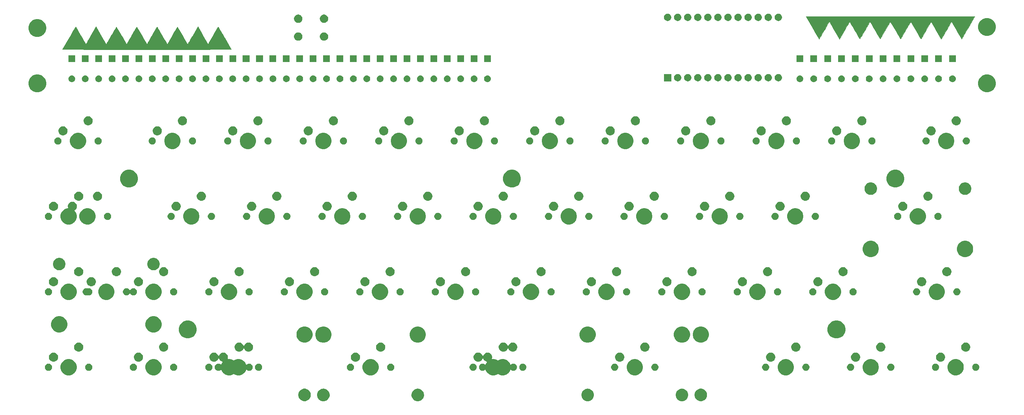
<source format=gbr>
G04 #@! TF.GenerationSoftware,KiCad,Pcbnew,(5.1.4)-1*
G04 #@! TF.CreationDate,2020-04-30T21:44:38-04:00*
G04 #@! TF.ProjectId,juliet-pcb,6a756c69-6574-42d7-9063-622e6b696361,rev?*
G04 #@! TF.SameCoordinates,Original*
G04 #@! TF.FileFunction,Soldermask,Top*
G04 #@! TF.FilePolarity,Negative*
%FSLAX46Y46*%
G04 Gerber Fmt 4.6, Leading zero omitted, Abs format (unit mm)*
G04 Created by KiCad (PCBNEW (5.1.4)-1) date 2020-04-30 21:44:38*
%MOMM*%
%LPD*%
G04 APERTURE LIST*
%ADD10C,0.010000*%
%ADD11C,2.000000*%
G04 APERTURE END LIST*
D10*
G36*
X245257698Y-44243441D02*
G01*
X246967186Y-44243998D01*
X248632167Y-44244856D01*
X250233584Y-44246013D01*
X251752381Y-44247471D01*
X253169501Y-44249229D01*
X253555561Y-44249790D01*
X264221227Y-44265850D01*
X262570190Y-47142285D01*
X262253571Y-47693050D01*
X261956310Y-48208503D01*
X261684313Y-48678516D01*
X261443485Y-49092964D01*
X261239730Y-49441721D01*
X261078954Y-49714660D01*
X260967063Y-49901655D01*
X260909962Y-49992580D01*
X260903786Y-49999785D01*
X260869913Y-49942377D01*
X260779760Y-49786583D01*
X260640132Y-49544242D01*
X260457833Y-49227192D01*
X260239669Y-48847270D01*
X259992445Y-48416314D01*
X259722966Y-47946163D01*
X259633562Y-47790100D01*
X259358364Y-47309906D01*
X259103180Y-46865115D01*
X258874823Y-46467570D01*
X258680111Y-46129113D01*
X258525857Y-45861590D01*
X258418879Y-45676842D01*
X258365990Y-45586715D01*
X258361610Y-45579800D01*
X258352697Y-45583774D01*
X258331386Y-45611031D01*
X258292877Y-45669770D01*
X258232366Y-45768188D01*
X258145053Y-45914480D01*
X258026134Y-46116846D01*
X257870808Y-46383481D01*
X257674272Y-46722584D01*
X257431726Y-47142351D01*
X257138365Y-47650979D01*
X256789390Y-48256665D01*
X256554072Y-48665281D01*
X255775887Y-50016713D01*
X254507586Y-47808031D01*
X254230575Y-47325958D01*
X253973513Y-46879232D01*
X253743208Y-46479638D01*
X253546468Y-46138958D01*
X253390099Y-45868976D01*
X253280910Y-45681473D01*
X253225707Y-45588233D01*
X253220400Y-45580049D01*
X253185786Y-45628916D01*
X253094972Y-45776492D01*
X252954761Y-46011210D01*
X252771954Y-46321507D01*
X252553351Y-46695818D01*
X252305755Y-47122579D01*
X252035967Y-47590224D01*
X251941287Y-47754924D01*
X251664643Y-48234785D01*
X251406892Y-48678417D01*
X251174985Y-49074109D01*
X250975878Y-49410148D01*
X250816524Y-49674825D01*
X250703877Y-49856428D01*
X250644891Y-49943246D01*
X250638409Y-49949100D01*
X250598362Y-49895896D01*
X250502722Y-49744314D01*
X250358635Y-49506398D01*
X250173243Y-49194192D01*
X249953693Y-48819739D01*
X249707129Y-48395083D01*
X249440696Y-47932268D01*
X249404714Y-47869475D01*
X249133929Y-47397198D01*
X248880701Y-46956555D01*
X248652490Y-46560451D01*
X248456758Y-46221792D01*
X248300965Y-45953484D01*
X248192571Y-45768434D01*
X248139037Y-45679546D01*
X248137116Y-45676633D01*
X248111172Y-45659478D01*
X248071884Y-45676820D01*
X248013421Y-45737737D01*
X247929953Y-45851309D01*
X247815649Y-46026616D01*
X247664678Y-46272737D01*
X247471211Y-46598751D01*
X247229415Y-47013738D01*
X246933460Y-47526777D01*
X246801607Y-47756258D01*
X246525154Y-48235989D01*
X246267600Y-48679484D01*
X246035897Y-49075025D01*
X245836998Y-49410897D01*
X245677857Y-49675384D01*
X245565425Y-49856769D01*
X245506656Y-49943336D01*
X245500270Y-49949100D01*
X245460468Y-49895867D01*
X245364790Y-49743982D01*
X245220184Y-49505167D01*
X245033598Y-49191142D01*
X244811981Y-48813626D01*
X244562282Y-48384343D01*
X244291447Y-47915011D01*
X244200253Y-47756191D01*
X243924552Y-47278470D01*
X243667625Y-46839071D01*
X243436383Y-46449381D01*
X243237740Y-46120792D01*
X243078605Y-45864693D01*
X242965892Y-45692474D01*
X242906513Y-45615524D01*
X242899719Y-45613066D01*
X242859633Y-45677557D01*
X242763683Y-45840143D01*
X242618936Y-46088608D01*
X242432462Y-46410738D01*
X242211326Y-46794315D01*
X241962598Y-47227125D01*
X241693344Y-47696950D01*
X241630964Y-47805975D01*
X241358630Y-48280266D01*
X241105194Y-48718146D01*
X240877678Y-49107747D01*
X240683101Y-49437200D01*
X240528485Y-49694637D01*
X240420850Y-49868191D01*
X240367217Y-49945993D01*
X240363178Y-49949100D01*
X240323451Y-49895882D01*
X240227795Y-49744039D01*
X240083160Y-49505287D01*
X239896496Y-49191342D01*
X239674752Y-48813920D01*
X239424881Y-48384736D01*
X239153831Y-47915507D01*
X239062292Y-47756258D01*
X238743632Y-47202497D01*
X238481413Y-46750326D01*
X238269797Y-46390655D01*
X238102943Y-46114392D01*
X237975013Y-45912448D01*
X237880167Y-45775733D01*
X237812565Y-45695156D01*
X237766369Y-45661627D01*
X237735738Y-45666055D01*
X237726390Y-45676633D01*
X237678215Y-45755943D01*
X237574465Y-45932599D01*
X237422606Y-46193698D01*
X237230104Y-46526337D01*
X237004425Y-46917612D01*
X236753035Y-47354621D01*
X236483398Y-47824460D01*
X236457597Y-47869475D01*
X236188971Y-48336345D01*
X235939344Y-48766642D01*
X235715856Y-49148327D01*
X235525647Y-49469360D01*
X235375859Y-49717700D01*
X235273630Y-49881309D01*
X235226101Y-49948146D01*
X235224295Y-49949100D01*
X235184667Y-49895887D01*
X235089082Y-49744058D01*
X234944487Y-49505322D01*
X234757830Y-49191388D01*
X234536058Y-48813968D01*
X234286117Y-48384771D01*
X234014955Y-47915508D01*
X233922612Y-47754924D01*
X233646880Y-47276110D01*
X233391049Y-46834286D01*
X233161920Y-46441016D01*
X232966296Y-46107865D01*
X232810977Y-45846397D01*
X232702765Y-45668177D01*
X232648461Y-45584769D01*
X232643499Y-45580049D01*
X232608806Y-45637503D01*
X232517742Y-45793347D01*
X232377112Y-46035801D01*
X232193724Y-46353085D01*
X231974381Y-46733417D01*
X231725892Y-47165018D01*
X231455061Y-47636107D01*
X231355807Y-47808912D01*
X230087000Y-50018474D01*
X229309083Y-48666162D01*
X228924290Y-47997417D01*
X228597937Y-47430696D01*
X228325261Y-46957866D01*
X228101503Y-46570793D01*
X227921900Y-46261345D01*
X227781690Y-46021387D01*
X227676114Y-45842787D01*
X227600409Y-45717411D01*
X227549813Y-45637126D01*
X227519567Y-45593798D01*
X227504907Y-45579294D01*
X227502289Y-45579800D01*
X227468034Y-45637349D01*
X227377521Y-45793285D01*
X227237565Y-46035764D01*
X227054982Y-46352943D01*
X226836588Y-46732978D01*
X226589198Y-47164026D01*
X226319627Y-47634243D01*
X226230337Y-47790100D01*
X225955198Y-48270249D01*
X225700147Y-48714974D01*
X225471988Y-49112437D01*
X225277527Y-49450798D01*
X225123569Y-49718221D01*
X225016918Y-49902866D01*
X224964380Y-49992897D01*
X224960113Y-49999785D01*
X224926551Y-49950071D01*
X224835841Y-49800242D01*
X224693887Y-49560424D01*
X224506595Y-49240743D01*
X224279869Y-48851325D01*
X224019616Y-48402296D01*
X223731740Y-47903783D01*
X223422146Y-47365910D01*
X223293709Y-47142285D01*
X221642672Y-44265850D01*
X232266284Y-44249790D01*
X233645803Y-44247945D01*
X235133266Y-44246402D01*
X236709616Y-44245158D01*
X238355797Y-44244214D01*
X240052751Y-44243571D01*
X241781424Y-44243227D01*
X243522758Y-44243184D01*
X245257698Y-44243441D01*
X245257698Y-44243441D01*
G37*
X245257698Y-44243441D02*
X246967186Y-44243998D01*
X248632167Y-44244856D01*
X250233584Y-44246013D01*
X251752381Y-44247471D01*
X253169501Y-44249229D01*
X253555561Y-44249790D01*
X264221227Y-44265850D01*
X262570190Y-47142285D01*
X262253571Y-47693050D01*
X261956310Y-48208503D01*
X261684313Y-48678516D01*
X261443485Y-49092964D01*
X261239730Y-49441721D01*
X261078954Y-49714660D01*
X260967063Y-49901655D01*
X260909962Y-49992580D01*
X260903786Y-49999785D01*
X260869913Y-49942377D01*
X260779760Y-49786583D01*
X260640132Y-49544242D01*
X260457833Y-49227192D01*
X260239669Y-48847270D01*
X259992445Y-48416314D01*
X259722966Y-47946163D01*
X259633562Y-47790100D01*
X259358364Y-47309906D01*
X259103180Y-46865115D01*
X258874823Y-46467570D01*
X258680111Y-46129113D01*
X258525857Y-45861590D01*
X258418879Y-45676842D01*
X258365990Y-45586715D01*
X258361610Y-45579800D01*
X258352697Y-45583774D01*
X258331386Y-45611031D01*
X258292877Y-45669770D01*
X258232366Y-45768188D01*
X258145053Y-45914480D01*
X258026134Y-46116846D01*
X257870808Y-46383481D01*
X257674272Y-46722584D01*
X257431726Y-47142351D01*
X257138365Y-47650979D01*
X256789390Y-48256665D01*
X256554072Y-48665281D01*
X255775887Y-50016713D01*
X254507586Y-47808031D01*
X254230575Y-47325958D01*
X253973513Y-46879232D01*
X253743208Y-46479638D01*
X253546468Y-46138958D01*
X253390099Y-45868976D01*
X253280910Y-45681473D01*
X253225707Y-45588233D01*
X253220400Y-45580049D01*
X253185786Y-45628916D01*
X253094972Y-45776492D01*
X252954761Y-46011210D01*
X252771954Y-46321507D01*
X252553351Y-46695818D01*
X252305755Y-47122579D01*
X252035967Y-47590224D01*
X251941287Y-47754924D01*
X251664643Y-48234785D01*
X251406892Y-48678417D01*
X251174985Y-49074109D01*
X250975878Y-49410148D01*
X250816524Y-49674825D01*
X250703877Y-49856428D01*
X250644891Y-49943246D01*
X250638409Y-49949100D01*
X250598362Y-49895896D01*
X250502722Y-49744314D01*
X250358635Y-49506398D01*
X250173243Y-49194192D01*
X249953693Y-48819739D01*
X249707129Y-48395083D01*
X249440696Y-47932268D01*
X249404714Y-47869475D01*
X249133929Y-47397198D01*
X248880701Y-46956555D01*
X248652490Y-46560451D01*
X248456758Y-46221792D01*
X248300965Y-45953484D01*
X248192571Y-45768434D01*
X248139037Y-45679546D01*
X248137116Y-45676633D01*
X248111172Y-45659478D01*
X248071884Y-45676820D01*
X248013421Y-45737737D01*
X247929953Y-45851309D01*
X247815649Y-46026616D01*
X247664678Y-46272737D01*
X247471211Y-46598751D01*
X247229415Y-47013738D01*
X246933460Y-47526777D01*
X246801607Y-47756258D01*
X246525154Y-48235989D01*
X246267600Y-48679484D01*
X246035897Y-49075025D01*
X245836998Y-49410897D01*
X245677857Y-49675384D01*
X245565425Y-49856769D01*
X245506656Y-49943336D01*
X245500270Y-49949100D01*
X245460468Y-49895867D01*
X245364790Y-49743982D01*
X245220184Y-49505167D01*
X245033598Y-49191142D01*
X244811981Y-48813626D01*
X244562282Y-48384343D01*
X244291447Y-47915011D01*
X244200253Y-47756191D01*
X243924552Y-47278470D01*
X243667625Y-46839071D01*
X243436383Y-46449381D01*
X243237740Y-46120792D01*
X243078605Y-45864693D01*
X242965892Y-45692474D01*
X242906513Y-45615524D01*
X242899719Y-45613066D01*
X242859633Y-45677557D01*
X242763683Y-45840143D01*
X242618936Y-46088608D01*
X242432462Y-46410738D01*
X242211326Y-46794315D01*
X241962598Y-47227125D01*
X241693344Y-47696950D01*
X241630964Y-47805975D01*
X241358630Y-48280266D01*
X241105194Y-48718146D01*
X240877678Y-49107747D01*
X240683101Y-49437200D01*
X240528485Y-49694637D01*
X240420850Y-49868191D01*
X240367217Y-49945993D01*
X240363178Y-49949100D01*
X240323451Y-49895882D01*
X240227795Y-49744039D01*
X240083160Y-49505287D01*
X239896496Y-49191342D01*
X239674752Y-48813920D01*
X239424881Y-48384736D01*
X239153831Y-47915507D01*
X239062292Y-47756258D01*
X238743632Y-47202497D01*
X238481413Y-46750326D01*
X238269797Y-46390655D01*
X238102943Y-46114392D01*
X237975013Y-45912448D01*
X237880167Y-45775733D01*
X237812565Y-45695156D01*
X237766369Y-45661627D01*
X237735738Y-45666055D01*
X237726390Y-45676633D01*
X237678215Y-45755943D01*
X237574465Y-45932599D01*
X237422606Y-46193698D01*
X237230104Y-46526337D01*
X237004425Y-46917612D01*
X236753035Y-47354621D01*
X236483398Y-47824460D01*
X236457597Y-47869475D01*
X236188971Y-48336345D01*
X235939344Y-48766642D01*
X235715856Y-49148327D01*
X235525647Y-49469360D01*
X235375859Y-49717700D01*
X235273630Y-49881309D01*
X235226101Y-49948146D01*
X235224295Y-49949100D01*
X235184667Y-49895887D01*
X235089082Y-49744058D01*
X234944487Y-49505322D01*
X234757830Y-49191388D01*
X234536058Y-48813968D01*
X234286117Y-48384771D01*
X234014955Y-47915508D01*
X233922612Y-47754924D01*
X233646880Y-47276110D01*
X233391049Y-46834286D01*
X233161920Y-46441016D01*
X232966296Y-46107865D01*
X232810977Y-45846397D01*
X232702765Y-45668177D01*
X232648461Y-45584769D01*
X232643499Y-45580049D01*
X232608806Y-45637503D01*
X232517742Y-45793347D01*
X232377112Y-46035801D01*
X232193724Y-46353085D01*
X231974381Y-46733417D01*
X231725892Y-47165018D01*
X231455061Y-47636107D01*
X231355807Y-47808912D01*
X230087000Y-50018474D01*
X229309083Y-48666162D01*
X228924290Y-47997417D01*
X228597937Y-47430696D01*
X228325261Y-46957866D01*
X228101503Y-46570793D01*
X227921900Y-46261345D01*
X227781690Y-46021387D01*
X227676114Y-45842787D01*
X227600409Y-45717411D01*
X227549813Y-45637126D01*
X227519567Y-45593798D01*
X227504907Y-45579294D01*
X227502289Y-45579800D01*
X227468034Y-45637349D01*
X227377521Y-45793285D01*
X227237565Y-46035764D01*
X227054982Y-46352943D01*
X226836588Y-46732978D01*
X226589198Y-47164026D01*
X226319627Y-47634243D01*
X226230337Y-47790100D01*
X225955198Y-48270249D01*
X225700147Y-48714974D01*
X225471988Y-49112437D01*
X225277527Y-49450798D01*
X225123569Y-49718221D01*
X225016918Y-49902866D01*
X224964380Y-49992897D01*
X224960113Y-49999785D01*
X224926551Y-49950071D01*
X224835841Y-49800242D01*
X224693887Y-49560424D01*
X224506595Y-49240743D01*
X224279869Y-48851325D01*
X224019616Y-48402296D01*
X223731740Y-47903783D01*
X223422146Y-47365910D01*
X223293709Y-47142285D01*
X221642672Y-44265850D01*
X232266284Y-44249790D01*
X233645803Y-44247945D01*
X235133266Y-44246402D01*
X236709616Y-44245158D01*
X238355797Y-44244214D01*
X240052751Y-44243571D01*
X241781424Y-44243227D01*
X243522758Y-44243184D01*
X245257698Y-44243441D01*
G36*
X52989102Y-52632159D02*
G01*
X51279614Y-52631602D01*
X49614633Y-52630744D01*
X48013216Y-52629587D01*
X46494419Y-52628129D01*
X45077299Y-52626371D01*
X44691239Y-52625810D01*
X34025573Y-52609750D01*
X35676610Y-49733315D01*
X35993229Y-49182550D01*
X36290490Y-48667097D01*
X36562487Y-48197084D01*
X36803315Y-47782636D01*
X37007070Y-47433879D01*
X37167846Y-47160940D01*
X37279737Y-46973945D01*
X37336838Y-46883020D01*
X37343014Y-46875815D01*
X37376887Y-46933223D01*
X37467040Y-47089017D01*
X37606668Y-47331358D01*
X37788967Y-47648408D01*
X38007131Y-48028330D01*
X38254355Y-48459286D01*
X38523834Y-48929437D01*
X38613238Y-49085500D01*
X38888436Y-49565694D01*
X39143620Y-50010485D01*
X39371977Y-50408030D01*
X39566689Y-50746487D01*
X39720943Y-51014010D01*
X39827921Y-51198758D01*
X39880810Y-51288885D01*
X39885190Y-51295800D01*
X39894103Y-51291826D01*
X39915414Y-51264569D01*
X39953923Y-51205830D01*
X40014434Y-51107412D01*
X40101747Y-50961120D01*
X40220666Y-50758754D01*
X40375992Y-50492119D01*
X40572528Y-50153016D01*
X40815074Y-49733249D01*
X41108435Y-49224621D01*
X41457410Y-48618935D01*
X41692728Y-48210319D01*
X42470913Y-46858887D01*
X43739214Y-49067569D01*
X44016225Y-49549642D01*
X44273287Y-49996368D01*
X44503592Y-50395962D01*
X44700332Y-50736642D01*
X44856701Y-51006624D01*
X44965890Y-51194127D01*
X45021093Y-51287367D01*
X45026400Y-51295551D01*
X45061014Y-51246684D01*
X45151828Y-51099108D01*
X45292039Y-50864390D01*
X45474846Y-50554093D01*
X45693449Y-50179782D01*
X45941045Y-49753021D01*
X46210833Y-49285376D01*
X46305513Y-49120676D01*
X46582157Y-48640815D01*
X46839908Y-48197183D01*
X47071815Y-47801491D01*
X47270922Y-47465452D01*
X47430276Y-47200775D01*
X47542923Y-47019172D01*
X47601909Y-46932354D01*
X47608391Y-46926500D01*
X47648438Y-46979704D01*
X47744078Y-47131286D01*
X47888165Y-47369202D01*
X48073557Y-47681408D01*
X48293107Y-48055861D01*
X48539671Y-48480517D01*
X48806104Y-48943332D01*
X48842086Y-49006125D01*
X49112871Y-49478402D01*
X49366099Y-49919045D01*
X49594310Y-50315149D01*
X49790042Y-50653808D01*
X49945835Y-50922116D01*
X50054229Y-51107166D01*
X50107763Y-51196054D01*
X50109684Y-51198967D01*
X50135628Y-51216122D01*
X50174916Y-51198780D01*
X50233379Y-51137863D01*
X50316847Y-51024291D01*
X50431151Y-50848984D01*
X50582122Y-50602863D01*
X50775589Y-50276849D01*
X51017385Y-49861862D01*
X51313340Y-49348823D01*
X51445193Y-49119342D01*
X51721646Y-48639611D01*
X51979200Y-48196116D01*
X52210903Y-47800575D01*
X52409802Y-47464703D01*
X52568943Y-47200216D01*
X52681375Y-47018831D01*
X52740144Y-46932264D01*
X52746530Y-46926500D01*
X52786332Y-46979733D01*
X52882010Y-47131618D01*
X53026616Y-47370433D01*
X53213202Y-47684458D01*
X53434819Y-48061974D01*
X53684518Y-48491257D01*
X53955353Y-48960589D01*
X54046547Y-49119409D01*
X54322248Y-49597130D01*
X54579175Y-50036529D01*
X54810417Y-50426219D01*
X55009060Y-50754808D01*
X55168195Y-51010907D01*
X55280908Y-51183126D01*
X55340287Y-51260076D01*
X55347081Y-51262534D01*
X55387167Y-51198043D01*
X55483117Y-51035457D01*
X55627864Y-50786992D01*
X55814338Y-50464862D01*
X56035474Y-50081285D01*
X56284202Y-49648475D01*
X56553456Y-49178650D01*
X56615836Y-49069625D01*
X56888170Y-48595334D01*
X57141606Y-48157454D01*
X57369122Y-47767853D01*
X57563699Y-47438400D01*
X57718315Y-47180963D01*
X57825950Y-47007409D01*
X57879583Y-46929607D01*
X57883622Y-46926500D01*
X57923349Y-46979718D01*
X58019005Y-47131561D01*
X58163640Y-47370313D01*
X58350304Y-47684258D01*
X58572048Y-48061680D01*
X58821919Y-48490864D01*
X59092969Y-48960093D01*
X59184508Y-49119342D01*
X59503168Y-49673103D01*
X59765387Y-50125274D01*
X59977003Y-50484945D01*
X60143857Y-50761208D01*
X60271787Y-50963152D01*
X60366633Y-51099867D01*
X60434235Y-51180444D01*
X60480431Y-51213973D01*
X60511062Y-51209545D01*
X60520410Y-51198967D01*
X60568585Y-51119657D01*
X60672335Y-50943001D01*
X60824194Y-50681902D01*
X61016696Y-50349263D01*
X61242375Y-49957988D01*
X61493765Y-49520979D01*
X61763402Y-49051140D01*
X61789203Y-49006125D01*
X62057829Y-48539255D01*
X62307456Y-48108958D01*
X62530944Y-47727273D01*
X62721153Y-47406240D01*
X62870941Y-47157900D01*
X62973170Y-46994291D01*
X63020699Y-46927454D01*
X63022505Y-46926500D01*
X63062133Y-46979713D01*
X63157718Y-47131542D01*
X63302313Y-47370278D01*
X63488970Y-47684212D01*
X63710742Y-48061632D01*
X63960683Y-48490829D01*
X64231845Y-48960092D01*
X64324188Y-49120676D01*
X64599920Y-49599490D01*
X64855751Y-50041314D01*
X65084880Y-50434584D01*
X65280504Y-50767735D01*
X65435823Y-51029203D01*
X65544035Y-51207423D01*
X65598339Y-51290831D01*
X65603301Y-51295551D01*
X65637994Y-51238097D01*
X65729058Y-51082253D01*
X65869688Y-50839799D01*
X66053076Y-50522515D01*
X66272419Y-50142183D01*
X66520908Y-49710582D01*
X66791739Y-49239493D01*
X66890993Y-49066688D01*
X68159800Y-46857126D01*
X68937717Y-48209438D01*
X69322510Y-48878183D01*
X69648863Y-49444904D01*
X69921539Y-49917734D01*
X70145297Y-50304807D01*
X70324900Y-50614255D01*
X70465110Y-50854213D01*
X70570686Y-51032813D01*
X70646391Y-51158189D01*
X70696987Y-51238474D01*
X70727233Y-51281802D01*
X70741893Y-51296306D01*
X70744511Y-51295800D01*
X70778766Y-51238251D01*
X70869279Y-51082315D01*
X71009235Y-50839836D01*
X71191818Y-50522657D01*
X71410212Y-50142622D01*
X71657602Y-49711574D01*
X71927173Y-49241357D01*
X72016463Y-49085500D01*
X72291602Y-48605351D01*
X72546653Y-48160626D01*
X72774812Y-47763163D01*
X72969273Y-47424802D01*
X73123231Y-47157379D01*
X73229882Y-46972734D01*
X73282420Y-46882703D01*
X73286687Y-46875815D01*
X73320249Y-46925529D01*
X73410959Y-47075358D01*
X73552913Y-47315176D01*
X73740205Y-47634857D01*
X73966931Y-48024275D01*
X74227184Y-48473304D01*
X74515060Y-48971817D01*
X74824654Y-49509690D01*
X74953091Y-49733315D01*
X76604128Y-52609750D01*
X65980516Y-52625810D01*
X64600997Y-52627655D01*
X63113534Y-52629198D01*
X61537184Y-52630442D01*
X59891003Y-52631386D01*
X58194049Y-52632029D01*
X56465376Y-52632373D01*
X54724042Y-52632416D01*
X52989102Y-52632159D01*
X52989102Y-52632159D01*
G37*
X52989102Y-52632159D02*
X51279614Y-52631602D01*
X49614633Y-52630744D01*
X48013216Y-52629587D01*
X46494419Y-52628129D01*
X45077299Y-52626371D01*
X44691239Y-52625810D01*
X34025573Y-52609750D01*
X35676610Y-49733315D01*
X35993229Y-49182550D01*
X36290490Y-48667097D01*
X36562487Y-48197084D01*
X36803315Y-47782636D01*
X37007070Y-47433879D01*
X37167846Y-47160940D01*
X37279737Y-46973945D01*
X37336838Y-46883020D01*
X37343014Y-46875815D01*
X37376887Y-46933223D01*
X37467040Y-47089017D01*
X37606668Y-47331358D01*
X37788967Y-47648408D01*
X38007131Y-48028330D01*
X38254355Y-48459286D01*
X38523834Y-48929437D01*
X38613238Y-49085500D01*
X38888436Y-49565694D01*
X39143620Y-50010485D01*
X39371977Y-50408030D01*
X39566689Y-50746487D01*
X39720943Y-51014010D01*
X39827921Y-51198758D01*
X39880810Y-51288885D01*
X39885190Y-51295800D01*
X39894103Y-51291826D01*
X39915414Y-51264569D01*
X39953923Y-51205830D01*
X40014434Y-51107412D01*
X40101747Y-50961120D01*
X40220666Y-50758754D01*
X40375992Y-50492119D01*
X40572528Y-50153016D01*
X40815074Y-49733249D01*
X41108435Y-49224621D01*
X41457410Y-48618935D01*
X41692728Y-48210319D01*
X42470913Y-46858887D01*
X43739214Y-49067569D01*
X44016225Y-49549642D01*
X44273287Y-49996368D01*
X44503592Y-50395962D01*
X44700332Y-50736642D01*
X44856701Y-51006624D01*
X44965890Y-51194127D01*
X45021093Y-51287367D01*
X45026400Y-51295551D01*
X45061014Y-51246684D01*
X45151828Y-51099108D01*
X45292039Y-50864390D01*
X45474846Y-50554093D01*
X45693449Y-50179782D01*
X45941045Y-49753021D01*
X46210833Y-49285376D01*
X46305513Y-49120676D01*
X46582157Y-48640815D01*
X46839908Y-48197183D01*
X47071815Y-47801491D01*
X47270922Y-47465452D01*
X47430276Y-47200775D01*
X47542923Y-47019172D01*
X47601909Y-46932354D01*
X47608391Y-46926500D01*
X47648438Y-46979704D01*
X47744078Y-47131286D01*
X47888165Y-47369202D01*
X48073557Y-47681408D01*
X48293107Y-48055861D01*
X48539671Y-48480517D01*
X48806104Y-48943332D01*
X48842086Y-49006125D01*
X49112871Y-49478402D01*
X49366099Y-49919045D01*
X49594310Y-50315149D01*
X49790042Y-50653808D01*
X49945835Y-50922116D01*
X50054229Y-51107166D01*
X50107763Y-51196054D01*
X50109684Y-51198967D01*
X50135628Y-51216122D01*
X50174916Y-51198780D01*
X50233379Y-51137863D01*
X50316847Y-51024291D01*
X50431151Y-50848984D01*
X50582122Y-50602863D01*
X50775589Y-50276849D01*
X51017385Y-49861862D01*
X51313340Y-49348823D01*
X51445193Y-49119342D01*
X51721646Y-48639611D01*
X51979200Y-48196116D01*
X52210903Y-47800575D01*
X52409802Y-47464703D01*
X52568943Y-47200216D01*
X52681375Y-47018831D01*
X52740144Y-46932264D01*
X52746530Y-46926500D01*
X52786332Y-46979733D01*
X52882010Y-47131618D01*
X53026616Y-47370433D01*
X53213202Y-47684458D01*
X53434819Y-48061974D01*
X53684518Y-48491257D01*
X53955353Y-48960589D01*
X54046547Y-49119409D01*
X54322248Y-49597130D01*
X54579175Y-50036529D01*
X54810417Y-50426219D01*
X55009060Y-50754808D01*
X55168195Y-51010907D01*
X55280908Y-51183126D01*
X55340287Y-51260076D01*
X55347081Y-51262534D01*
X55387167Y-51198043D01*
X55483117Y-51035457D01*
X55627864Y-50786992D01*
X55814338Y-50464862D01*
X56035474Y-50081285D01*
X56284202Y-49648475D01*
X56553456Y-49178650D01*
X56615836Y-49069625D01*
X56888170Y-48595334D01*
X57141606Y-48157454D01*
X57369122Y-47767853D01*
X57563699Y-47438400D01*
X57718315Y-47180963D01*
X57825950Y-47007409D01*
X57879583Y-46929607D01*
X57883622Y-46926500D01*
X57923349Y-46979718D01*
X58019005Y-47131561D01*
X58163640Y-47370313D01*
X58350304Y-47684258D01*
X58572048Y-48061680D01*
X58821919Y-48490864D01*
X59092969Y-48960093D01*
X59184508Y-49119342D01*
X59503168Y-49673103D01*
X59765387Y-50125274D01*
X59977003Y-50484945D01*
X60143857Y-50761208D01*
X60271787Y-50963152D01*
X60366633Y-51099867D01*
X60434235Y-51180444D01*
X60480431Y-51213973D01*
X60511062Y-51209545D01*
X60520410Y-51198967D01*
X60568585Y-51119657D01*
X60672335Y-50943001D01*
X60824194Y-50681902D01*
X61016696Y-50349263D01*
X61242375Y-49957988D01*
X61493765Y-49520979D01*
X61763402Y-49051140D01*
X61789203Y-49006125D01*
X62057829Y-48539255D01*
X62307456Y-48108958D01*
X62530944Y-47727273D01*
X62721153Y-47406240D01*
X62870941Y-47157900D01*
X62973170Y-46994291D01*
X63020699Y-46927454D01*
X63022505Y-46926500D01*
X63062133Y-46979713D01*
X63157718Y-47131542D01*
X63302313Y-47370278D01*
X63488970Y-47684212D01*
X63710742Y-48061632D01*
X63960683Y-48490829D01*
X64231845Y-48960092D01*
X64324188Y-49120676D01*
X64599920Y-49599490D01*
X64855751Y-50041314D01*
X65084880Y-50434584D01*
X65280504Y-50767735D01*
X65435823Y-51029203D01*
X65544035Y-51207423D01*
X65598339Y-51290831D01*
X65603301Y-51295551D01*
X65637994Y-51238097D01*
X65729058Y-51082253D01*
X65869688Y-50839799D01*
X66053076Y-50522515D01*
X66272419Y-50142183D01*
X66520908Y-49710582D01*
X66791739Y-49239493D01*
X66890993Y-49066688D01*
X68159800Y-46857126D01*
X68937717Y-48209438D01*
X69322510Y-48878183D01*
X69648863Y-49444904D01*
X69921539Y-49917734D01*
X70145297Y-50304807D01*
X70324900Y-50614255D01*
X70465110Y-50854213D01*
X70570686Y-51032813D01*
X70646391Y-51158189D01*
X70696987Y-51238474D01*
X70727233Y-51281802D01*
X70741893Y-51296306D01*
X70744511Y-51295800D01*
X70778766Y-51238251D01*
X70869279Y-51082315D01*
X71009235Y-50839836D01*
X71191818Y-50522657D01*
X71410212Y-50142622D01*
X71657602Y-49711574D01*
X71927173Y-49241357D01*
X72016463Y-49085500D01*
X72291602Y-48605351D01*
X72546653Y-48160626D01*
X72774812Y-47763163D01*
X72969273Y-47424802D01*
X73123231Y-47157379D01*
X73229882Y-46972734D01*
X73282420Y-46882703D01*
X73286687Y-46875815D01*
X73320249Y-46925529D01*
X73410959Y-47075358D01*
X73552913Y-47315176D01*
X73740205Y-47634857D01*
X73966931Y-48024275D01*
X74227184Y-48473304D01*
X74515060Y-48971817D01*
X74824654Y-49509690D01*
X74953091Y-49733315D01*
X76604128Y-52609750D01*
X65980516Y-52625810D01*
X64600997Y-52627655D01*
X63113534Y-52629198D01*
X61537184Y-52630442D01*
X59891003Y-52631386D01*
X58194049Y-52632029D01*
X56465376Y-52632373D01*
X54724042Y-52632416D01*
X52989102Y-52632159D01*
D11*
G36*
X190566083Y-138312840D02*
G01*
X190794702Y-138358314D01*
X191081516Y-138477117D01*
X191339642Y-138649591D01*
X191559159Y-138869108D01*
X191731633Y-139127234D01*
X191850436Y-139414048D01*
X191895910Y-139642667D01*
X191909807Y-139712526D01*
X191911000Y-139718528D01*
X191911000Y-140028972D01*
X191850436Y-140333452D01*
X191731633Y-140620266D01*
X191559159Y-140878392D01*
X191339642Y-141097909D01*
X191081516Y-141270383D01*
X190794702Y-141389186D01*
X190566083Y-141434660D01*
X190490224Y-141449750D01*
X190179776Y-141449750D01*
X190103917Y-141434660D01*
X189875298Y-141389186D01*
X189588484Y-141270383D01*
X189330358Y-141097909D01*
X189110841Y-140878392D01*
X188938367Y-140620266D01*
X188819564Y-140333452D01*
X188759000Y-140028972D01*
X188759000Y-139718528D01*
X188760194Y-139712526D01*
X188774090Y-139642667D01*
X188819564Y-139414048D01*
X188938367Y-139127234D01*
X189110841Y-138869108D01*
X189330358Y-138649591D01*
X189588484Y-138477117D01*
X189875298Y-138358314D01*
X190103917Y-138312840D01*
X190179776Y-138297750D01*
X190490224Y-138297750D01*
X190566083Y-138312840D01*
X190566083Y-138312840D01*
G37*
G36*
X166766083Y-138312840D02*
G01*
X166994702Y-138358314D01*
X167281516Y-138477117D01*
X167539642Y-138649591D01*
X167759159Y-138869108D01*
X167931633Y-139127234D01*
X168050436Y-139414048D01*
X168095910Y-139642667D01*
X168109807Y-139712526D01*
X168111000Y-139718528D01*
X168111000Y-140028972D01*
X168050436Y-140333452D01*
X167931633Y-140620266D01*
X167759159Y-140878392D01*
X167539642Y-141097909D01*
X167281516Y-141270383D01*
X166994702Y-141389186D01*
X166766083Y-141434660D01*
X166690224Y-141449750D01*
X166379776Y-141449750D01*
X166303917Y-141434660D01*
X166075298Y-141389186D01*
X165788484Y-141270383D01*
X165530358Y-141097909D01*
X165310841Y-140878392D01*
X165138367Y-140620266D01*
X165019564Y-140333452D01*
X164959000Y-140028972D01*
X164959000Y-139718528D01*
X164960194Y-139712526D01*
X164974090Y-139642667D01*
X165019564Y-139414048D01*
X165138367Y-139127234D01*
X165310841Y-138869108D01*
X165530358Y-138649591D01*
X165788484Y-138477117D01*
X166075298Y-138358314D01*
X166303917Y-138312840D01*
X166379776Y-138297750D01*
X166690224Y-138297750D01*
X166766083Y-138312840D01*
X166766083Y-138312840D01*
G37*
G36*
X123891083Y-138312840D02*
G01*
X124119702Y-138358314D01*
X124406516Y-138477117D01*
X124664642Y-138649591D01*
X124884159Y-138869108D01*
X125056633Y-139127234D01*
X125175436Y-139414048D01*
X125220910Y-139642667D01*
X125234807Y-139712526D01*
X125236000Y-139718528D01*
X125236000Y-140028972D01*
X125175436Y-140333452D01*
X125056633Y-140620266D01*
X124884159Y-140878392D01*
X124664642Y-141097909D01*
X124406516Y-141270383D01*
X124119702Y-141389186D01*
X123891083Y-141434660D01*
X123815224Y-141449750D01*
X123504776Y-141449750D01*
X123428917Y-141434660D01*
X123200298Y-141389186D01*
X122913484Y-141270383D01*
X122655358Y-141097909D01*
X122435841Y-140878392D01*
X122263367Y-140620266D01*
X122144564Y-140333452D01*
X122084000Y-140028972D01*
X122084000Y-139718528D01*
X122085194Y-139712526D01*
X122099090Y-139642667D01*
X122144564Y-139414048D01*
X122263367Y-139127234D01*
X122435841Y-138869108D01*
X122655358Y-138649591D01*
X122913484Y-138477117D01*
X123200298Y-138358314D01*
X123428917Y-138312840D01*
X123504776Y-138297750D01*
X123815224Y-138297750D01*
X123891083Y-138312840D01*
X123891083Y-138312840D01*
G37*
G36*
X100091083Y-138312840D02*
G01*
X100319702Y-138358314D01*
X100606516Y-138477117D01*
X100864642Y-138649591D01*
X101084159Y-138869108D01*
X101256633Y-139127234D01*
X101375436Y-139414048D01*
X101420910Y-139642667D01*
X101434807Y-139712526D01*
X101436000Y-139718528D01*
X101436000Y-140028972D01*
X101375436Y-140333452D01*
X101256633Y-140620266D01*
X101084159Y-140878392D01*
X100864642Y-141097909D01*
X100606516Y-141270383D01*
X100319702Y-141389186D01*
X100091083Y-141434660D01*
X100015224Y-141449750D01*
X99704776Y-141449750D01*
X99628917Y-141434660D01*
X99400298Y-141389186D01*
X99113484Y-141270383D01*
X98855358Y-141097909D01*
X98635841Y-140878392D01*
X98463367Y-140620266D01*
X98344564Y-140333452D01*
X98284000Y-140028972D01*
X98284000Y-139718528D01*
X98285194Y-139712526D01*
X98299090Y-139642667D01*
X98344564Y-139414048D01*
X98463367Y-139127234D01*
X98635841Y-138869108D01*
X98855358Y-138649591D01*
X99113484Y-138477117D01*
X99400298Y-138358314D01*
X99628917Y-138312840D01*
X99704776Y-138297750D01*
X100015224Y-138297750D01*
X100091083Y-138312840D01*
X100091083Y-138312840D01*
G37*
G36*
X195278164Y-138297750D02*
G01*
X195556811Y-138353176D01*
X195675537Y-138402354D01*
X195843441Y-138471902D01*
X195929039Y-138529097D01*
X196101404Y-138644267D01*
X196320783Y-138863646D01*
X196435953Y-139036011D01*
X196493148Y-139121609D01*
X196562696Y-139289513D01*
X196611874Y-139408239D01*
X196672400Y-139712526D01*
X196672400Y-140022774D01*
X196611874Y-140327061D01*
X196562696Y-140445787D01*
X196493148Y-140613691D01*
X196435953Y-140699289D01*
X196320783Y-140871654D01*
X196101404Y-141091033D01*
X195929039Y-141206203D01*
X195843441Y-141263398D01*
X195675537Y-141332946D01*
X195556811Y-141382124D01*
X195252525Y-141442650D01*
X194942275Y-141442650D01*
X194637989Y-141382124D01*
X194519263Y-141332946D01*
X194351359Y-141263398D01*
X194265761Y-141206203D01*
X194093396Y-141091033D01*
X193874017Y-140871654D01*
X193758847Y-140699289D01*
X193701652Y-140613691D01*
X193632104Y-140445787D01*
X193582926Y-140327061D01*
X193522400Y-140022774D01*
X193522400Y-139712526D01*
X193582926Y-139408239D01*
X193632104Y-139289513D01*
X193701652Y-139121609D01*
X193758847Y-139036011D01*
X193874017Y-138863646D01*
X194093396Y-138644267D01*
X194265761Y-138529097D01*
X194351359Y-138471902D01*
X194519263Y-138402354D01*
X194637989Y-138353176D01*
X194916636Y-138297750D01*
X194942275Y-138292650D01*
X195252525Y-138292650D01*
X195278164Y-138297750D01*
X195278164Y-138297750D01*
G37*
G36*
X95278364Y-138297750D02*
G01*
X95557011Y-138353176D01*
X95675737Y-138402354D01*
X95843641Y-138471902D01*
X95929239Y-138529097D01*
X96101604Y-138644267D01*
X96320983Y-138863646D01*
X96436153Y-139036011D01*
X96493348Y-139121609D01*
X96562896Y-139289513D01*
X96612074Y-139408239D01*
X96672600Y-139712526D01*
X96672600Y-140022774D01*
X96612074Y-140327061D01*
X96562896Y-140445787D01*
X96493348Y-140613691D01*
X96436153Y-140699289D01*
X96320983Y-140871654D01*
X96101604Y-141091033D01*
X95929239Y-141206203D01*
X95843641Y-141263398D01*
X95675737Y-141332946D01*
X95557011Y-141382124D01*
X95252725Y-141442650D01*
X94942475Y-141442650D01*
X94638189Y-141382124D01*
X94519463Y-141332946D01*
X94351559Y-141263398D01*
X94265961Y-141206203D01*
X94093596Y-141091033D01*
X93874217Y-140871654D01*
X93759047Y-140699289D01*
X93701852Y-140613691D01*
X93632304Y-140445787D01*
X93583126Y-140327061D01*
X93522600Y-140022774D01*
X93522600Y-139712526D01*
X93583126Y-139408239D01*
X93632304Y-139289513D01*
X93701852Y-139121609D01*
X93759047Y-139036011D01*
X93874217Y-138863646D01*
X94093596Y-138644267D01*
X94265961Y-138529097D01*
X94351559Y-138471902D01*
X94519463Y-138402354D01*
X94638189Y-138353176D01*
X94916836Y-138297750D01*
X94942475Y-138292650D01*
X95252725Y-138292650D01*
X95278364Y-138297750D01*
X95278364Y-138297750D01*
G37*
G36*
X36158254Y-130903628D02*
G01*
X36526540Y-131056177D01*
X36531513Y-131058237D01*
X36867436Y-131282694D01*
X37153116Y-131568374D01*
X37376197Y-131902237D01*
X37377574Y-131904299D01*
X37532182Y-132277556D01*
X37611000Y-132673803D01*
X37611000Y-133077817D01*
X37532182Y-133474064D01*
X37378427Y-133845261D01*
X37377573Y-133847323D01*
X37153116Y-134183246D01*
X36867436Y-134468926D01*
X36531513Y-134693383D01*
X36531512Y-134693384D01*
X36531511Y-134693384D01*
X36158254Y-134847992D01*
X35762007Y-134926810D01*
X35357993Y-134926810D01*
X34961746Y-134847992D01*
X34588489Y-134693384D01*
X34588488Y-134693384D01*
X34588487Y-134693383D01*
X34252564Y-134468926D01*
X33966884Y-134183246D01*
X33742427Y-133847323D01*
X33741573Y-133845261D01*
X33587818Y-133474064D01*
X33509000Y-133077817D01*
X33509000Y-132673803D01*
X33587818Y-132277556D01*
X33742426Y-131904299D01*
X33743804Y-131902237D01*
X33966884Y-131568374D01*
X34252564Y-131282694D01*
X34588487Y-131058237D01*
X34593460Y-131056177D01*
X34961746Y-130903628D01*
X35357993Y-130824810D01*
X35762007Y-130824810D01*
X36158254Y-130903628D01*
X36158254Y-130903628D01*
G37*
G36*
X217133254Y-130901568D02*
G01*
X217506511Y-131056176D01*
X217506513Y-131056177D01*
X217842436Y-131280634D01*
X218128116Y-131566314D01*
X218352574Y-131902239D01*
X218507182Y-132275496D01*
X218586000Y-132671743D01*
X218586000Y-133075757D01*
X218507182Y-133472004D01*
X218380927Y-133776810D01*
X218352573Y-133845263D01*
X218128116Y-134181186D01*
X217842436Y-134466866D01*
X217506513Y-134691323D01*
X217506512Y-134691324D01*
X217506511Y-134691324D01*
X217133254Y-134845932D01*
X216737007Y-134924750D01*
X216332993Y-134924750D01*
X215936746Y-134845932D01*
X215563489Y-134691324D01*
X215563488Y-134691324D01*
X215563487Y-134691323D01*
X215227564Y-134466866D01*
X214941884Y-134181186D01*
X214717427Y-133845263D01*
X214689073Y-133776810D01*
X214562818Y-133472004D01*
X214484000Y-133075757D01*
X214484000Y-132671743D01*
X214562818Y-132275496D01*
X214717426Y-131902239D01*
X214941884Y-131566314D01*
X215227564Y-131280634D01*
X215563487Y-131056177D01*
X215563489Y-131056176D01*
X215936746Y-130901568D01*
X216332993Y-130822750D01*
X216737007Y-130822750D01*
X217133254Y-130901568D01*
X217133254Y-130901568D01*
G37*
G36*
X259995754Y-130901568D02*
G01*
X260369011Y-131056176D01*
X260369013Y-131056177D01*
X260704936Y-131280634D01*
X260990616Y-131566314D01*
X261215074Y-131902239D01*
X261369682Y-132275496D01*
X261448500Y-132671743D01*
X261448500Y-133075757D01*
X261369682Y-133472004D01*
X261243427Y-133776810D01*
X261215073Y-133845263D01*
X260990616Y-134181186D01*
X260704936Y-134466866D01*
X260369013Y-134691323D01*
X260369012Y-134691324D01*
X260369011Y-134691324D01*
X259995754Y-134845932D01*
X259599507Y-134924750D01*
X259195493Y-134924750D01*
X258799246Y-134845932D01*
X258425989Y-134691324D01*
X258425988Y-134691324D01*
X258425987Y-134691323D01*
X258090064Y-134466866D01*
X257804384Y-134181186D01*
X257579927Y-133845263D01*
X257551573Y-133776810D01*
X257425318Y-133472004D01*
X257346500Y-133075757D01*
X257346500Y-132671743D01*
X257425318Y-132275496D01*
X257579926Y-131902239D01*
X257804384Y-131566314D01*
X258090064Y-131280634D01*
X258425987Y-131056177D01*
X258425989Y-131056176D01*
X258799246Y-130901568D01*
X259195493Y-130822750D01*
X259599507Y-130822750D01*
X259995754Y-130901568D01*
X259995754Y-130901568D01*
G37*
G36*
X179033254Y-130901568D02*
G01*
X179406511Y-131056176D01*
X179406513Y-131056177D01*
X179742436Y-131280634D01*
X180028116Y-131566314D01*
X180252574Y-131902239D01*
X180407182Y-132275496D01*
X180486000Y-132671743D01*
X180486000Y-133075757D01*
X180407182Y-133472004D01*
X180280927Y-133776810D01*
X180252573Y-133845263D01*
X180028116Y-134181186D01*
X179742436Y-134466866D01*
X179406513Y-134691323D01*
X179406512Y-134691324D01*
X179406511Y-134691324D01*
X179033254Y-134845932D01*
X178637007Y-134924750D01*
X178232993Y-134924750D01*
X177836746Y-134845932D01*
X177463489Y-134691324D01*
X177463488Y-134691324D01*
X177463487Y-134691323D01*
X177127564Y-134466866D01*
X176841884Y-134181186D01*
X176617427Y-133845263D01*
X176589073Y-133776810D01*
X176462818Y-133472004D01*
X176384000Y-133075757D01*
X176384000Y-132671743D01*
X176462818Y-132275496D01*
X176617426Y-131902239D01*
X176841884Y-131566314D01*
X177127564Y-131280634D01*
X177463487Y-131056177D01*
X177463489Y-131056176D01*
X177836746Y-130901568D01*
X178232993Y-130822750D01*
X178637007Y-130822750D01*
X179033254Y-130901568D01*
X179033254Y-130901568D01*
G37*
G36*
X72455799Y-129204866D02*
G01*
X72566984Y-129226982D01*
X72776453Y-129313747D01*
X72964970Y-129439710D01*
X73125290Y-129600030D01*
X73251253Y-129788547D01*
X73251254Y-129788549D01*
X73306391Y-129921662D01*
X73317942Y-129943273D01*
X73333487Y-129962214D01*
X73352429Y-129977760D01*
X73374040Y-129989311D01*
X73397489Y-129996424D01*
X73421875Y-129998826D01*
X73446261Y-129996424D01*
X73469710Y-129989311D01*
X73491321Y-129977760D01*
X73510262Y-129962215D01*
X73525808Y-129943273D01*
X73537359Y-129921662D01*
X73592496Y-129788549D01*
X73592497Y-129788547D01*
X73718460Y-129600030D01*
X73878780Y-129439710D01*
X74067297Y-129313747D01*
X74276766Y-129226982D01*
X74387951Y-129204866D01*
X74499135Y-129182750D01*
X74725865Y-129182750D01*
X74837049Y-129204866D01*
X74948234Y-129226982D01*
X75157703Y-129313747D01*
X75346220Y-129439710D01*
X75506540Y-129600030D01*
X75632503Y-129788547D01*
X75718609Y-129996424D01*
X75719268Y-129998017D01*
X75763500Y-130220385D01*
X75763500Y-130447115D01*
X75718496Y-130673365D01*
X75716094Y-130697751D01*
X75718496Y-130722137D01*
X75725609Y-130745586D01*
X75737160Y-130767197D01*
X75752705Y-130786139D01*
X75771647Y-130801684D01*
X75793258Y-130813235D01*
X75816707Y-130820348D01*
X75841093Y-130822750D01*
X76243257Y-130822750D01*
X76639504Y-130901568D01*
X77012761Y-131056176D01*
X77012763Y-131056177D01*
X77032747Y-131069530D01*
X77162429Y-131156181D01*
X77184040Y-131167732D01*
X77207489Y-131174845D01*
X77231875Y-131177247D01*
X77256261Y-131174845D01*
X77279710Y-131167732D01*
X77301321Y-131156181D01*
X77431003Y-131069530D01*
X77450987Y-131056177D01*
X77450989Y-131056176D01*
X77824246Y-130901568D01*
X78220493Y-130822750D01*
X78624507Y-130822750D01*
X79020754Y-130901568D01*
X79394011Y-131056176D01*
X79394013Y-131056177D01*
X79729936Y-131280634D01*
X80015616Y-131566314D01*
X80240074Y-131902239D01*
X80337917Y-132138453D01*
X80349468Y-132160064D01*
X80365013Y-132179006D01*
X80383955Y-132194551D01*
X80405566Y-132206102D01*
X80429015Y-132213215D01*
X80453401Y-132215617D01*
X80477787Y-132213215D01*
X80501236Y-132206102D01*
X80522847Y-132194551D01*
X80541778Y-132179015D01*
X80546896Y-132173897D01*
X80694466Y-132075294D01*
X80858438Y-132007374D01*
X81022152Y-131974810D01*
X81032508Y-131972750D01*
X81209992Y-131972750D01*
X81220348Y-131974810D01*
X81384062Y-132007374D01*
X81548034Y-132075294D01*
X81695604Y-132173897D01*
X81821103Y-132299396D01*
X81919706Y-132446966D01*
X81987626Y-132610938D01*
X82022250Y-132785009D01*
X82022250Y-132962491D01*
X81987626Y-133136562D01*
X81919706Y-133300534D01*
X81821103Y-133448104D01*
X81695604Y-133573603D01*
X81548034Y-133672206D01*
X81384062Y-133740126D01*
X81234762Y-133769823D01*
X81209992Y-133774750D01*
X81032508Y-133774750D01*
X81007738Y-133769823D01*
X80858438Y-133740126D01*
X80694466Y-133672206D01*
X80546896Y-133573603D01*
X80541778Y-133568485D01*
X80522847Y-133552949D01*
X80501236Y-133541398D01*
X80477787Y-133534285D01*
X80453401Y-133531883D01*
X80429015Y-133534285D01*
X80405566Y-133541398D01*
X80383955Y-133552949D01*
X80365013Y-133568494D01*
X80349468Y-133587436D01*
X80337917Y-133609047D01*
X80268427Y-133776810D01*
X80240073Y-133845263D01*
X80015616Y-134181186D01*
X79729936Y-134466866D01*
X79394013Y-134691323D01*
X79394012Y-134691324D01*
X79394011Y-134691324D01*
X79020754Y-134845932D01*
X78624507Y-134924750D01*
X78220493Y-134924750D01*
X77824246Y-134845932D01*
X77450989Y-134691324D01*
X77450988Y-134691324D01*
X77450987Y-134691323D01*
X77301320Y-134591318D01*
X77279710Y-134579768D01*
X77256261Y-134572655D01*
X77231875Y-134570253D01*
X77207489Y-134572655D01*
X77184040Y-134579768D01*
X77162430Y-134591318D01*
X77012763Y-134691323D01*
X77012762Y-134691324D01*
X77012761Y-134691324D01*
X76639504Y-134845932D01*
X76243257Y-134924750D01*
X75839243Y-134924750D01*
X75442996Y-134845932D01*
X75069739Y-134691324D01*
X75069738Y-134691324D01*
X75069737Y-134691323D01*
X74733814Y-134466866D01*
X74448134Y-134181186D01*
X74223677Y-133845263D01*
X74195323Y-133776810D01*
X74125833Y-133609047D01*
X74114282Y-133587436D01*
X74098737Y-133568494D01*
X74079795Y-133552949D01*
X74058184Y-133541398D01*
X74034735Y-133534285D01*
X74010349Y-133531883D01*
X73985963Y-133534285D01*
X73962514Y-133541398D01*
X73940903Y-133552949D01*
X73921972Y-133568485D01*
X73916854Y-133573603D01*
X73769284Y-133672206D01*
X73605312Y-133740126D01*
X73456012Y-133769823D01*
X73431242Y-133774750D01*
X73253758Y-133774750D01*
X73228988Y-133769823D01*
X73079688Y-133740126D01*
X72915716Y-133672206D01*
X72768146Y-133573603D01*
X72642647Y-133448104D01*
X72544044Y-133300534D01*
X72476124Y-133136562D01*
X72441500Y-132962491D01*
X72441500Y-132785009D01*
X72476124Y-132610938D01*
X72544044Y-132446966D01*
X72642647Y-132299396D01*
X72768146Y-132173897D01*
X72915716Y-132075294D01*
X73079688Y-132007374D01*
X73243402Y-131974810D01*
X73253758Y-131972750D01*
X73431242Y-131972750D01*
X73441598Y-131974810D01*
X73605312Y-132007374D01*
X73769284Y-132075294D01*
X73916854Y-132173897D01*
X73921972Y-132179015D01*
X73940903Y-132194551D01*
X73962514Y-132206102D01*
X73985963Y-132213215D01*
X74010349Y-132215617D01*
X74034735Y-132213215D01*
X74058184Y-132206102D01*
X74079795Y-132194551D01*
X74098737Y-132179006D01*
X74114282Y-132160064D01*
X74125833Y-132138453D01*
X74223676Y-131902239D01*
X74398290Y-131640911D01*
X74409841Y-131619300D01*
X74416954Y-131595851D01*
X74419356Y-131571465D01*
X74416954Y-131547079D01*
X74409841Y-131523630D01*
X74398290Y-131502019D01*
X74382745Y-131483077D01*
X74363803Y-131467532D01*
X74342192Y-131455981D01*
X74318744Y-131448868D01*
X74276766Y-131440518D01*
X74067299Y-131353754D01*
X74067298Y-131353754D01*
X74067297Y-131353753D01*
X73878780Y-131227790D01*
X73718460Y-131067470D01*
X73592497Y-130878953D01*
X73537359Y-130745837D01*
X73525808Y-130724227D01*
X73510263Y-130705286D01*
X73491321Y-130689740D01*
X73469710Y-130678189D01*
X73446261Y-130671076D01*
X73421875Y-130668674D01*
X73397489Y-130671076D01*
X73374040Y-130678189D01*
X73352429Y-130689740D01*
X73333488Y-130705285D01*
X73317942Y-130724227D01*
X73306391Y-130745837D01*
X73251253Y-130878953D01*
X73125290Y-131067470D01*
X72964970Y-131227790D01*
X72776453Y-131353753D01*
X72776452Y-131353754D01*
X72776451Y-131353754D01*
X72715100Y-131379166D01*
X72566984Y-131440518D01*
X72489246Y-131455981D01*
X72344615Y-131484750D01*
X72117885Y-131484750D01*
X71973254Y-131455981D01*
X71895516Y-131440518D01*
X71747400Y-131379166D01*
X71686049Y-131353754D01*
X71686048Y-131353754D01*
X71686047Y-131353753D01*
X71497530Y-131227790D01*
X71337210Y-131067470D01*
X71211247Y-130878953D01*
X71124482Y-130669484D01*
X71080250Y-130447114D01*
X71080250Y-130220386D01*
X71124482Y-129998016D01*
X71211247Y-129788547D01*
X71337210Y-129600030D01*
X71497530Y-129439710D01*
X71686047Y-129313747D01*
X71895516Y-129226982D01*
X72006701Y-129204866D01*
X72117885Y-129182750D01*
X72344615Y-129182750D01*
X72455799Y-129204866D01*
X72455799Y-129204866D01*
G37*
G36*
X112358254Y-130901568D02*
G01*
X112731511Y-131056176D01*
X112731513Y-131056177D01*
X113067436Y-131280634D01*
X113353116Y-131566314D01*
X113577574Y-131902239D01*
X113732182Y-132275496D01*
X113811000Y-132671743D01*
X113811000Y-133075757D01*
X113732182Y-133472004D01*
X113605927Y-133776810D01*
X113577573Y-133845263D01*
X113353116Y-134181186D01*
X113067436Y-134466866D01*
X112731513Y-134691323D01*
X112731512Y-134691324D01*
X112731511Y-134691324D01*
X112358254Y-134845932D01*
X111962007Y-134924750D01*
X111557993Y-134924750D01*
X111161746Y-134845932D01*
X110788489Y-134691324D01*
X110788488Y-134691324D01*
X110788487Y-134691323D01*
X110452564Y-134466866D01*
X110166884Y-134181186D01*
X109942427Y-133845263D01*
X109914073Y-133776810D01*
X109787818Y-133472004D01*
X109709000Y-133075757D01*
X109709000Y-132671743D01*
X109787818Y-132275496D01*
X109942426Y-131902239D01*
X110166884Y-131566314D01*
X110452564Y-131280634D01*
X110788487Y-131056177D01*
X110788489Y-131056176D01*
X111161746Y-130901568D01*
X111557993Y-130822750D01*
X111962007Y-130822750D01*
X112358254Y-130901568D01*
X112358254Y-130901568D01*
G37*
G36*
X238564504Y-130901568D02*
G01*
X238937761Y-131056176D01*
X238937763Y-131056177D01*
X239273686Y-131280634D01*
X239559366Y-131566314D01*
X239783824Y-131902239D01*
X239938432Y-132275496D01*
X240017250Y-132671743D01*
X240017250Y-133075757D01*
X239938432Y-133472004D01*
X239812177Y-133776810D01*
X239783823Y-133845263D01*
X239559366Y-134181186D01*
X239273686Y-134466866D01*
X238937763Y-134691323D01*
X238937762Y-134691324D01*
X238937761Y-134691324D01*
X238564504Y-134845932D01*
X238168257Y-134924750D01*
X237764243Y-134924750D01*
X237367996Y-134845932D01*
X236994739Y-134691324D01*
X236994738Y-134691324D01*
X236994737Y-134691323D01*
X236658814Y-134466866D01*
X236373134Y-134181186D01*
X236148677Y-133845263D01*
X236120323Y-133776810D01*
X235994068Y-133472004D01*
X235915250Y-133075757D01*
X235915250Y-132671743D01*
X235994068Y-132275496D01*
X236148676Y-131902239D01*
X236373134Y-131566314D01*
X236658814Y-131280634D01*
X236994737Y-131056177D01*
X236994739Y-131056176D01*
X237367996Y-130901568D01*
X237764243Y-130822750D01*
X238168257Y-130822750D01*
X238564504Y-130901568D01*
X238564504Y-130901568D01*
G37*
G36*
X57589504Y-130901568D02*
G01*
X57962761Y-131056176D01*
X57962763Y-131056177D01*
X58298686Y-131280634D01*
X58584366Y-131566314D01*
X58808824Y-131902239D01*
X58963432Y-132275496D01*
X59042250Y-132671743D01*
X59042250Y-133075757D01*
X58963432Y-133472004D01*
X58837177Y-133776810D01*
X58808823Y-133845263D01*
X58584366Y-134181186D01*
X58298686Y-134466866D01*
X57962763Y-134691323D01*
X57962762Y-134691324D01*
X57962761Y-134691324D01*
X57589504Y-134845932D01*
X57193257Y-134924750D01*
X56789243Y-134924750D01*
X56392996Y-134845932D01*
X56019739Y-134691324D01*
X56019738Y-134691324D01*
X56019737Y-134691323D01*
X55683814Y-134466866D01*
X55398134Y-134181186D01*
X55173677Y-133845263D01*
X55145323Y-133776810D01*
X55019068Y-133472004D01*
X54940250Y-133075757D01*
X54940250Y-132671743D01*
X55019068Y-132275496D01*
X55173676Y-131902239D01*
X55398134Y-131566314D01*
X55683814Y-131280634D01*
X56019737Y-131056177D01*
X56019739Y-131056176D01*
X56392996Y-130901568D01*
X56789243Y-130822750D01*
X57193257Y-130822750D01*
X57589504Y-130901568D01*
X57589504Y-130901568D01*
G37*
G36*
X139130799Y-129204866D02*
G01*
X139241984Y-129226982D01*
X139451453Y-129313747D01*
X139639970Y-129439710D01*
X139800290Y-129600030D01*
X139926253Y-129788547D01*
X139926254Y-129788549D01*
X139981391Y-129921662D01*
X139992942Y-129943273D01*
X140008487Y-129962214D01*
X140027429Y-129977760D01*
X140049040Y-129989311D01*
X140072489Y-129996424D01*
X140096875Y-129998826D01*
X140121261Y-129996424D01*
X140144710Y-129989311D01*
X140166321Y-129977760D01*
X140185262Y-129962215D01*
X140200808Y-129943273D01*
X140212359Y-129921662D01*
X140267496Y-129788549D01*
X140267497Y-129788547D01*
X140393460Y-129600030D01*
X140553780Y-129439710D01*
X140742297Y-129313747D01*
X140951766Y-129226982D01*
X141062951Y-129204866D01*
X141174135Y-129182750D01*
X141400865Y-129182750D01*
X141512049Y-129204866D01*
X141623234Y-129226982D01*
X141832703Y-129313747D01*
X142021220Y-129439710D01*
X142181540Y-129600030D01*
X142307503Y-129788547D01*
X142393609Y-129996424D01*
X142394268Y-129998017D01*
X142438500Y-130220385D01*
X142438500Y-130447115D01*
X142393496Y-130673365D01*
X142391094Y-130697751D01*
X142393496Y-130722137D01*
X142400609Y-130745586D01*
X142412160Y-130767197D01*
X142427705Y-130786139D01*
X142446647Y-130801684D01*
X142468258Y-130813235D01*
X142491707Y-130820348D01*
X142516093Y-130822750D01*
X142918257Y-130822750D01*
X143314504Y-130901568D01*
X143687761Y-131056176D01*
X143687763Y-131056177D01*
X143707747Y-131069530D01*
X143837429Y-131156181D01*
X143859040Y-131167732D01*
X143882489Y-131174845D01*
X143906875Y-131177247D01*
X143931261Y-131174845D01*
X143954710Y-131167732D01*
X143976321Y-131156181D01*
X144106003Y-131069530D01*
X144125987Y-131056177D01*
X144125989Y-131056176D01*
X144499246Y-130901568D01*
X144895493Y-130822750D01*
X145299507Y-130822750D01*
X145695754Y-130901568D01*
X146069011Y-131056176D01*
X146069013Y-131056177D01*
X146404936Y-131280634D01*
X146690616Y-131566314D01*
X146915074Y-131902239D01*
X147012917Y-132138453D01*
X147024468Y-132160064D01*
X147040013Y-132179006D01*
X147058955Y-132194551D01*
X147080566Y-132206102D01*
X147104015Y-132213215D01*
X147128401Y-132215617D01*
X147152787Y-132213215D01*
X147176236Y-132206102D01*
X147197847Y-132194551D01*
X147216778Y-132179015D01*
X147221896Y-132173897D01*
X147369466Y-132075294D01*
X147533438Y-132007374D01*
X147697152Y-131974810D01*
X147707508Y-131972750D01*
X147884992Y-131972750D01*
X147895348Y-131974810D01*
X148059062Y-132007374D01*
X148223034Y-132075294D01*
X148370604Y-132173897D01*
X148496103Y-132299396D01*
X148594706Y-132446966D01*
X148662626Y-132610938D01*
X148697250Y-132785009D01*
X148697250Y-132962491D01*
X148662626Y-133136562D01*
X148594706Y-133300534D01*
X148496103Y-133448104D01*
X148370604Y-133573603D01*
X148223034Y-133672206D01*
X148059062Y-133740126D01*
X147909762Y-133769823D01*
X147884992Y-133774750D01*
X147707508Y-133774750D01*
X147682738Y-133769823D01*
X147533438Y-133740126D01*
X147369466Y-133672206D01*
X147221896Y-133573603D01*
X147216778Y-133568485D01*
X147197847Y-133552949D01*
X147176236Y-133541398D01*
X147152787Y-133534285D01*
X147128401Y-133531883D01*
X147104015Y-133534285D01*
X147080566Y-133541398D01*
X147058955Y-133552949D01*
X147040013Y-133568494D01*
X147024468Y-133587436D01*
X147012917Y-133609047D01*
X146943427Y-133776810D01*
X146915073Y-133845263D01*
X146690616Y-134181186D01*
X146404936Y-134466866D01*
X146069013Y-134691323D01*
X146069012Y-134691324D01*
X146069011Y-134691324D01*
X145695754Y-134845932D01*
X145299507Y-134924750D01*
X144895493Y-134924750D01*
X144499246Y-134845932D01*
X144125989Y-134691324D01*
X144125988Y-134691324D01*
X144125987Y-134691323D01*
X143976320Y-134591318D01*
X143954710Y-134579768D01*
X143931261Y-134572655D01*
X143906875Y-134570253D01*
X143882489Y-134572655D01*
X143859040Y-134579768D01*
X143837430Y-134591318D01*
X143687763Y-134691323D01*
X143687762Y-134691324D01*
X143687761Y-134691324D01*
X143314504Y-134845932D01*
X142918257Y-134924750D01*
X142514243Y-134924750D01*
X142117996Y-134845932D01*
X141744739Y-134691324D01*
X141744738Y-134691324D01*
X141744737Y-134691323D01*
X141408814Y-134466866D01*
X141123134Y-134181186D01*
X140898677Y-133845263D01*
X140870323Y-133776810D01*
X140800833Y-133609047D01*
X140789282Y-133587436D01*
X140773737Y-133568494D01*
X140754795Y-133552949D01*
X140733184Y-133541398D01*
X140709735Y-133534285D01*
X140685349Y-133531883D01*
X140660963Y-133534285D01*
X140637514Y-133541398D01*
X140615903Y-133552949D01*
X140596972Y-133568485D01*
X140591854Y-133573603D01*
X140444284Y-133672206D01*
X140280312Y-133740126D01*
X140131012Y-133769823D01*
X140106242Y-133774750D01*
X139928758Y-133774750D01*
X139903988Y-133769823D01*
X139754688Y-133740126D01*
X139590716Y-133672206D01*
X139443146Y-133573603D01*
X139317647Y-133448104D01*
X139219044Y-133300534D01*
X139151124Y-133136562D01*
X139116500Y-132962491D01*
X139116500Y-132785009D01*
X139151124Y-132610938D01*
X139219044Y-132446966D01*
X139317647Y-132299396D01*
X139443146Y-132173897D01*
X139590716Y-132075294D01*
X139754688Y-132007374D01*
X139918402Y-131974810D01*
X139928758Y-131972750D01*
X140106242Y-131972750D01*
X140116598Y-131974810D01*
X140280312Y-132007374D01*
X140444284Y-132075294D01*
X140591854Y-132173897D01*
X140596972Y-132179015D01*
X140615903Y-132194551D01*
X140637514Y-132206102D01*
X140660963Y-132213215D01*
X140685349Y-132215617D01*
X140709735Y-132213215D01*
X140733184Y-132206102D01*
X140754795Y-132194551D01*
X140773737Y-132179006D01*
X140789282Y-132160064D01*
X140800833Y-132138453D01*
X140898676Y-131902239D01*
X141073290Y-131640911D01*
X141084841Y-131619300D01*
X141091954Y-131595851D01*
X141094356Y-131571465D01*
X141091954Y-131547079D01*
X141084841Y-131523630D01*
X141073290Y-131502019D01*
X141057745Y-131483077D01*
X141038803Y-131467532D01*
X141017192Y-131455981D01*
X140993744Y-131448868D01*
X140951766Y-131440518D01*
X140742299Y-131353754D01*
X140742298Y-131353754D01*
X140742297Y-131353753D01*
X140553780Y-131227790D01*
X140393460Y-131067470D01*
X140267497Y-130878953D01*
X140212359Y-130745837D01*
X140200808Y-130724227D01*
X140185263Y-130705286D01*
X140166321Y-130689740D01*
X140144710Y-130678189D01*
X140121261Y-130671076D01*
X140096875Y-130668674D01*
X140072489Y-130671076D01*
X140049040Y-130678189D01*
X140027429Y-130689740D01*
X140008488Y-130705285D01*
X139992942Y-130724227D01*
X139981391Y-130745837D01*
X139926253Y-130878953D01*
X139800290Y-131067470D01*
X139639970Y-131227790D01*
X139451453Y-131353753D01*
X139451452Y-131353754D01*
X139451451Y-131353754D01*
X139390100Y-131379166D01*
X139241984Y-131440518D01*
X139164246Y-131455981D01*
X139019615Y-131484750D01*
X138792885Y-131484750D01*
X138648254Y-131455981D01*
X138570516Y-131440518D01*
X138422400Y-131379166D01*
X138361049Y-131353754D01*
X138361048Y-131353754D01*
X138361047Y-131353753D01*
X138172530Y-131227790D01*
X138012210Y-131067470D01*
X137886247Y-130878953D01*
X137799482Y-130669484D01*
X137755250Y-130447114D01*
X137755250Y-130220386D01*
X137799482Y-129998016D01*
X137886247Y-129788547D01*
X138012210Y-129600030D01*
X138172530Y-129439710D01*
X138361047Y-129313747D01*
X138570516Y-129226982D01*
X138681701Y-129204866D01*
X138792885Y-129182750D01*
X139019615Y-129182750D01*
X139130799Y-129204866D01*
X139130799Y-129204866D01*
G37*
G36*
X30593512Y-131979737D02*
G01*
X30742812Y-132009434D01*
X30906784Y-132077354D01*
X31054354Y-132175957D01*
X31179853Y-132301456D01*
X31278456Y-132449026D01*
X31346376Y-132612998D01*
X31381000Y-132787069D01*
X31381000Y-132964551D01*
X31346376Y-133138622D01*
X31278456Y-133302594D01*
X31179853Y-133450164D01*
X31054354Y-133575663D01*
X30906784Y-133674266D01*
X30742812Y-133742186D01*
X30593512Y-133771883D01*
X30568742Y-133776810D01*
X30391258Y-133776810D01*
X30366488Y-133771883D01*
X30217188Y-133742186D01*
X30053216Y-133674266D01*
X29905646Y-133575663D01*
X29780147Y-133450164D01*
X29681544Y-133302594D01*
X29613624Y-133138622D01*
X29579000Y-132964551D01*
X29579000Y-132787069D01*
X29613624Y-132612998D01*
X29681544Y-132449026D01*
X29780147Y-132301456D01*
X29905646Y-132175957D01*
X30053216Y-132077354D01*
X30217188Y-132009434D01*
X30366488Y-131979737D01*
X30391258Y-131974810D01*
X30568742Y-131974810D01*
X30593512Y-131979737D01*
X30593512Y-131979737D01*
G37*
G36*
X40753512Y-131979737D02*
G01*
X40902812Y-132009434D01*
X41066784Y-132077354D01*
X41214354Y-132175957D01*
X41339853Y-132301456D01*
X41438456Y-132449026D01*
X41506376Y-132612998D01*
X41541000Y-132787069D01*
X41541000Y-132964551D01*
X41506376Y-133138622D01*
X41438456Y-133302594D01*
X41339853Y-133450164D01*
X41214354Y-133575663D01*
X41066784Y-133674266D01*
X40902812Y-133742186D01*
X40753512Y-133771883D01*
X40728742Y-133776810D01*
X40551258Y-133776810D01*
X40526488Y-133771883D01*
X40377188Y-133742186D01*
X40213216Y-133674266D01*
X40065646Y-133575663D01*
X39940147Y-133450164D01*
X39841544Y-133302594D01*
X39773624Y-133138622D01*
X39739000Y-132964551D01*
X39739000Y-132787069D01*
X39773624Y-132612998D01*
X39841544Y-132449026D01*
X39940147Y-132301456D01*
X40065646Y-132175957D01*
X40213216Y-132077354D01*
X40377188Y-132009434D01*
X40526488Y-131979737D01*
X40551258Y-131974810D01*
X40728742Y-131974810D01*
X40753512Y-131979737D01*
X40753512Y-131979737D01*
G37*
G36*
X116939098Y-131974810D02*
G01*
X117102812Y-132007374D01*
X117266784Y-132075294D01*
X117414354Y-132173897D01*
X117539853Y-132299396D01*
X117638456Y-132446966D01*
X117706376Y-132610938D01*
X117741000Y-132785009D01*
X117741000Y-132962491D01*
X117706376Y-133136562D01*
X117638456Y-133300534D01*
X117539853Y-133448104D01*
X117414354Y-133573603D01*
X117266784Y-133672206D01*
X117102812Y-133740126D01*
X116953512Y-133769823D01*
X116928742Y-133774750D01*
X116751258Y-133774750D01*
X116726488Y-133769823D01*
X116577188Y-133740126D01*
X116413216Y-133672206D01*
X116265646Y-133573603D01*
X116140147Y-133448104D01*
X116041544Y-133300534D01*
X115973624Y-133136562D01*
X115939000Y-132962491D01*
X115939000Y-132785009D01*
X115973624Y-132610938D01*
X116041544Y-132446966D01*
X116140147Y-132299396D01*
X116265646Y-132173897D01*
X116413216Y-132075294D01*
X116577188Y-132007374D01*
X116740902Y-131974810D01*
X116751258Y-131972750D01*
X116928742Y-131972750D01*
X116939098Y-131974810D01*
X116939098Y-131974810D01*
G37*
G36*
X106779098Y-131974810D02*
G01*
X106942812Y-132007374D01*
X107106784Y-132075294D01*
X107254354Y-132173897D01*
X107379853Y-132299396D01*
X107478456Y-132446966D01*
X107546376Y-132610938D01*
X107581000Y-132785009D01*
X107581000Y-132962491D01*
X107546376Y-133136562D01*
X107478456Y-133300534D01*
X107379853Y-133448104D01*
X107254354Y-133573603D01*
X107106784Y-133672206D01*
X106942812Y-133740126D01*
X106793512Y-133769823D01*
X106768742Y-133774750D01*
X106591258Y-133774750D01*
X106566488Y-133769823D01*
X106417188Y-133740126D01*
X106253216Y-133672206D01*
X106105646Y-133573603D01*
X105980147Y-133448104D01*
X105881544Y-133300534D01*
X105813624Y-133136562D01*
X105779000Y-132962491D01*
X105779000Y-132785009D01*
X105813624Y-132610938D01*
X105881544Y-132446966D01*
X105980147Y-132299396D01*
X106105646Y-132173897D01*
X106253216Y-132075294D01*
X106417188Y-132007374D01*
X106580902Y-131974810D01*
X106591258Y-131972750D01*
X106768742Y-131972750D01*
X106779098Y-131974810D01*
X106779098Y-131974810D01*
G37*
G36*
X173454098Y-131974810D02*
G01*
X173617812Y-132007374D01*
X173781784Y-132075294D01*
X173929354Y-132173897D01*
X174054853Y-132299396D01*
X174153456Y-132446966D01*
X174221376Y-132610938D01*
X174256000Y-132785009D01*
X174256000Y-132962491D01*
X174221376Y-133136562D01*
X174153456Y-133300534D01*
X174054853Y-133448104D01*
X173929354Y-133573603D01*
X173781784Y-133672206D01*
X173617812Y-133740126D01*
X173468512Y-133769823D01*
X173443742Y-133774750D01*
X173266258Y-133774750D01*
X173241488Y-133769823D01*
X173092188Y-133740126D01*
X172928216Y-133672206D01*
X172780646Y-133573603D01*
X172655147Y-133448104D01*
X172556544Y-133300534D01*
X172488624Y-133136562D01*
X172454000Y-132962491D01*
X172454000Y-132785009D01*
X172488624Y-132610938D01*
X172556544Y-132446966D01*
X172655147Y-132299396D01*
X172780646Y-132173897D01*
X172928216Y-132075294D01*
X173092188Y-132007374D01*
X173255902Y-131974810D01*
X173266258Y-131972750D01*
X173443742Y-131972750D01*
X173454098Y-131974810D01*
X173454098Y-131974810D01*
G37*
G36*
X183614098Y-131974810D02*
G01*
X183777812Y-132007374D01*
X183941784Y-132075294D01*
X184089354Y-132173897D01*
X184214853Y-132299396D01*
X184313456Y-132446966D01*
X184381376Y-132610938D01*
X184416000Y-132785009D01*
X184416000Y-132962491D01*
X184381376Y-133136562D01*
X184313456Y-133300534D01*
X184214853Y-133448104D01*
X184089354Y-133573603D01*
X183941784Y-133672206D01*
X183777812Y-133740126D01*
X183628512Y-133769823D01*
X183603742Y-133774750D01*
X183426258Y-133774750D01*
X183401488Y-133769823D01*
X183252188Y-133740126D01*
X183088216Y-133672206D01*
X182940646Y-133573603D01*
X182815147Y-133448104D01*
X182716544Y-133300534D01*
X182648624Y-133136562D01*
X182614000Y-132962491D01*
X182614000Y-132785009D01*
X182648624Y-132610938D01*
X182716544Y-132446966D01*
X182815147Y-132299396D01*
X182940646Y-132173897D01*
X183088216Y-132075294D01*
X183252188Y-132007374D01*
X183415902Y-131974810D01*
X183426258Y-131972750D01*
X183603742Y-131972750D01*
X183614098Y-131974810D01*
X183614098Y-131974810D01*
G37*
G36*
X232985348Y-131974810D02*
G01*
X233149062Y-132007374D01*
X233313034Y-132075294D01*
X233460604Y-132173897D01*
X233586103Y-132299396D01*
X233684706Y-132446966D01*
X233752626Y-132610938D01*
X233787250Y-132785009D01*
X233787250Y-132962491D01*
X233752626Y-133136562D01*
X233684706Y-133300534D01*
X233586103Y-133448104D01*
X233460604Y-133573603D01*
X233313034Y-133672206D01*
X233149062Y-133740126D01*
X232999762Y-133769823D01*
X232974992Y-133774750D01*
X232797508Y-133774750D01*
X232772738Y-133769823D01*
X232623438Y-133740126D01*
X232459466Y-133672206D01*
X232311896Y-133573603D01*
X232186397Y-133448104D01*
X232087794Y-133300534D01*
X232019874Y-133136562D01*
X231985250Y-132962491D01*
X231985250Y-132785009D01*
X232019874Y-132610938D01*
X232087794Y-132446966D01*
X232186397Y-132299396D01*
X232311896Y-132173897D01*
X232459466Y-132075294D01*
X232623438Y-132007374D01*
X232787152Y-131974810D01*
X232797508Y-131972750D01*
X232974992Y-131972750D01*
X232985348Y-131974810D01*
X232985348Y-131974810D01*
G37*
G36*
X211554098Y-131974810D02*
G01*
X211717812Y-132007374D01*
X211881784Y-132075294D01*
X212029354Y-132173897D01*
X212154853Y-132299396D01*
X212253456Y-132446966D01*
X212321376Y-132610938D01*
X212356000Y-132785009D01*
X212356000Y-132962491D01*
X212321376Y-133136562D01*
X212253456Y-133300534D01*
X212154853Y-133448104D01*
X212029354Y-133573603D01*
X211881784Y-133672206D01*
X211717812Y-133740126D01*
X211568512Y-133769823D01*
X211543742Y-133774750D01*
X211366258Y-133774750D01*
X211341488Y-133769823D01*
X211192188Y-133740126D01*
X211028216Y-133672206D01*
X210880646Y-133573603D01*
X210755147Y-133448104D01*
X210656544Y-133300534D01*
X210588624Y-133136562D01*
X210554000Y-132962491D01*
X210554000Y-132785009D01*
X210588624Y-132610938D01*
X210656544Y-132446966D01*
X210755147Y-132299396D01*
X210880646Y-132173897D01*
X211028216Y-132075294D01*
X211192188Y-132007374D01*
X211355902Y-131974810D01*
X211366258Y-131972750D01*
X211543742Y-131972750D01*
X211554098Y-131974810D01*
X211554098Y-131974810D01*
G37*
G36*
X221714098Y-131974810D02*
G01*
X221877812Y-132007374D01*
X222041784Y-132075294D01*
X222189354Y-132173897D01*
X222314853Y-132299396D01*
X222413456Y-132446966D01*
X222481376Y-132610938D01*
X222516000Y-132785009D01*
X222516000Y-132962491D01*
X222481376Y-133136562D01*
X222413456Y-133300534D01*
X222314853Y-133448104D01*
X222189354Y-133573603D01*
X222041784Y-133672206D01*
X221877812Y-133740126D01*
X221728512Y-133769823D01*
X221703742Y-133774750D01*
X221526258Y-133774750D01*
X221501488Y-133769823D01*
X221352188Y-133740126D01*
X221188216Y-133672206D01*
X221040646Y-133573603D01*
X220915147Y-133448104D01*
X220816544Y-133300534D01*
X220748624Y-133136562D01*
X220714000Y-132962491D01*
X220714000Y-132785009D01*
X220748624Y-132610938D01*
X220816544Y-132446966D01*
X220915147Y-132299396D01*
X221040646Y-132173897D01*
X221188216Y-132075294D01*
X221352188Y-132007374D01*
X221515902Y-131974810D01*
X221526258Y-131972750D01*
X221703742Y-131972750D01*
X221714098Y-131974810D01*
X221714098Y-131974810D01*
G37*
G36*
X150276598Y-131974810D02*
G01*
X150440312Y-132007374D01*
X150604284Y-132075294D01*
X150751854Y-132173897D01*
X150877353Y-132299396D01*
X150975956Y-132446966D01*
X151043876Y-132610938D01*
X151078500Y-132785009D01*
X151078500Y-132962491D01*
X151043876Y-133136562D01*
X150975956Y-133300534D01*
X150877353Y-133448104D01*
X150751854Y-133573603D01*
X150604284Y-133672206D01*
X150440312Y-133740126D01*
X150291012Y-133769823D01*
X150266242Y-133774750D01*
X150088758Y-133774750D01*
X150063988Y-133769823D01*
X149914688Y-133740126D01*
X149750716Y-133672206D01*
X149603146Y-133573603D01*
X149477647Y-133448104D01*
X149379044Y-133300534D01*
X149311124Y-133136562D01*
X149276500Y-132962491D01*
X149276500Y-132785009D01*
X149311124Y-132610938D01*
X149379044Y-132446966D01*
X149477647Y-132299396D01*
X149603146Y-132173897D01*
X149750716Y-132075294D01*
X149914688Y-132007374D01*
X150078402Y-131974810D01*
X150088758Y-131972750D01*
X150266242Y-131972750D01*
X150276598Y-131974810D01*
X150276598Y-131974810D01*
G37*
G36*
X83601598Y-131974810D02*
G01*
X83765312Y-132007374D01*
X83929284Y-132075294D01*
X84076854Y-132173897D01*
X84202353Y-132299396D01*
X84300956Y-132446966D01*
X84368876Y-132610938D01*
X84403500Y-132785009D01*
X84403500Y-132962491D01*
X84368876Y-133136562D01*
X84300956Y-133300534D01*
X84202353Y-133448104D01*
X84076854Y-133573603D01*
X83929284Y-133672206D01*
X83765312Y-133740126D01*
X83616012Y-133769823D01*
X83591242Y-133774750D01*
X83413758Y-133774750D01*
X83388988Y-133769823D01*
X83239688Y-133740126D01*
X83075716Y-133672206D01*
X82928146Y-133573603D01*
X82802647Y-133448104D01*
X82704044Y-133300534D01*
X82636124Y-133136562D01*
X82601500Y-132962491D01*
X82601500Y-132785009D01*
X82636124Y-132610938D01*
X82704044Y-132446966D01*
X82802647Y-132299396D01*
X82928146Y-132173897D01*
X83075716Y-132075294D01*
X83239688Y-132007374D01*
X83403402Y-131974810D01*
X83413758Y-131972750D01*
X83591242Y-131972750D01*
X83601598Y-131974810D01*
X83601598Y-131974810D01*
G37*
G36*
X71060348Y-131974810D02*
G01*
X71224062Y-132007374D01*
X71388034Y-132075294D01*
X71535604Y-132173897D01*
X71661103Y-132299396D01*
X71759706Y-132446966D01*
X71827626Y-132610938D01*
X71862250Y-132785009D01*
X71862250Y-132962491D01*
X71827626Y-133136562D01*
X71759706Y-133300534D01*
X71661103Y-133448104D01*
X71535604Y-133573603D01*
X71388034Y-133672206D01*
X71224062Y-133740126D01*
X71074762Y-133769823D01*
X71049992Y-133774750D01*
X70872508Y-133774750D01*
X70847738Y-133769823D01*
X70698438Y-133740126D01*
X70534466Y-133672206D01*
X70386896Y-133573603D01*
X70261397Y-133448104D01*
X70162794Y-133300534D01*
X70094874Y-133136562D01*
X70060250Y-132962491D01*
X70060250Y-132785009D01*
X70094874Y-132610938D01*
X70162794Y-132446966D01*
X70261397Y-132299396D01*
X70386896Y-132173897D01*
X70534466Y-132075294D01*
X70698438Y-132007374D01*
X70862152Y-131974810D01*
X70872508Y-131972750D01*
X71049992Y-131972750D01*
X71060348Y-131974810D01*
X71060348Y-131974810D01*
G37*
G36*
X52010348Y-131974810D02*
G01*
X52174062Y-132007374D01*
X52338034Y-132075294D01*
X52485604Y-132173897D01*
X52611103Y-132299396D01*
X52709706Y-132446966D01*
X52777626Y-132610938D01*
X52812250Y-132785009D01*
X52812250Y-132962491D01*
X52777626Y-133136562D01*
X52709706Y-133300534D01*
X52611103Y-133448104D01*
X52485604Y-133573603D01*
X52338034Y-133672206D01*
X52174062Y-133740126D01*
X52024762Y-133769823D01*
X51999992Y-133774750D01*
X51822508Y-133774750D01*
X51797738Y-133769823D01*
X51648438Y-133740126D01*
X51484466Y-133672206D01*
X51336896Y-133573603D01*
X51211397Y-133448104D01*
X51112794Y-133300534D01*
X51044874Y-133136562D01*
X51010250Y-132962491D01*
X51010250Y-132785009D01*
X51044874Y-132610938D01*
X51112794Y-132446966D01*
X51211397Y-132299396D01*
X51336896Y-132173897D01*
X51484466Y-132075294D01*
X51648438Y-132007374D01*
X51812152Y-131974810D01*
X51822508Y-131972750D01*
X51999992Y-131972750D01*
X52010348Y-131974810D01*
X52010348Y-131974810D01*
G37*
G36*
X62170348Y-131974810D02*
G01*
X62334062Y-132007374D01*
X62498034Y-132075294D01*
X62645604Y-132173897D01*
X62771103Y-132299396D01*
X62869706Y-132446966D01*
X62937626Y-132610938D01*
X62972250Y-132785009D01*
X62972250Y-132962491D01*
X62937626Y-133136562D01*
X62869706Y-133300534D01*
X62771103Y-133448104D01*
X62645604Y-133573603D01*
X62498034Y-133672206D01*
X62334062Y-133740126D01*
X62184762Y-133769823D01*
X62159992Y-133774750D01*
X61982508Y-133774750D01*
X61957738Y-133769823D01*
X61808438Y-133740126D01*
X61644466Y-133672206D01*
X61496896Y-133573603D01*
X61371397Y-133448104D01*
X61272794Y-133300534D01*
X61204874Y-133136562D01*
X61170250Y-132962491D01*
X61170250Y-132785009D01*
X61204874Y-132610938D01*
X61272794Y-132446966D01*
X61371397Y-132299396D01*
X61496896Y-132173897D01*
X61644466Y-132075294D01*
X61808438Y-132007374D01*
X61972152Y-131974810D01*
X61982508Y-131972750D01*
X62159992Y-131972750D01*
X62170348Y-131974810D01*
X62170348Y-131974810D01*
G37*
G36*
X264576598Y-131974810D02*
G01*
X264740312Y-132007374D01*
X264904284Y-132075294D01*
X265051854Y-132173897D01*
X265177353Y-132299396D01*
X265275956Y-132446966D01*
X265343876Y-132610938D01*
X265378500Y-132785009D01*
X265378500Y-132962491D01*
X265343876Y-133136562D01*
X265275956Y-133300534D01*
X265177353Y-133448104D01*
X265051854Y-133573603D01*
X264904284Y-133672206D01*
X264740312Y-133740126D01*
X264591012Y-133769823D01*
X264566242Y-133774750D01*
X264388758Y-133774750D01*
X264363988Y-133769823D01*
X264214688Y-133740126D01*
X264050716Y-133672206D01*
X263903146Y-133573603D01*
X263777647Y-133448104D01*
X263679044Y-133300534D01*
X263611124Y-133136562D01*
X263576500Y-132962491D01*
X263576500Y-132785009D01*
X263611124Y-132610938D01*
X263679044Y-132446966D01*
X263777647Y-132299396D01*
X263903146Y-132173897D01*
X264050716Y-132075294D01*
X264214688Y-132007374D01*
X264378402Y-131974810D01*
X264388758Y-131972750D01*
X264566242Y-131972750D01*
X264576598Y-131974810D01*
X264576598Y-131974810D01*
G37*
G36*
X254416598Y-131974810D02*
G01*
X254580312Y-132007374D01*
X254744284Y-132075294D01*
X254891854Y-132173897D01*
X255017353Y-132299396D01*
X255115956Y-132446966D01*
X255183876Y-132610938D01*
X255218500Y-132785009D01*
X255218500Y-132962491D01*
X255183876Y-133136562D01*
X255115956Y-133300534D01*
X255017353Y-133448104D01*
X254891854Y-133573603D01*
X254744284Y-133672206D01*
X254580312Y-133740126D01*
X254431012Y-133769823D01*
X254406242Y-133774750D01*
X254228758Y-133774750D01*
X254203988Y-133769823D01*
X254054688Y-133740126D01*
X253890716Y-133672206D01*
X253743146Y-133573603D01*
X253617647Y-133448104D01*
X253519044Y-133300534D01*
X253451124Y-133136562D01*
X253416500Y-132962491D01*
X253416500Y-132785009D01*
X253451124Y-132610938D01*
X253519044Y-132446966D01*
X253617647Y-132299396D01*
X253743146Y-132173897D01*
X253890716Y-132075294D01*
X254054688Y-132007374D01*
X254218402Y-131974810D01*
X254228758Y-131972750D01*
X254406242Y-131972750D01*
X254416598Y-131974810D01*
X254416598Y-131974810D01*
G37*
G36*
X137735348Y-131974810D02*
G01*
X137899062Y-132007374D01*
X138063034Y-132075294D01*
X138210604Y-132173897D01*
X138336103Y-132299396D01*
X138434706Y-132446966D01*
X138502626Y-132610938D01*
X138537250Y-132785009D01*
X138537250Y-132962491D01*
X138502626Y-133136562D01*
X138434706Y-133300534D01*
X138336103Y-133448104D01*
X138210604Y-133573603D01*
X138063034Y-133672206D01*
X137899062Y-133740126D01*
X137749762Y-133769823D01*
X137724992Y-133774750D01*
X137547508Y-133774750D01*
X137522738Y-133769823D01*
X137373438Y-133740126D01*
X137209466Y-133672206D01*
X137061896Y-133573603D01*
X136936397Y-133448104D01*
X136837794Y-133300534D01*
X136769874Y-133136562D01*
X136735250Y-132962491D01*
X136735250Y-132785009D01*
X136769874Y-132610938D01*
X136837794Y-132446966D01*
X136936397Y-132299396D01*
X137061896Y-132173897D01*
X137209466Y-132075294D01*
X137373438Y-132007374D01*
X137537152Y-131974810D01*
X137547508Y-131972750D01*
X137724992Y-131972750D01*
X137735348Y-131974810D01*
X137735348Y-131974810D01*
G37*
G36*
X243145348Y-131974810D02*
G01*
X243309062Y-132007374D01*
X243473034Y-132075294D01*
X243620604Y-132173897D01*
X243746103Y-132299396D01*
X243844706Y-132446966D01*
X243912626Y-132610938D01*
X243947250Y-132785009D01*
X243947250Y-132962491D01*
X243912626Y-133136562D01*
X243844706Y-133300534D01*
X243746103Y-133448104D01*
X243620604Y-133573603D01*
X243473034Y-133672206D01*
X243309062Y-133740126D01*
X243159762Y-133769823D01*
X243134992Y-133774750D01*
X242957508Y-133774750D01*
X242932738Y-133769823D01*
X242783438Y-133740126D01*
X242619466Y-133672206D01*
X242471896Y-133573603D01*
X242346397Y-133448104D01*
X242247794Y-133300534D01*
X242179874Y-133136562D01*
X242145250Y-132962491D01*
X242145250Y-132785009D01*
X242179874Y-132610938D01*
X242247794Y-132446966D01*
X242346397Y-132299396D01*
X242471896Y-132173897D01*
X242619466Y-132075294D01*
X242783438Y-132007374D01*
X242947152Y-131974810D01*
X242957508Y-131972750D01*
X243134992Y-131972750D01*
X243145348Y-131974810D01*
X243145348Y-131974810D01*
G37*
G36*
X31974549Y-129206926D02*
G01*
X32085734Y-129229042D01*
X32233850Y-129290394D01*
X32290228Y-129313746D01*
X32295203Y-129315807D01*
X32483720Y-129441770D01*
X32644040Y-129602090D01*
X32770003Y-129790607D01*
X32856768Y-130000076D01*
X32901000Y-130222446D01*
X32901000Y-130449174D01*
X32856768Y-130671544D01*
X32770003Y-130881013D01*
X32644040Y-131069530D01*
X32483720Y-131229850D01*
X32295203Y-131355813D01*
X32085734Y-131442578D01*
X32018352Y-131455981D01*
X31863365Y-131486810D01*
X31636635Y-131486810D01*
X31481648Y-131455981D01*
X31414266Y-131442578D01*
X31204797Y-131355813D01*
X31016280Y-131229850D01*
X30855960Y-131069530D01*
X30729997Y-130881013D01*
X30643232Y-130671544D01*
X30599000Y-130449174D01*
X30599000Y-130222446D01*
X30643232Y-130000076D01*
X30729997Y-129790607D01*
X30855960Y-129602090D01*
X31016280Y-129441770D01*
X31204797Y-129315807D01*
X31209773Y-129313746D01*
X31266150Y-129290394D01*
X31414266Y-129229042D01*
X31525451Y-129206926D01*
X31636635Y-129184810D01*
X31863365Y-129184810D01*
X31974549Y-129206926D01*
X31974549Y-129206926D01*
G37*
G36*
X53405799Y-129204866D02*
G01*
X53516984Y-129226982D01*
X53726453Y-129313747D01*
X53914970Y-129439710D01*
X54075290Y-129600030D01*
X54201253Y-129788547D01*
X54288018Y-129998016D01*
X54332250Y-130220386D01*
X54332250Y-130447114D01*
X54288018Y-130669484D01*
X54201253Y-130878953D01*
X54075290Y-131067470D01*
X53914970Y-131227790D01*
X53726453Y-131353753D01*
X53726452Y-131353754D01*
X53726451Y-131353754D01*
X53665100Y-131379166D01*
X53516984Y-131440518D01*
X53439246Y-131455981D01*
X53294615Y-131484750D01*
X53067885Y-131484750D01*
X52923254Y-131455981D01*
X52845516Y-131440518D01*
X52697400Y-131379166D01*
X52636049Y-131353754D01*
X52636048Y-131353754D01*
X52636047Y-131353753D01*
X52447530Y-131227790D01*
X52287210Y-131067470D01*
X52161247Y-130878953D01*
X52074482Y-130669484D01*
X52030250Y-130447114D01*
X52030250Y-130220386D01*
X52074482Y-129998016D01*
X52161247Y-129788547D01*
X52287210Y-129600030D01*
X52447530Y-129439710D01*
X52636047Y-129313747D01*
X52845516Y-129226982D01*
X52956701Y-129204866D01*
X53067885Y-129182750D01*
X53294615Y-129182750D01*
X53405799Y-129204866D01*
X53405799Y-129204866D01*
G37*
G36*
X212949549Y-129204866D02*
G01*
X213060734Y-129226982D01*
X213270203Y-129313747D01*
X213458720Y-129439710D01*
X213619040Y-129600030D01*
X213745003Y-129788547D01*
X213831768Y-129998016D01*
X213876000Y-130220386D01*
X213876000Y-130447114D01*
X213831768Y-130669484D01*
X213745003Y-130878953D01*
X213619040Y-131067470D01*
X213458720Y-131227790D01*
X213270203Y-131353753D01*
X213270202Y-131353754D01*
X213270201Y-131353754D01*
X213208850Y-131379166D01*
X213060734Y-131440518D01*
X212982996Y-131455981D01*
X212838365Y-131484750D01*
X212611635Y-131484750D01*
X212467004Y-131455981D01*
X212389266Y-131440518D01*
X212241150Y-131379166D01*
X212179799Y-131353754D01*
X212179798Y-131353754D01*
X212179797Y-131353753D01*
X211991280Y-131227790D01*
X211830960Y-131067470D01*
X211704997Y-130878953D01*
X211618232Y-130669484D01*
X211574000Y-130447114D01*
X211574000Y-130220386D01*
X211618232Y-129998016D01*
X211704997Y-129788547D01*
X211830960Y-129600030D01*
X211991280Y-129439710D01*
X212179797Y-129313747D01*
X212389266Y-129226982D01*
X212500451Y-129204866D01*
X212611635Y-129182750D01*
X212838365Y-129182750D01*
X212949549Y-129204866D01*
X212949549Y-129204866D01*
G37*
G36*
X234380799Y-129204866D02*
G01*
X234491984Y-129226982D01*
X234701453Y-129313747D01*
X234889970Y-129439710D01*
X235050290Y-129600030D01*
X235176253Y-129788547D01*
X235263018Y-129998016D01*
X235307250Y-130220386D01*
X235307250Y-130447114D01*
X235263018Y-130669484D01*
X235176253Y-130878953D01*
X235050290Y-131067470D01*
X234889970Y-131227790D01*
X234701453Y-131353753D01*
X234701452Y-131353754D01*
X234701451Y-131353754D01*
X234640100Y-131379166D01*
X234491984Y-131440518D01*
X234414246Y-131455981D01*
X234269615Y-131484750D01*
X234042885Y-131484750D01*
X233898254Y-131455981D01*
X233820516Y-131440518D01*
X233672400Y-131379166D01*
X233611049Y-131353754D01*
X233611048Y-131353754D01*
X233611047Y-131353753D01*
X233422530Y-131227790D01*
X233262210Y-131067470D01*
X233136247Y-130878953D01*
X233049482Y-130669484D01*
X233005250Y-130447114D01*
X233005250Y-130220386D01*
X233049482Y-129998016D01*
X233136247Y-129788547D01*
X233262210Y-129600030D01*
X233422530Y-129439710D01*
X233611047Y-129313747D01*
X233820516Y-129226982D01*
X233931701Y-129204866D01*
X234042885Y-129182750D01*
X234269615Y-129182750D01*
X234380799Y-129204866D01*
X234380799Y-129204866D01*
G37*
G36*
X255812049Y-129204866D02*
G01*
X255923234Y-129226982D01*
X256132703Y-129313747D01*
X256321220Y-129439710D01*
X256481540Y-129600030D01*
X256607503Y-129788547D01*
X256694268Y-129998016D01*
X256738500Y-130220386D01*
X256738500Y-130447114D01*
X256694268Y-130669484D01*
X256607503Y-130878953D01*
X256481540Y-131067470D01*
X256321220Y-131227790D01*
X256132703Y-131353753D01*
X256132702Y-131353754D01*
X256132701Y-131353754D01*
X256071350Y-131379166D01*
X255923234Y-131440518D01*
X255845496Y-131455981D01*
X255700865Y-131484750D01*
X255474135Y-131484750D01*
X255329504Y-131455981D01*
X255251766Y-131440518D01*
X255103650Y-131379166D01*
X255042299Y-131353754D01*
X255042298Y-131353754D01*
X255042297Y-131353753D01*
X254853780Y-131227790D01*
X254693460Y-131067470D01*
X254567497Y-130878953D01*
X254480732Y-130669484D01*
X254436500Y-130447114D01*
X254436500Y-130220386D01*
X254480732Y-129998016D01*
X254567497Y-129788547D01*
X254693460Y-129600030D01*
X254853780Y-129439710D01*
X255042297Y-129313747D01*
X255251766Y-129226982D01*
X255362951Y-129204866D01*
X255474135Y-129182750D01*
X255700865Y-129182750D01*
X255812049Y-129204866D01*
X255812049Y-129204866D01*
G37*
G36*
X174849549Y-129204866D02*
G01*
X174960734Y-129226982D01*
X175170203Y-129313747D01*
X175358720Y-129439710D01*
X175519040Y-129600030D01*
X175645003Y-129788547D01*
X175731768Y-129998016D01*
X175776000Y-130220386D01*
X175776000Y-130447114D01*
X175731768Y-130669484D01*
X175645003Y-130878953D01*
X175519040Y-131067470D01*
X175358720Y-131227790D01*
X175170203Y-131353753D01*
X175170202Y-131353754D01*
X175170201Y-131353754D01*
X175108850Y-131379166D01*
X174960734Y-131440518D01*
X174882996Y-131455981D01*
X174738365Y-131484750D01*
X174511635Y-131484750D01*
X174367004Y-131455981D01*
X174289266Y-131440518D01*
X174141150Y-131379166D01*
X174079799Y-131353754D01*
X174079798Y-131353754D01*
X174079797Y-131353753D01*
X173891280Y-131227790D01*
X173730960Y-131067470D01*
X173604997Y-130878953D01*
X173518232Y-130669484D01*
X173474000Y-130447114D01*
X173474000Y-130220386D01*
X173518232Y-129998016D01*
X173604997Y-129788547D01*
X173730960Y-129600030D01*
X173891280Y-129439710D01*
X174079797Y-129313747D01*
X174289266Y-129226982D01*
X174400451Y-129204866D01*
X174511635Y-129182750D01*
X174738365Y-129182750D01*
X174849549Y-129204866D01*
X174849549Y-129204866D01*
G37*
G36*
X108174549Y-129204866D02*
G01*
X108285734Y-129226982D01*
X108495203Y-129313747D01*
X108683720Y-129439710D01*
X108844040Y-129600030D01*
X108970003Y-129788547D01*
X109056768Y-129998016D01*
X109101000Y-130220386D01*
X109101000Y-130447114D01*
X109056768Y-130669484D01*
X108970003Y-130878953D01*
X108844040Y-131067470D01*
X108683720Y-131227790D01*
X108495203Y-131353753D01*
X108495202Y-131353754D01*
X108495201Y-131353754D01*
X108433850Y-131379166D01*
X108285734Y-131440518D01*
X108207996Y-131455981D01*
X108063365Y-131484750D01*
X107836635Y-131484750D01*
X107692004Y-131455981D01*
X107614266Y-131440518D01*
X107466150Y-131379166D01*
X107404799Y-131353754D01*
X107404798Y-131353754D01*
X107404797Y-131353753D01*
X107216280Y-131227790D01*
X107055960Y-131067470D01*
X106929997Y-130878953D01*
X106843232Y-130669484D01*
X106799000Y-130447114D01*
X106799000Y-130220386D01*
X106843232Y-129998016D01*
X106929997Y-129788547D01*
X107055960Y-129600030D01*
X107216280Y-129439710D01*
X107404797Y-129313747D01*
X107614266Y-129226982D01*
X107725451Y-129204866D01*
X107836635Y-129182750D01*
X108063365Y-129182750D01*
X108174549Y-129204866D01*
X108174549Y-129204866D01*
G37*
G36*
X38324549Y-126666926D02*
G01*
X38435734Y-126689042D01*
X38583850Y-126750394D01*
X38640228Y-126773746D01*
X38645203Y-126775807D01*
X38833720Y-126901770D01*
X38994040Y-127062090D01*
X39120003Y-127250607D01*
X39206768Y-127460076D01*
X39251000Y-127682446D01*
X39251000Y-127909174D01*
X39206768Y-128131544D01*
X39120003Y-128341013D01*
X38994040Y-128529530D01*
X38833720Y-128689850D01*
X38645203Y-128815813D01*
X38435734Y-128902578D01*
X38324549Y-128924694D01*
X38213365Y-128946810D01*
X37986635Y-128946810D01*
X37875451Y-128924694D01*
X37764266Y-128902578D01*
X37554797Y-128815813D01*
X37366280Y-128689850D01*
X37205960Y-128529530D01*
X37079997Y-128341013D01*
X36993232Y-128131544D01*
X36949000Y-127909174D01*
X36949000Y-127682446D01*
X36993232Y-127460076D01*
X37079997Y-127250607D01*
X37205960Y-127062090D01*
X37366280Y-126901770D01*
X37554797Y-126775807D01*
X37559773Y-126773746D01*
X37616150Y-126750394D01*
X37764266Y-126689042D01*
X37875451Y-126666926D01*
X37986635Y-126644810D01*
X38213365Y-126644810D01*
X38324549Y-126666926D01*
X38324549Y-126666926D01*
G37*
G36*
X78805799Y-126664866D02*
G01*
X78916984Y-126686982D01*
X79126453Y-126773747D01*
X79314970Y-126899710D01*
X79475290Y-127060030D01*
X79601253Y-127248547D01*
X79601254Y-127248549D01*
X79656391Y-127381662D01*
X79667942Y-127403273D01*
X79683487Y-127422214D01*
X79702429Y-127437760D01*
X79724040Y-127449311D01*
X79747489Y-127456424D01*
X79771875Y-127458826D01*
X79796261Y-127456424D01*
X79819710Y-127449311D01*
X79841321Y-127437760D01*
X79860262Y-127422215D01*
X79875808Y-127403273D01*
X79887359Y-127381662D01*
X79942496Y-127248549D01*
X79942497Y-127248547D01*
X80068460Y-127060030D01*
X80228780Y-126899710D01*
X80417297Y-126773747D01*
X80626766Y-126686982D01*
X80737951Y-126664866D01*
X80849135Y-126642750D01*
X81075865Y-126642750D01*
X81187049Y-126664866D01*
X81298234Y-126686982D01*
X81507703Y-126773747D01*
X81696220Y-126899710D01*
X81856540Y-127060030D01*
X81982503Y-127248547D01*
X82069268Y-127458016D01*
X82113500Y-127680386D01*
X82113500Y-127907114D01*
X82069268Y-128129484D01*
X81982503Y-128338953D01*
X81856540Y-128527470D01*
X81696220Y-128687790D01*
X81507703Y-128813753D01*
X81507702Y-128813754D01*
X81507701Y-128813754D01*
X81446350Y-128839166D01*
X81298234Y-128900518D01*
X81187049Y-128922634D01*
X81075865Y-128944750D01*
X80849135Y-128944750D01*
X80737951Y-128922634D01*
X80626766Y-128900518D01*
X80478650Y-128839166D01*
X80417299Y-128813754D01*
X80417298Y-128813754D01*
X80417297Y-128813753D01*
X80228780Y-128687790D01*
X80068460Y-128527470D01*
X79942497Y-128338953D01*
X79887359Y-128205837D01*
X79875808Y-128184227D01*
X79860263Y-128165286D01*
X79841321Y-128149740D01*
X79819710Y-128138189D01*
X79796261Y-128131076D01*
X79771875Y-128128674D01*
X79747489Y-128131076D01*
X79724040Y-128138189D01*
X79702429Y-128149740D01*
X79683488Y-128165285D01*
X79667942Y-128184227D01*
X79656391Y-128205837D01*
X79601253Y-128338953D01*
X79475290Y-128527470D01*
X79314970Y-128687790D01*
X79126453Y-128813753D01*
X79126452Y-128813754D01*
X79126451Y-128813754D01*
X79065100Y-128839166D01*
X78916984Y-128900518D01*
X78805799Y-128922634D01*
X78694615Y-128944750D01*
X78467885Y-128944750D01*
X78356701Y-128922634D01*
X78245516Y-128900518D01*
X78097400Y-128839166D01*
X78036049Y-128813754D01*
X78036048Y-128813754D01*
X78036047Y-128813753D01*
X77847530Y-128687790D01*
X77687210Y-128527470D01*
X77561247Y-128338953D01*
X77474482Y-128129484D01*
X77430250Y-127907114D01*
X77430250Y-127680386D01*
X77474482Y-127458016D01*
X77561247Y-127248547D01*
X77687210Y-127060030D01*
X77847530Y-126899710D01*
X78036047Y-126773747D01*
X78245516Y-126686982D01*
X78356701Y-126664866D01*
X78467885Y-126642750D01*
X78694615Y-126642750D01*
X78805799Y-126664866D01*
X78805799Y-126664866D01*
G37*
G36*
X59755799Y-126664866D02*
G01*
X59866984Y-126686982D01*
X60076453Y-126773747D01*
X60264970Y-126899710D01*
X60425290Y-127060030D01*
X60551253Y-127248547D01*
X60638018Y-127458016D01*
X60682250Y-127680386D01*
X60682250Y-127907114D01*
X60638018Y-128129484D01*
X60551253Y-128338953D01*
X60425290Y-128527470D01*
X60264970Y-128687790D01*
X60076453Y-128813753D01*
X60076452Y-128813754D01*
X60076451Y-128813754D01*
X60015100Y-128839166D01*
X59866984Y-128900518D01*
X59755799Y-128922634D01*
X59644615Y-128944750D01*
X59417885Y-128944750D01*
X59306701Y-128922634D01*
X59195516Y-128900518D01*
X59047400Y-128839166D01*
X58986049Y-128813754D01*
X58986048Y-128813754D01*
X58986047Y-128813753D01*
X58797530Y-128687790D01*
X58637210Y-128527470D01*
X58511247Y-128338953D01*
X58424482Y-128129484D01*
X58380250Y-127907114D01*
X58380250Y-127680386D01*
X58424482Y-127458016D01*
X58511247Y-127248547D01*
X58637210Y-127060030D01*
X58797530Y-126899710D01*
X58986047Y-126773747D01*
X59195516Y-126686982D01*
X59306701Y-126664866D01*
X59417885Y-126642750D01*
X59644615Y-126642750D01*
X59755799Y-126664866D01*
X59755799Y-126664866D01*
G37*
G36*
X219299549Y-126664866D02*
G01*
X219410734Y-126686982D01*
X219620203Y-126773747D01*
X219808720Y-126899710D01*
X219969040Y-127060030D01*
X220095003Y-127248547D01*
X220181768Y-127458016D01*
X220226000Y-127680386D01*
X220226000Y-127907114D01*
X220181768Y-128129484D01*
X220095003Y-128338953D01*
X219969040Y-128527470D01*
X219808720Y-128687790D01*
X219620203Y-128813753D01*
X219620202Y-128813754D01*
X219620201Y-128813754D01*
X219558850Y-128839166D01*
X219410734Y-128900518D01*
X219299549Y-128922634D01*
X219188365Y-128944750D01*
X218961635Y-128944750D01*
X218850451Y-128922634D01*
X218739266Y-128900518D01*
X218591150Y-128839166D01*
X218529799Y-128813754D01*
X218529798Y-128813754D01*
X218529797Y-128813753D01*
X218341280Y-128687790D01*
X218180960Y-128527470D01*
X218054997Y-128338953D01*
X217968232Y-128129484D01*
X217924000Y-127907114D01*
X217924000Y-127680386D01*
X217968232Y-127458016D01*
X218054997Y-127248547D01*
X218180960Y-127060030D01*
X218341280Y-126899710D01*
X218529797Y-126773747D01*
X218739266Y-126686982D01*
X218850451Y-126664866D01*
X218961635Y-126642750D01*
X219188365Y-126642750D01*
X219299549Y-126664866D01*
X219299549Y-126664866D01*
G37*
G36*
X240730799Y-126664866D02*
G01*
X240841984Y-126686982D01*
X241051453Y-126773747D01*
X241239970Y-126899710D01*
X241400290Y-127060030D01*
X241526253Y-127248547D01*
X241613018Y-127458016D01*
X241657250Y-127680386D01*
X241657250Y-127907114D01*
X241613018Y-128129484D01*
X241526253Y-128338953D01*
X241400290Y-128527470D01*
X241239970Y-128687790D01*
X241051453Y-128813753D01*
X241051452Y-128813754D01*
X241051451Y-128813754D01*
X240990100Y-128839166D01*
X240841984Y-128900518D01*
X240730799Y-128922634D01*
X240619615Y-128944750D01*
X240392885Y-128944750D01*
X240281701Y-128922634D01*
X240170516Y-128900518D01*
X240022400Y-128839166D01*
X239961049Y-128813754D01*
X239961048Y-128813754D01*
X239961047Y-128813753D01*
X239772530Y-128687790D01*
X239612210Y-128527470D01*
X239486247Y-128338953D01*
X239399482Y-128129484D01*
X239355250Y-127907114D01*
X239355250Y-127680386D01*
X239399482Y-127458016D01*
X239486247Y-127248547D01*
X239612210Y-127060030D01*
X239772530Y-126899710D01*
X239961047Y-126773747D01*
X240170516Y-126686982D01*
X240281701Y-126664866D01*
X240392885Y-126642750D01*
X240619615Y-126642750D01*
X240730799Y-126664866D01*
X240730799Y-126664866D01*
G37*
G36*
X145480799Y-126664866D02*
G01*
X145591984Y-126686982D01*
X145801453Y-126773747D01*
X145989970Y-126899710D01*
X146150290Y-127060030D01*
X146276253Y-127248547D01*
X146276254Y-127248549D01*
X146331391Y-127381662D01*
X146342942Y-127403273D01*
X146358487Y-127422214D01*
X146377429Y-127437760D01*
X146399040Y-127449311D01*
X146422489Y-127456424D01*
X146446875Y-127458826D01*
X146471261Y-127456424D01*
X146494710Y-127449311D01*
X146516321Y-127437760D01*
X146535262Y-127422215D01*
X146550808Y-127403273D01*
X146562359Y-127381662D01*
X146617496Y-127248549D01*
X146617497Y-127248547D01*
X146743460Y-127060030D01*
X146903780Y-126899710D01*
X147092297Y-126773747D01*
X147301766Y-126686982D01*
X147412951Y-126664866D01*
X147524135Y-126642750D01*
X147750865Y-126642750D01*
X147862049Y-126664866D01*
X147973234Y-126686982D01*
X148182703Y-126773747D01*
X148371220Y-126899710D01*
X148531540Y-127060030D01*
X148657503Y-127248547D01*
X148744268Y-127458016D01*
X148788500Y-127680386D01*
X148788500Y-127907114D01*
X148744268Y-128129484D01*
X148657503Y-128338953D01*
X148531540Y-128527470D01*
X148371220Y-128687790D01*
X148182703Y-128813753D01*
X148182702Y-128813754D01*
X148182701Y-128813754D01*
X148121350Y-128839166D01*
X147973234Y-128900518D01*
X147862049Y-128922634D01*
X147750865Y-128944750D01*
X147524135Y-128944750D01*
X147412951Y-128922634D01*
X147301766Y-128900518D01*
X147153650Y-128839166D01*
X147092299Y-128813754D01*
X147092298Y-128813754D01*
X147092297Y-128813753D01*
X146903780Y-128687790D01*
X146743460Y-128527470D01*
X146617497Y-128338953D01*
X146562359Y-128205837D01*
X146550808Y-128184227D01*
X146535263Y-128165286D01*
X146516321Y-128149740D01*
X146494710Y-128138189D01*
X146471261Y-128131076D01*
X146446875Y-128128674D01*
X146422489Y-128131076D01*
X146399040Y-128138189D01*
X146377429Y-128149740D01*
X146358488Y-128165285D01*
X146342942Y-128184227D01*
X146331391Y-128205837D01*
X146276253Y-128338953D01*
X146150290Y-128527470D01*
X145989970Y-128687790D01*
X145801453Y-128813753D01*
X145801452Y-128813754D01*
X145801451Y-128813754D01*
X145740100Y-128839166D01*
X145591984Y-128900518D01*
X145480799Y-128922634D01*
X145369615Y-128944750D01*
X145142885Y-128944750D01*
X145031701Y-128922634D01*
X144920516Y-128900518D01*
X144772400Y-128839166D01*
X144711049Y-128813754D01*
X144711048Y-128813754D01*
X144711047Y-128813753D01*
X144522530Y-128687790D01*
X144362210Y-128527470D01*
X144236247Y-128338953D01*
X144149482Y-128129484D01*
X144105250Y-127907114D01*
X144105250Y-127680386D01*
X144149482Y-127458016D01*
X144236247Y-127248547D01*
X144362210Y-127060030D01*
X144522530Y-126899710D01*
X144711047Y-126773747D01*
X144920516Y-126686982D01*
X145031701Y-126664866D01*
X145142885Y-126642750D01*
X145369615Y-126642750D01*
X145480799Y-126664866D01*
X145480799Y-126664866D01*
G37*
G36*
X181199549Y-126664866D02*
G01*
X181310734Y-126686982D01*
X181520203Y-126773747D01*
X181708720Y-126899710D01*
X181869040Y-127060030D01*
X181995003Y-127248547D01*
X182081768Y-127458016D01*
X182126000Y-127680386D01*
X182126000Y-127907114D01*
X182081768Y-128129484D01*
X181995003Y-128338953D01*
X181869040Y-128527470D01*
X181708720Y-128687790D01*
X181520203Y-128813753D01*
X181520202Y-128813754D01*
X181520201Y-128813754D01*
X181458850Y-128839166D01*
X181310734Y-128900518D01*
X181199549Y-128922634D01*
X181088365Y-128944750D01*
X180861635Y-128944750D01*
X180750451Y-128922634D01*
X180639266Y-128900518D01*
X180491150Y-128839166D01*
X180429799Y-128813754D01*
X180429798Y-128813754D01*
X180429797Y-128813753D01*
X180241280Y-128687790D01*
X180080960Y-128527470D01*
X179954997Y-128338953D01*
X179868232Y-128129484D01*
X179824000Y-127907114D01*
X179824000Y-127680386D01*
X179868232Y-127458016D01*
X179954997Y-127248547D01*
X180080960Y-127060030D01*
X180241280Y-126899710D01*
X180429797Y-126773747D01*
X180639266Y-126686982D01*
X180750451Y-126664866D01*
X180861635Y-126642750D01*
X181088365Y-126642750D01*
X181199549Y-126664866D01*
X181199549Y-126664866D01*
G37*
G36*
X114524549Y-126664866D02*
G01*
X114635734Y-126686982D01*
X114845203Y-126773747D01*
X115033720Y-126899710D01*
X115194040Y-127060030D01*
X115320003Y-127248547D01*
X115406768Y-127458016D01*
X115451000Y-127680386D01*
X115451000Y-127907114D01*
X115406768Y-128129484D01*
X115320003Y-128338953D01*
X115194040Y-128527470D01*
X115033720Y-128687790D01*
X114845203Y-128813753D01*
X114845202Y-128813754D01*
X114845201Y-128813754D01*
X114783850Y-128839166D01*
X114635734Y-128900518D01*
X114524549Y-128922634D01*
X114413365Y-128944750D01*
X114186635Y-128944750D01*
X114075451Y-128922634D01*
X113964266Y-128900518D01*
X113816150Y-128839166D01*
X113754799Y-128813754D01*
X113754798Y-128813754D01*
X113754797Y-128813753D01*
X113566280Y-128687790D01*
X113405960Y-128527470D01*
X113279997Y-128338953D01*
X113193232Y-128129484D01*
X113149000Y-127907114D01*
X113149000Y-127680386D01*
X113193232Y-127458016D01*
X113279997Y-127248547D01*
X113405960Y-127060030D01*
X113566280Y-126899710D01*
X113754797Y-126773747D01*
X113964266Y-126686982D01*
X114075451Y-126664866D01*
X114186635Y-126642750D01*
X114413365Y-126642750D01*
X114524549Y-126664866D01*
X114524549Y-126664866D01*
G37*
G36*
X262162049Y-126664866D02*
G01*
X262273234Y-126686982D01*
X262482703Y-126773747D01*
X262671220Y-126899710D01*
X262831540Y-127060030D01*
X262957503Y-127248547D01*
X263044268Y-127458016D01*
X263088500Y-127680386D01*
X263088500Y-127907114D01*
X263044268Y-128129484D01*
X262957503Y-128338953D01*
X262831540Y-128527470D01*
X262671220Y-128687790D01*
X262482703Y-128813753D01*
X262482702Y-128813754D01*
X262482701Y-128813754D01*
X262421350Y-128839166D01*
X262273234Y-128900518D01*
X262162049Y-128922634D01*
X262050865Y-128944750D01*
X261824135Y-128944750D01*
X261712951Y-128922634D01*
X261601766Y-128900518D01*
X261453650Y-128839166D01*
X261392299Y-128813754D01*
X261392298Y-128813754D01*
X261392297Y-128813753D01*
X261203780Y-128687790D01*
X261043460Y-128527470D01*
X260917497Y-128338953D01*
X260830732Y-128129484D01*
X260786500Y-127907114D01*
X260786500Y-127680386D01*
X260830732Y-127458016D01*
X260917497Y-127248547D01*
X261043460Y-127060030D01*
X261203780Y-126899710D01*
X261392297Y-126773747D01*
X261601766Y-126686982D01*
X261712951Y-126664866D01*
X261824135Y-126642750D01*
X262050865Y-126642750D01*
X262162049Y-126664866D01*
X262162049Y-126664866D01*
G37*
G36*
X167133254Y-122661568D02*
G01*
X167504838Y-122815483D01*
X167506513Y-122816177D01*
X167842436Y-123040634D01*
X168128116Y-123326314D01*
X168350429Y-123659028D01*
X168352574Y-123662239D01*
X168507182Y-124035496D01*
X168586000Y-124431743D01*
X168586000Y-124835757D01*
X168507182Y-125232004D01*
X168390688Y-125513245D01*
X168352573Y-125605263D01*
X168128116Y-125941186D01*
X167842436Y-126226866D01*
X167506513Y-126451323D01*
X167506512Y-126451324D01*
X167506511Y-126451324D01*
X167133254Y-126605932D01*
X166737007Y-126684750D01*
X166332993Y-126684750D01*
X165936746Y-126605932D01*
X165563489Y-126451324D01*
X165563488Y-126451324D01*
X165563487Y-126451323D01*
X165227564Y-126226866D01*
X164941884Y-125941186D01*
X164717427Y-125605263D01*
X164679312Y-125513245D01*
X164562818Y-125232004D01*
X164484000Y-124835757D01*
X164484000Y-124431743D01*
X164562818Y-124035496D01*
X164717426Y-123662239D01*
X164719572Y-123659028D01*
X164941884Y-123326314D01*
X165227564Y-123040634D01*
X165563487Y-122816177D01*
X165565162Y-122815483D01*
X165936746Y-122661568D01*
X166332993Y-122582750D01*
X166737007Y-122582750D01*
X167133254Y-122661568D01*
X167133254Y-122661568D01*
G37*
G36*
X190933254Y-122661568D02*
G01*
X191304838Y-122815483D01*
X191306513Y-122816177D01*
X191642436Y-123040634D01*
X191928116Y-123326314D01*
X192150429Y-123659028D01*
X192152574Y-123662239D01*
X192307182Y-124035496D01*
X192386000Y-124431743D01*
X192386000Y-124835757D01*
X192307182Y-125232004D01*
X192190688Y-125513245D01*
X192152573Y-125605263D01*
X191928116Y-125941186D01*
X191642436Y-126226866D01*
X191306513Y-126451323D01*
X191306512Y-126451324D01*
X191306511Y-126451324D01*
X190933254Y-126605932D01*
X190537007Y-126684750D01*
X190132993Y-126684750D01*
X189736746Y-126605932D01*
X189363489Y-126451324D01*
X189363488Y-126451324D01*
X189363487Y-126451323D01*
X189027564Y-126226866D01*
X188741884Y-125941186D01*
X188517427Y-125605263D01*
X188479312Y-125513245D01*
X188362818Y-125232004D01*
X188284000Y-124835757D01*
X188284000Y-124431743D01*
X188362818Y-124035496D01*
X188517426Y-123662239D01*
X188519572Y-123659028D01*
X188741884Y-123326314D01*
X189027564Y-123040634D01*
X189363487Y-122816177D01*
X189365162Y-122815483D01*
X189736746Y-122661568D01*
X190132993Y-122582750D01*
X190537007Y-122582750D01*
X190933254Y-122661568D01*
X190933254Y-122661568D01*
G37*
G36*
X100458254Y-122661568D02*
G01*
X100829838Y-122815483D01*
X100831513Y-122816177D01*
X101167436Y-123040634D01*
X101453116Y-123326314D01*
X101675429Y-123659028D01*
X101677574Y-123662239D01*
X101832182Y-124035496D01*
X101911000Y-124431743D01*
X101911000Y-124835757D01*
X101832182Y-125232004D01*
X101715688Y-125513245D01*
X101677573Y-125605263D01*
X101453116Y-125941186D01*
X101167436Y-126226866D01*
X100831513Y-126451323D01*
X100831512Y-126451324D01*
X100831511Y-126451324D01*
X100458254Y-126605932D01*
X100062007Y-126684750D01*
X99657993Y-126684750D01*
X99261746Y-126605932D01*
X98888489Y-126451324D01*
X98888488Y-126451324D01*
X98888487Y-126451323D01*
X98552564Y-126226866D01*
X98266884Y-125941186D01*
X98042427Y-125605263D01*
X98004312Y-125513245D01*
X97887818Y-125232004D01*
X97809000Y-124835757D01*
X97809000Y-124431743D01*
X97887818Y-124035496D01*
X98042426Y-123662239D01*
X98044572Y-123659028D01*
X98266884Y-123326314D01*
X98552564Y-123040634D01*
X98888487Y-122816177D01*
X98890162Y-122815483D01*
X99261746Y-122661568D01*
X99657993Y-122582750D01*
X100062007Y-122582750D01*
X100458254Y-122661568D01*
X100458254Y-122661568D01*
G37*
G36*
X124258254Y-122661568D02*
G01*
X124629838Y-122815483D01*
X124631513Y-122816177D01*
X124967436Y-123040634D01*
X125253116Y-123326314D01*
X125475429Y-123659028D01*
X125477574Y-123662239D01*
X125632182Y-124035496D01*
X125711000Y-124431743D01*
X125711000Y-124835757D01*
X125632182Y-125232004D01*
X125515688Y-125513245D01*
X125477573Y-125605263D01*
X125253116Y-125941186D01*
X124967436Y-126226866D01*
X124631513Y-126451323D01*
X124631512Y-126451324D01*
X124631511Y-126451324D01*
X124258254Y-126605932D01*
X123862007Y-126684750D01*
X123457993Y-126684750D01*
X123061746Y-126605932D01*
X122688489Y-126451324D01*
X122688488Y-126451324D01*
X122688487Y-126451323D01*
X122352564Y-126226866D01*
X122066884Y-125941186D01*
X121842427Y-125605263D01*
X121804312Y-125513245D01*
X121687818Y-125232004D01*
X121609000Y-124835757D01*
X121609000Y-124431743D01*
X121687818Y-124035496D01*
X121842426Y-123662239D01*
X121844572Y-123659028D01*
X122066884Y-123326314D01*
X122352564Y-123040634D01*
X122688487Y-122816177D01*
X122690162Y-122815483D01*
X123061746Y-122661568D01*
X123457993Y-122582750D01*
X123862007Y-122582750D01*
X124258254Y-122661568D01*
X124258254Y-122661568D01*
G37*
G36*
X195693874Y-122661334D02*
G01*
X195911874Y-122751633D01*
X196066023Y-122815483D01*
X196400948Y-123039273D01*
X196685777Y-123324102D01*
X196909567Y-123659027D01*
X196910897Y-123662239D01*
X197063716Y-124031176D01*
X197142300Y-124426244D01*
X197142300Y-124829056D01*
X197063716Y-125224124D01*
X197014243Y-125343561D01*
X196909567Y-125596273D01*
X196685777Y-125931198D01*
X196400948Y-126216027D01*
X196066023Y-126439817D01*
X195911874Y-126503667D01*
X195693874Y-126593966D01*
X195298806Y-126672550D01*
X194895994Y-126672550D01*
X194500926Y-126593966D01*
X194282926Y-126503667D01*
X194128777Y-126439817D01*
X193793852Y-126216027D01*
X193509023Y-125931198D01*
X193285233Y-125596273D01*
X193180557Y-125343561D01*
X193131084Y-125224124D01*
X193052500Y-124829056D01*
X193052500Y-124426244D01*
X193131084Y-124031176D01*
X193283903Y-123662239D01*
X193285233Y-123659027D01*
X193509023Y-123324102D01*
X193793852Y-123039273D01*
X194128777Y-122815483D01*
X194282926Y-122751633D01*
X194500926Y-122661334D01*
X194895994Y-122582750D01*
X195298806Y-122582750D01*
X195693874Y-122661334D01*
X195693874Y-122661334D01*
G37*
G36*
X95694074Y-122661334D02*
G01*
X95912074Y-122751633D01*
X96066223Y-122815483D01*
X96401148Y-123039273D01*
X96685977Y-123324102D01*
X96909767Y-123659027D01*
X96911097Y-123662239D01*
X97063916Y-124031176D01*
X97142500Y-124426244D01*
X97142500Y-124829056D01*
X97063916Y-125224124D01*
X97014443Y-125343561D01*
X96909767Y-125596273D01*
X96685977Y-125931198D01*
X96401148Y-126216027D01*
X96066223Y-126439817D01*
X95912074Y-126503667D01*
X95694074Y-126593966D01*
X95299006Y-126672550D01*
X94896194Y-126672550D01*
X94501126Y-126593966D01*
X94283126Y-126503667D01*
X94128977Y-126439817D01*
X93794052Y-126216027D01*
X93509223Y-125931198D01*
X93285433Y-125596273D01*
X93180757Y-125343561D01*
X93131284Y-125224124D01*
X93052700Y-124829056D01*
X93052700Y-124426244D01*
X93131284Y-124031176D01*
X93284103Y-123662239D01*
X93285433Y-123659027D01*
X93509223Y-123324102D01*
X93794052Y-123039273D01*
X94128977Y-122815483D01*
X94283126Y-122751633D01*
X94501126Y-122661334D01*
X94896194Y-122582750D01*
X95299006Y-122582750D01*
X95694074Y-122661334D01*
X95694074Y-122661334D01*
G37*
G36*
X65915830Y-121108526D02*
G01*
X66296543Y-121184254D01*
X66706199Y-121353939D01*
X67074879Y-121600284D01*
X67388416Y-121913821D01*
X67634761Y-122282501D01*
X67804446Y-122692157D01*
X67890950Y-123127046D01*
X67890950Y-123570454D01*
X67804446Y-124005343D01*
X67634761Y-124414999D01*
X67388416Y-124783679D01*
X67074879Y-125097216D01*
X66706199Y-125343561D01*
X66296543Y-125513246D01*
X65915830Y-125588974D01*
X65861655Y-125599750D01*
X65418245Y-125599750D01*
X65364070Y-125588974D01*
X64983357Y-125513246D01*
X64573701Y-125343561D01*
X64205021Y-125097216D01*
X63891484Y-124783679D01*
X63645139Y-124414999D01*
X63475454Y-124005343D01*
X63388950Y-123570454D01*
X63388950Y-123127046D01*
X63475454Y-122692157D01*
X63645139Y-122282501D01*
X63891484Y-121913821D01*
X64205021Y-121600284D01*
X64573701Y-121353939D01*
X64983357Y-121184254D01*
X65364070Y-121108526D01*
X65418245Y-121097750D01*
X65861655Y-121097750D01*
X65915830Y-121108526D01*
X65915830Y-121108526D01*
G37*
G36*
X229593430Y-121108526D02*
G01*
X229974143Y-121184254D01*
X230383799Y-121353939D01*
X230752479Y-121600284D01*
X231066016Y-121913821D01*
X231312361Y-122282501D01*
X231482046Y-122692157D01*
X231568550Y-123127046D01*
X231568550Y-123570454D01*
X231482046Y-124005343D01*
X231312361Y-124414999D01*
X231066016Y-124783679D01*
X230752479Y-125097216D01*
X230383799Y-125343561D01*
X229974143Y-125513246D01*
X229593430Y-125588974D01*
X229539255Y-125599750D01*
X229095845Y-125599750D01*
X229041670Y-125588974D01*
X228660957Y-125513246D01*
X228251301Y-125343561D01*
X227882621Y-125097216D01*
X227569084Y-124783679D01*
X227322739Y-124414999D01*
X227153054Y-124005343D01*
X227066550Y-123570454D01*
X227066550Y-123127046D01*
X227153054Y-122692157D01*
X227322739Y-122282501D01*
X227569084Y-121913821D01*
X227882621Y-121600284D01*
X228251301Y-121353939D01*
X228660957Y-121184254D01*
X229041670Y-121108526D01*
X229095845Y-121097750D01*
X229539255Y-121097750D01*
X229593430Y-121108526D01*
X229593430Y-121108526D01*
G37*
G36*
X57583254Y-120091568D02*
G01*
X57956511Y-120246176D01*
X57956513Y-120246177D01*
X58292436Y-120470634D01*
X58578116Y-120756314D01*
X58802574Y-121092239D01*
X58957182Y-121465496D01*
X59036000Y-121861743D01*
X59036000Y-122265757D01*
X58957182Y-122662004D01*
X58893321Y-122816177D01*
X58802573Y-123035263D01*
X58578116Y-123371186D01*
X58292436Y-123656866D01*
X57956513Y-123881323D01*
X57956512Y-123881324D01*
X57956511Y-123881324D01*
X57583254Y-124035932D01*
X57187007Y-124114750D01*
X56782993Y-124114750D01*
X56386746Y-124035932D01*
X56013489Y-123881324D01*
X56013488Y-123881324D01*
X56013487Y-123881323D01*
X55677564Y-123656866D01*
X55391884Y-123371186D01*
X55167427Y-123035263D01*
X55076679Y-122816177D01*
X55012818Y-122662004D01*
X54934000Y-122265757D01*
X54934000Y-121861743D01*
X55012818Y-121465496D01*
X55167426Y-121092239D01*
X55391884Y-120756314D01*
X55677564Y-120470634D01*
X56013487Y-120246177D01*
X56013489Y-120246176D01*
X56386746Y-120091568D01*
X56782993Y-120012750D01*
X57187007Y-120012750D01*
X57583254Y-120091568D01*
X57583254Y-120091568D01*
G37*
G36*
X33783254Y-120091568D02*
G01*
X34156511Y-120246176D01*
X34156513Y-120246177D01*
X34492436Y-120470634D01*
X34778116Y-120756314D01*
X35002574Y-121092239D01*
X35157182Y-121465496D01*
X35236000Y-121861743D01*
X35236000Y-122265757D01*
X35157182Y-122662004D01*
X35093321Y-122816177D01*
X35002573Y-123035263D01*
X34778116Y-123371186D01*
X34492436Y-123656866D01*
X34156513Y-123881323D01*
X34156512Y-123881324D01*
X34156511Y-123881324D01*
X33783254Y-124035932D01*
X33387007Y-124114750D01*
X32982993Y-124114750D01*
X32586746Y-124035932D01*
X32213489Y-123881324D01*
X32213488Y-123881324D01*
X32213487Y-123881323D01*
X31877564Y-123656866D01*
X31591884Y-123371186D01*
X31367427Y-123035263D01*
X31276679Y-122816177D01*
X31212818Y-122662004D01*
X31134000Y-122265757D01*
X31134000Y-121861743D01*
X31212818Y-121465496D01*
X31367426Y-121092239D01*
X31591884Y-120756314D01*
X31877564Y-120470634D01*
X32213487Y-120246177D01*
X32213489Y-120246176D01*
X32586746Y-120091568D01*
X32982993Y-120012750D01*
X33387007Y-120012750D01*
X33783254Y-120091568D01*
X33783254Y-120091568D01*
G37*
G36*
X190939504Y-111851568D02*
G01*
X191312761Y-112006176D01*
X191312763Y-112006177D01*
X191648686Y-112230634D01*
X191934366Y-112516314D01*
X192158824Y-112852239D01*
X192313432Y-113225496D01*
X192392250Y-113621743D01*
X192392250Y-114025757D01*
X192313432Y-114422004D01*
X192158824Y-114795261D01*
X192158823Y-114795263D01*
X191934366Y-115131186D01*
X191648686Y-115416866D01*
X191312763Y-115641323D01*
X191312762Y-115641324D01*
X191312761Y-115641324D01*
X190939504Y-115795932D01*
X190543257Y-115874750D01*
X190139243Y-115874750D01*
X189742996Y-115795932D01*
X189369739Y-115641324D01*
X189369738Y-115641324D01*
X189369737Y-115641323D01*
X189033814Y-115416866D01*
X188748134Y-115131186D01*
X188523677Y-114795263D01*
X188523676Y-114795261D01*
X188369068Y-114422004D01*
X188290250Y-114025757D01*
X188290250Y-113621743D01*
X188369068Y-113225496D01*
X188523676Y-112852239D01*
X188748134Y-112516314D01*
X189033814Y-112230634D01*
X189369737Y-112006177D01*
X189369739Y-112006176D01*
X189742996Y-111851568D01*
X190139243Y-111772750D01*
X190543257Y-111772750D01*
X190939504Y-111851568D01*
X190939504Y-111851568D01*
G37*
G36*
X45683254Y-111851568D02*
G01*
X46056511Y-112006176D01*
X46056513Y-112006177D01*
X46392436Y-112230634D01*
X46678116Y-112516314D01*
X46902574Y-112852239D01*
X47057182Y-113225496D01*
X47136000Y-113621743D01*
X47136000Y-114025757D01*
X47057182Y-114422004D01*
X46902574Y-114795261D01*
X46902573Y-114795263D01*
X46678116Y-115131186D01*
X46392436Y-115416866D01*
X46056513Y-115641323D01*
X46056512Y-115641324D01*
X46056511Y-115641324D01*
X45683254Y-115795932D01*
X45287007Y-115874750D01*
X44882993Y-115874750D01*
X44486746Y-115795932D01*
X44113489Y-115641324D01*
X44113488Y-115641324D01*
X44113487Y-115641323D01*
X43777564Y-115416866D01*
X43491884Y-115131186D01*
X43267427Y-114795263D01*
X43267426Y-114795261D01*
X43112818Y-114422004D01*
X43034000Y-114025757D01*
X43034000Y-113621743D01*
X43112818Y-113225496D01*
X43267426Y-112852239D01*
X43491884Y-112516314D01*
X43777564Y-112230634D01*
X44113487Y-112006177D01*
X44113489Y-112006176D01*
X44486746Y-111851568D01*
X44882993Y-111772750D01*
X45287007Y-111772750D01*
X45683254Y-111851568D01*
X45683254Y-111851568D01*
G37*
G36*
X76639504Y-111851568D02*
G01*
X77012761Y-112006176D01*
X77012763Y-112006177D01*
X77348686Y-112230634D01*
X77634366Y-112516314D01*
X77858824Y-112852239D01*
X78013432Y-113225496D01*
X78092250Y-113621743D01*
X78092250Y-114025757D01*
X78013432Y-114422004D01*
X77858824Y-114795261D01*
X77858823Y-114795263D01*
X77634366Y-115131186D01*
X77348686Y-115416866D01*
X77012763Y-115641323D01*
X77012762Y-115641324D01*
X77012761Y-115641324D01*
X76639504Y-115795932D01*
X76243257Y-115874750D01*
X75839243Y-115874750D01*
X75442996Y-115795932D01*
X75069739Y-115641324D01*
X75069738Y-115641324D01*
X75069737Y-115641323D01*
X74733814Y-115416866D01*
X74448134Y-115131186D01*
X74223677Y-114795263D01*
X74223676Y-114795261D01*
X74069068Y-114422004D01*
X73990250Y-114025757D01*
X73990250Y-113621743D01*
X74069068Y-113225496D01*
X74223676Y-112852239D01*
X74448134Y-112516314D01*
X74733814Y-112230634D01*
X75069737Y-112006177D01*
X75069739Y-112006176D01*
X75442996Y-111851568D01*
X75839243Y-111772750D01*
X76243257Y-111772750D01*
X76639504Y-111851568D01*
X76639504Y-111851568D01*
G37*
G36*
X114739504Y-111851568D02*
G01*
X115112761Y-112006176D01*
X115112763Y-112006177D01*
X115448686Y-112230634D01*
X115734366Y-112516314D01*
X115958824Y-112852239D01*
X116113432Y-113225496D01*
X116192250Y-113621743D01*
X116192250Y-114025757D01*
X116113432Y-114422004D01*
X115958824Y-114795261D01*
X115958823Y-114795263D01*
X115734366Y-115131186D01*
X115448686Y-115416866D01*
X115112763Y-115641323D01*
X115112762Y-115641324D01*
X115112761Y-115641324D01*
X114739504Y-115795932D01*
X114343257Y-115874750D01*
X113939243Y-115874750D01*
X113542996Y-115795932D01*
X113169739Y-115641324D01*
X113169738Y-115641324D01*
X113169737Y-115641323D01*
X112833814Y-115416866D01*
X112548134Y-115131186D01*
X112323677Y-114795263D01*
X112323676Y-114795261D01*
X112169068Y-114422004D01*
X112090250Y-114025757D01*
X112090250Y-113621743D01*
X112169068Y-113225496D01*
X112323676Y-112852239D01*
X112548134Y-112516314D01*
X112833814Y-112230634D01*
X113169737Y-112006177D01*
X113169739Y-112006176D01*
X113542996Y-111851568D01*
X113939243Y-111772750D01*
X114343257Y-111772750D01*
X114739504Y-111851568D01*
X114739504Y-111851568D01*
G37*
G36*
X133789504Y-111851568D02*
G01*
X134162761Y-112006176D01*
X134162763Y-112006177D01*
X134498686Y-112230634D01*
X134784366Y-112516314D01*
X135008824Y-112852239D01*
X135163432Y-113225496D01*
X135242250Y-113621743D01*
X135242250Y-114025757D01*
X135163432Y-114422004D01*
X135008824Y-114795261D01*
X135008823Y-114795263D01*
X134784366Y-115131186D01*
X134498686Y-115416866D01*
X134162763Y-115641323D01*
X134162762Y-115641324D01*
X134162761Y-115641324D01*
X133789504Y-115795932D01*
X133393257Y-115874750D01*
X132989243Y-115874750D01*
X132592996Y-115795932D01*
X132219739Y-115641324D01*
X132219738Y-115641324D01*
X132219737Y-115641323D01*
X131883814Y-115416866D01*
X131598134Y-115131186D01*
X131373677Y-114795263D01*
X131373676Y-114795261D01*
X131219068Y-114422004D01*
X131140250Y-114025757D01*
X131140250Y-113621743D01*
X131219068Y-113225496D01*
X131373676Y-112852239D01*
X131598134Y-112516314D01*
X131883814Y-112230634D01*
X132219737Y-112006177D01*
X132219739Y-112006176D01*
X132592996Y-111851568D01*
X132989243Y-111772750D01*
X133393257Y-111772750D01*
X133789504Y-111851568D01*
X133789504Y-111851568D01*
G37*
G36*
X152839504Y-111851568D02*
G01*
X153212761Y-112006176D01*
X153212763Y-112006177D01*
X153548686Y-112230634D01*
X153834366Y-112516314D01*
X154058824Y-112852239D01*
X154213432Y-113225496D01*
X154292250Y-113621743D01*
X154292250Y-114025757D01*
X154213432Y-114422004D01*
X154058824Y-114795261D01*
X154058823Y-114795263D01*
X153834366Y-115131186D01*
X153548686Y-115416866D01*
X153212763Y-115641323D01*
X153212762Y-115641324D01*
X153212761Y-115641324D01*
X152839504Y-115795932D01*
X152443257Y-115874750D01*
X152039243Y-115874750D01*
X151642996Y-115795932D01*
X151269739Y-115641324D01*
X151269738Y-115641324D01*
X151269737Y-115641323D01*
X150933814Y-115416866D01*
X150648134Y-115131186D01*
X150423677Y-114795263D01*
X150423676Y-114795261D01*
X150269068Y-114422004D01*
X150190250Y-114025757D01*
X150190250Y-113621743D01*
X150269068Y-113225496D01*
X150423676Y-112852239D01*
X150648134Y-112516314D01*
X150933814Y-112230634D01*
X151269737Y-112006177D01*
X151269739Y-112006176D01*
X151642996Y-111851568D01*
X152039243Y-111772750D01*
X152443257Y-111772750D01*
X152839504Y-111851568D01*
X152839504Y-111851568D01*
G37*
G36*
X95689504Y-111851568D02*
G01*
X96062761Y-112006176D01*
X96062763Y-112006177D01*
X96398686Y-112230634D01*
X96684366Y-112516314D01*
X96908824Y-112852239D01*
X97063432Y-113225496D01*
X97142250Y-113621743D01*
X97142250Y-114025757D01*
X97063432Y-114422004D01*
X96908824Y-114795261D01*
X96908823Y-114795263D01*
X96684366Y-115131186D01*
X96398686Y-115416866D01*
X96062763Y-115641323D01*
X96062762Y-115641324D01*
X96062761Y-115641324D01*
X95689504Y-115795932D01*
X95293257Y-115874750D01*
X94889243Y-115874750D01*
X94492996Y-115795932D01*
X94119739Y-115641324D01*
X94119738Y-115641324D01*
X94119737Y-115641323D01*
X93783814Y-115416866D01*
X93498134Y-115131186D01*
X93273677Y-114795263D01*
X93273676Y-114795261D01*
X93119068Y-114422004D01*
X93040250Y-114025757D01*
X93040250Y-113621743D01*
X93119068Y-113225496D01*
X93273676Y-112852239D01*
X93498134Y-112516314D01*
X93783814Y-112230634D01*
X94119737Y-112006177D01*
X94119739Y-112006176D01*
X94492996Y-111851568D01*
X94889243Y-111772750D01*
X95293257Y-111772750D01*
X95689504Y-111851568D01*
X95689504Y-111851568D01*
G37*
G36*
X171889504Y-111851568D02*
G01*
X172262761Y-112006176D01*
X172262763Y-112006177D01*
X172598686Y-112230634D01*
X172884366Y-112516314D01*
X173108824Y-112852239D01*
X173263432Y-113225496D01*
X173342250Y-113621743D01*
X173342250Y-114025757D01*
X173263432Y-114422004D01*
X173108824Y-114795261D01*
X173108823Y-114795263D01*
X172884366Y-115131186D01*
X172598686Y-115416866D01*
X172262763Y-115641323D01*
X172262762Y-115641324D01*
X172262761Y-115641324D01*
X171889504Y-115795932D01*
X171493257Y-115874750D01*
X171089243Y-115874750D01*
X170692996Y-115795932D01*
X170319739Y-115641324D01*
X170319738Y-115641324D01*
X170319737Y-115641323D01*
X169983814Y-115416866D01*
X169698134Y-115131186D01*
X169473677Y-114795263D01*
X169473676Y-114795261D01*
X169319068Y-114422004D01*
X169240250Y-114025757D01*
X169240250Y-113621743D01*
X169319068Y-113225496D01*
X169473676Y-112852239D01*
X169698134Y-112516314D01*
X169983814Y-112230634D01*
X170319737Y-112006177D01*
X170319739Y-112006176D01*
X170692996Y-111851568D01*
X171089243Y-111772750D01*
X171493257Y-111772750D01*
X171889504Y-111851568D01*
X171889504Y-111851568D01*
G37*
G36*
X255233254Y-111851568D02*
G01*
X255606511Y-112006176D01*
X255606513Y-112006177D01*
X255942436Y-112230634D01*
X256228116Y-112516314D01*
X256452574Y-112852239D01*
X256607182Y-113225496D01*
X256686000Y-113621743D01*
X256686000Y-114025757D01*
X256607182Y-114422004D01*
X256452574Y-114795261D01*
X256452573Y-114795263D01*
X256228116Y-115131186D01*
X255942436Y-115416866D01*
X255606513Y-115641323D01*
X255606512Y-115641324D01*
X255606511Y-115641324D01*
X255233254Y-115795932D01*
X254837007Y-115874750D01*
X254432993Y-115874750D01*
X254036746Y-115795932D01*
X253663489Y-115641324D01*
X253663488Y-115641324D01*
X253663487Y-115641323D01*
X253327564Y-115416866D01*
X253041884Y-115131186D01*
X252817427Y-114795263D01*
X252817426Y-114795261D01*
X252662818Y-114422004D01*
X252584000Y-114025757D01*
X252584000Y-113621743D01*
X252662818Y-113225496D01*
X252817426Y-112852239D01*
X253041884Y-112516314D01*
X253327564Y-112230634D01*
X253663487Y-112006177D01*
X253663489Y-112006176D01*
X254036746Y-111851568D01*
X254432993Y-111772750D01*
X254837007Y-111772750D01*
X255233254Y-111851568D01*
X255233254Y-111851568D01*
G37*
G36*
X229039504Y-111851568D02*
G01*
X229412761Y-112006176D01*
X229412763Y-112006177D01*
X229748686Y-112230634D01*
X230034366Y-112516314D01*
X230258824Y-112852239D01*
X230413432Y-113225496D01*
X230492250Y-113621743D01*
X230492250Y-114025757D01*
X230413432Y-114422004D01*
X230258824Y-114795261D01*
X230258823Y-114795263D01*
X230034366Y-115131186D01*
X229748686Y-115416866D01*
X229412763Y-115641323D01*
X229412762Y-115641324D01*
X229412761Y-115641324D01*
X229039504Y-115795932D01*
X228643257Y-115874750D01*
X228239243Y-115874750D01*
X227842996Y-115795932D01*
X227469739Y-115641324D01*
X227469738Y-115641324D01*
X227469737Y-115641323D01*
X227133814Y-115416866D01*
X226848134Y-115131186D01*
X226623677Y-114795263D01*
X226623676Y-114795261D01*
X226469068Y-114422004D01*
X226390250Y-114025757D01*
X226390250Y-113621743D01*
X226469068Y-113225496D01*
X226623676Y-112852239D01*
X226848134Y-112516314D01*
X227133814Y-112230634D01*
X227469737Y-112006177D01*
X227469739Y-112006176D01*
X227842996Y-111851568D01*
X228239243Y-111772750D01*
X228643257Y-111772750D01*
X229039504Y-111851568D01*
X229039504Y-111851568D01*
G37*
G36*
X209989504Y-111851568D02*
G01*
X210362761Y-112006176D01*
X210362763Y-112006177D01*
X210698686Y-112230634D01*
X210984366Y-112516314D01*
X211208824Y-112852239D01*
X211363432Y-113225496D01*
X211442250Y-113621743D01*
X211442250Y-114025757D01*
X211363432Y-114422004D01*
X211208824Y-114795261D01*
X211208823Y-114795263D01*
X210984366Y-115131186D01*
X210698686Y-115416866D01*
X210362763Y-115641323D01*
X210362762Y-115641324D01*
X210362761Y-115641324D01*
X209989504Y-115795932D01*
X209593257Y-115874750D01*
X209189243Y-115874750D01*
X208792996Y-115795932D01*
X208419739Y-115641324D01*
X208419738Y-115641324D01*
X208419737Y-115641323D01*
X208083814Y-115416866D01*
X207798134Y-115131186D01*
X207573677Y-114795263D01*
X207573676Y-114795261D01*
X207419068Y-114422004D01*
X207340250Y-114025757D01*
X207340250Y-113621743D01*
X207419068Y-113225496D01*
X207573676Y-112852239D01*
X207798134Y-112516314D01*
X208083814Y-112230634D01*
X208419737Y-112006177D01*
X208419739Y-112006176D01*
X208792996Y-111851568D01*
X209189243Y-111772750D01*
X209593257Y-111772750D01*
X209989504Y-111851568D01*
X209989504Y-111851568D01*
G37*
G36*
X36158254Y-111851568D02*
G01*
X36531511Y-112006176D01*
X36531513Y-112006177D01*
X36867436Y-112230634D01*
X37153116Y-112516314D01*
X37377574Y-112852239D01*
X37532182Y-113225496D01*
X37611000Y-113621743D01*
X37611000Y-114025757D01*
X37532182Y-114422004D01*
X37377574Y-114795261D01*
X37377573Y-114795263D01*
X37153116Y-115131186D01*
X36867436Y-115416866D01*
X36531513Y-115641323D01*
X36531512Y-115641324D01*
X36531511Y-115641324D01*
X36158254Y-115795932D01*
X35762007Y-115874750D01*
X35357993Y-115874750D01*
X34961746Y-115795932D01*
X34588489Y-115641324D01*
X34588488Y-115641324D01*
X34588487Y-115641323D01*
X34252564Y-115416866D01*
X33966884Y-115131186D01*
X33742427Y-114795263D01*
X33742426Y-114795261D01*
X33587818Y-114422004D01*
X33509000Y-114025757D01*
X33509000Y-113621743D01*
X33587818Y-113225496D01*
X33742426Y-112852239D01*
X33966884Y-112516314D01*
X34252564Y-112230634D01*
X34588487Y-112006177D01*
X34588489Y-112006176D01*
X34961746Y-111851568D01*
X35357993Y-111772750D01*
X35762007Y-111772750D01*
X36158254Y-111851568D01*
X36158254Y-111851568D01*
G37*
G36*
X57589504Y-111851568D02*
G01*
X57962761Y-112006176D01*
X57962763Y-112006177D01*
X58298686Y-112230634D01*
X58584366Y-112516314D01*
X58808824Y-112852239D01*
X58963432Y-113225496D01*
X59042250Y-113621743D01*
X59042250Y-114025757D01*
X58963432Y-114422004D01*
X58808824Y-114795261D01*
X58808823Y-114795263D01*
X58584366Y-115131186D01*
X58298686Y-115416866D01*
X57962763Y-115641323D01*
X57962762Y-115641324D01*
X57962761Y-115641324D01*
X57589504Y-115795932D01*
X57193257Y-115874750D01*
X56789243Y-115874750D01*
X56392996Y-115795932D01*
X56019739Y-115641324D01*
X56019738Y-115641324D01*
X56019737Y-115641323D01*
X55683814Y-115416866D01*
X55398134Y-115131186D01*
X55173677Y-114795263D01*
X55173676Y-114795261D01*
X55019068Y-114422004D01*
X54940250Y-114025757D01*
X54940250Y-113621743D01*
X55019068Y-113225496D01*
X55173676Y-112852239D01*
X55398134Y-112516314D01*
X55683814Y-112230634D01*
X56019737Y-112006177D01*
X56019739Y-112006176D01*
X56392996Y-111851568D01*
X56789243Y-111772750D01*
X57193257Y-111772750D01*
X57589504Y-111851568D01*
X57589504Y-111851568D01*
G37*
G36*
X138384762Y-112927677D02*
G01*
X138534062Y-112957374D01*
X138698034Y-113025294D01*
X138845604Y-113123897D01*
X138971103Y-113249396D01*
X139069706Y-113396966D01*
X139137626Y-113560938D01*
X139172250Y-113735009D01*
X139172250Y-113912491D01*
X139137626Y-114086562D01*
X139069706Y-114250534D01*
X138971103Y-114398104D01*
X138845604Y-114523603D01*
X138698034Y-114622206D01*
X138534062Y-114690126D01*
X138384762Y-114719823D01*
X138359992Y-114724750D01*
X138182508Y-114724750D01*
X138157738Y-114719823D01*
X138008438Y-114690126D01*
X137844466Y-114622206D01*
X137696896Y-114523603D01*
X137571397Y-114398104D01*
X137472794Y-114250534D01*
X137404874Y-114086562D01*
X137370250Y-113912491D01*
X137370250Y-113735009D01*
X137404874Y-113560938D01*
X137472794Y-113396966D01*
X137571397Y-113249396D01*
X137696896Y-113123897D01*
X137844466Y-113025294D01*
X138008438Y-112957374D01*
X138157738Y-112927677D01*
X138182508Y-112922750D01*
X138359992Y-112922750D01*
X138384762Y-112927677D01*
X138384762Y-112927677D01*
G37*
G36*
X223474762Y-112927677D02*
G01*
X223624062Y-112957374D01*
X223788034Y-113025294D01*
X223935604Y-113123897D01*
X224061103Y-113249396D01*
X224159706Y-113396966D01*
X224227626Y-113560938D01*
X224262250Y-113735009D01*
X224262250Y-113912491D01*
X224227626Y-114086562D01*
X224159706Y-114250534D01*
X224061103Y-114398104D01*
X223935604Y-114523603D01*
X223788034Y-114622206D01*
X223624062Y-114690126D01*
X223474762Y-114719823D01*
X223449992Y-114724750D01*
X223272508Y-114724750D01*
X223247738Y-114719823D01*
X223098438Y-114690126D01*
X222934466Y-114622206D01*
X222786896Y-114523603D01*
X222661397Y-114398104D01*
X222562794Y-114250534D01*
X222494874Y-114086562D01*
X222460250Y-113912491D01*
X222460250Y-113735009D01*
X222494874Y-113560938D01*
X222562794Y-113396966D01*
X222661397Y-113249396D01*
X222786896Y-113123897D01*
X222934466Y-113025294D01*
X223098438Y-112957374D01*
X223247738Y-112927677D01*
X223272508Y-112922750D01*
X223449992Y-112922750D01*
X223474762Y-112927677D01*
X223474762Y-112927677D01*
G37*
G36*
X128224762Y-112927677D02*
G01*
X128374062Y-112957374D01*
X128538034Y-113025294D01*
X128685604Y-113123897D01*
X128811103Y-113249396D01*
X128909706Y-113396966D01*
X128977626Y-113560938D01*
X129012250Y-113735009D01*
X129012250Y-113912491D01*
X128977626Y-114086562D01*
X128909706Y-114250534D01*
X128811103Y-114398104D01*
X128685604Y-114523603D01*
X128538034Y-114622206D01*
X128374062Y-114690126D01*
X128224762Y-114719823D01*
X128199992Y-114724750D01*
X128022508Y-114724750D01*
X127997738Y-114719823D01*
X127848438Y-114690126D01*
X127684466Y-114622206D01*
X127536896Y-114523603D01*
X127411397Y-114398104D01*
X127312794Y-114250534D01*
X127244874Y-114086562D01*
X127210250Y-113912491D01*
X127210250Y-113735009D01*
X127244874Y-113560938D01*
X127312794Y-113396966D01*
X127411397Y-113249396D01*
X127536896Y-113123897D01*
X127684466Y-113025294D01*
X127848438Y-112957374D01*
X127997738Y-112927677D01*
X128022508Y-112922750D01*
X128199992Y-112922750D01*
X128224762Y-112927677D01*
X128224762Y-112927677D01*
G37*
G36*
X157434762Y-112927677D02*
G01*
X157584062Y-112957374D01*
X157748034Y-113025294D01*
X157895604Y-113123897D01*
X158021103Y-113249396D01*
X158119706Y-113396966D01*
X158187626Y-113560938D01*
X158222250Y-113735009D01*
X158222250Y-113912491D01*
X158187626Y-114086562D01*
X158119706Y-114250534D01*
X158021103Y-114398104D01*
X157895604Y-114523603D01*
X157748034Y-114622206D01*
X157584062Y-114690126D01*
X157434762Y-114719823D01*
X157409992Y-114724750D01*
X157232508Y-114724750D01*
X157207738Y-114719823D01*
X157058438Y-114690126D01*
X156894466Y-114622206D01*
X156746896Y-114523603D01*
X156621397Y-114398104D01*
X156522794Y-114250534D01*
X156454874Y-114086562D01*
X156420250Y-113912491D01*
X156420250Y-113735009D01*
X156454874Y-113560938D01*
X156522794Y-113396966D01*
X156621397Y-113249396D01*
X156746896Y-113123897D01*
X156894466Y-113025294D01*
X157058438Y-112957374D01*
X157207738Y-112927677D01*
X157232508Y-112922750D01*
X157409992Y-112922750D01*
X157434762Y-112927677D01*
X157434762Y-112927677D01*
G37*
G36*
X204424762Y-112927677D02*
G01*
X204574062Y-112957374D01*
X204738034Y-113025294D01*
X204885604Y-113123897D01*
X205011103Y-113249396D01*
X205109706Y-113396966D01*
X205177626Y-113560938D01*
X205212250Y-113735009D01*
X205212250Y-113912491D01*
X205177626Y-114086562D01*
X205109706Y-114250534D01*
X205011103Y-114398104D01*
X204885604Y-114523603D01*
X204738034Y-114622206D01*
X204574062Y-114690126D01*
X204424762Y-114719823D01*
X204399992Y-114724750D01*
X204222508Y-114724750D01*
X204197738Y-114719823D01*
X204048438Y-114690126D01*
X203884466Y-114622206D01*
X203736896Y-114523603D01*
X203611397Y-114398104D01*
X203512794Y-114250534D01*
X203444874Y-114086562D01*
X203410250Y-113912491D01*
X203410250Y-113735009D01*
X203444874Y-113560938D01*
X203512794Y-113396966D01*
X203611397Y-113249396D01*
X203736896Y-113123897D01*
X203884466Y-113025294D01*
X204048438Y-112957374D01*
X204197738Y-112927677D01*
X204222508Y-112922750D01*
X204399992Y-112922750D01*
X204424762Y-112927677D01*
X204424762Y-112927677D01*
G37*
G36*
X62184762Y-112927677D02*
G01*
X62334062Y-112957374D01*
X62498034Y-113025294D01*
X62645604Y-113123897D01*
X62771103Y-113249396D01*
X62869706Y-113396966D01*
X62937626Y-113560938D01*
X62972250Y-113735009D01*
X62972250Y-113912491D01*
X62937626Y-114086562D01*
X62869706Y-114250534D01*
X62771103Y-114398104D01*
X62645604Y-114523603D01*
X62498034Y-114622206D01*
X62334062Y-114690126D01*
X62184762Y-114719823D01*
X62159992Y-114724750D01*
X61982508Y-114724750D01*
X61957738Y-114719823D01*
X61808438Y-114690126D01*
X61644466Y-114622206D01*
X61496896Y-114523603D01*
X61371397Y-114398104D01*
X61272794Y-114250534D01*
X61204874Y-114086562D01*
X61170250Y-113912491D01*
X61170250Y-113735009D01*
X61204874Y-113560938D01*
X61272794Y-113396966D01*
X61371397Y-113249396D01*
X61496896Y-113123897D01*
X61644466Y-113025294D01*
X61808438Y-112957374D01*
X61957738Y-112927677D01*
X61982508Y-112922750D01*
X62159992Y-112922750D01*
X62184762Y-112927677D01*
X62184762Y-112927677D01*
G37*
G36*
X30593512Y-112927677D02*
G01*
X30742812Y-112957374D01*
X30906784Y-113025294D01*
X31054354Y-113123897D01*
X31179853Y-113249396D01*
X31278456Y-113396966D01*
X31346376Y-113560938D01*
X31381000Y-113735009D01*
X31381000Y-113912491D01*
X31346376Y-114086562D01*
X31278456Y-114250534D01*
X31179853Y-114398104D01*
X31054354Y-114523603D01*
X30906784Y-114622206D01*
X30742812Y-114690126D01*
X30593512Y-114719823D01*
X30568742Y-114724750D01*
X30391258Y-114724750D01*
X30366488Y-114719823D01*
X30217188Y-114690126D01*
X30053216Y-114622206D01*
X29905646Y-114523603D01*
X29780147Y-114398104D01*
X29681544Y-114250534D01*
X29613624Y-114086562D01*
X29579000Y-113912491D01*
X29579000Y-113735009D01*
X29613624Y-113560938D01*
X29681544Y-113396966D01*
X29780147Y-113249396D01*
X29905646Y-113123897D01*
X30053216Y-113025294D01*
X30217188Y-112957374D01*
X30366488Y-112927677D01*
X30391258Y-112922750D01*
X30568742Y-112922750D01*
X30593512Y-112927677D01*
X30593512Y-112927677D01*
G37*
G36*
X176484762Y-112927677D02*
G01*
X176634062Y-112957374D01*
X176798034Y-113025294D01*
X176945604Y-113123897D01*
X177071103Y-113249396D01*
X177169706Y-113396966D01*
X177237626Y-113560938D01*
X177272250Y-113735009D01*
X177272250Y-113912491D01*
X177237626Y-114086562D01*
X177169706Y-114250534D01*
X177071103Y-114398104D01*
X176945604Y-114523603D01*
X176798034Y-114622206D01*
X176634062Y-114690126D01*
X176484762Y-114719823D01*
X176459992Y-114724750D01*
X176282508Y-114724750D01*
X176257738Y-114719823D01*
X176108438Y-114690126D01*
X175944466Y-114622206D01*
X175796896Y-114523603D01*
X175671397Y-114398104D01*
X175572794Y-114250534D01*
X175504874Y-114086562D01*
X175470250Y-113912491D01*
X175470250Y-113735009D01*
X175504874Y-113560938D01*
X175572794Y-113396966D01*
X175671397Y-113249396D01*
X175796896Y-113123897D01*
X175944466Y-113025294D01*
X176108438Y-112957374D01*
X176257738Y-112927677D01*
X176282508Y-112922750D01*
X176459992Y-112922750D01*
X176484762Y-112927677D01*
X176484762Y-112927677D01*
G37*
G36*
X166324762Y-112927677D02*
G01*
X166474062Y-112957374D01*
X166638034Y-113025294D01*
X166785604Y-113123897D01*
X166911103Y-113249396D01*
X167009706Y-113396966D01*
X167077626Y-113560938D01*
X167112250Y-113735009D01*
X167112250Y-113912491D01*
X167077626Y-114086562D01*
X167009706Y-114250534D01*
X166911103Y-114398104D01*
X166785604Y-114523603D01*
X166638034Y-114622206D01*
X166474062Y-114690126D01*
X166324762Y-114719823D01*
X166299992Y-114724750D01*
X166122508Y-114724750D01*
X166097738Y-114719823D01*
X165948438Y-114690126D01*
X165784466Y-114622206D01*
X165636896Y-114523603D01*
X165511397Y-114398104D01*
X165412794Y-114250534D01*
X165344874Y-114086562D01*
X165310250Y-113912491D01*
X165310250Y-113735009D01*
X165344874Y-113560938D01*
X165412794Y-113396966D01*
X165511397Y-113249396D01*
X165636896Y-113123897D01*
X165784466Y-113025294D01*
X165948438Y-112957374D01*
X166097738Y-112927677D01*
X166122508Y-112922750D01*
X166299992Y-112922750D01*
X166324762Y-112927677D01*
X166324762Y-112927677D01*
G37*
G36*
X185374762Y-112927677D02*
G01*
X185524062Y-112957374D01*
X185688034Y-113025294D01*
X185835604Y-113123897D01*
X185961103Y-113249396D01*
X186059706Y-113396966D01*
X186127626Y-113560938D01*
X186162250Y-113735009D01*
X186162250Y-113912491D01*
X186127626Y-114086562D01*
X186059706Y-114250534D01*
X185961103Y-114398104D01*
X185835604Y-114523603D01*
X185688034Y-114622206D01*
X185524062Y-114690126D01*
X185374762Y-114719823D01*
X185349992Y-114724750D01*
X185172508Y-114724750D01*
X185147738Y-114719823D01*
X184998438Y-114690126D01*
X184834466Y-114622206D01*
X184686896Y-114523603D01*
X184561397Y-114398104D01*
X184462794Y-114250534D01*
X184394874Y-114086562D01*
X184360250Y-113912491D01*
X184360250Y-113735009D01*
X184394874Y-113560938D01*
X184462794Y-113396966D01*
X184561397Y-113249396D01*
X184686896Y-113123897D01*
X184834466Y-113025294D01*
X184998438Y-112957374D01*
X185147738Y-112927677D01*
X185172508Y-112922750D01*
X185349992Y-112922750D01*
X185374762Y-112927677D01*
X185374762Y-112927677D01*
G37*
G36*
X249668512Y-112927677D02*
G01*
X249817812Y-112957374D01*
X249981784Y-113025294D01*
X250129354Y-113123897D01*
X250254853Y-113249396D01*
X250353456Y-113396966D01*
X250421376Y-113560938D01*
X250456000Y-113735009D01*
X250456000Y-113912491D01*
X250421376Y-114086562D01*
X250353456Y-114250534D01*
X250254853Y-114398104D01*
X250129354Y-114523603D01*
X249981784Y-114622206D01*
X249817812Y-114690126D01*
X249668512Y-114719823D01*
X249643742Y-114724750D01*
X249466258Y-114724750D01*
X249441488Y-114719823D01*
X249292188Y-114690126D01*
X249128216Y-114622206D01*
X248980646Y-114523603D01*
X248855147Y-114398104D01*
X248756544Y-114250534D01*
X248688624Y-114086562D01*
X248654000Y-113912491D01*
X248654000Y-113735009D01*
X248688624Y-113560938D01*
X248756544Y-113396966D01*
X248855147Y-113249396D01*
X248980646Y-113123897D01*
X249128216Y-113025294D01*
X249292188Y-112957374D01*
X249441488Y-112927677D01*
X249466258Y-112922750D01*
X249643742Y-112922750D01*
X249668512Y-112927677D01*
X249668512Y-112927677D01*
G37*
G36*
X259828512Y-112927677D02*
G01*
X259977812Y-112957374D01*
X260141784Y-113025294D01*
X260289354Y-113123897D01*
X260414853Y-113249396D01*
X260513456Y-113396966D01*
X260581376Y-113560938D01*
X260616000Y-113735009D01*
X260616000Y-113912491D01*
X260581376Y-114086562D01*
X260513456Y-114250534D01*
X260414853Y-114398104D01*
X260289354Y-114523603D01*
X260141784Y-114622206D01*
X259977812Y-114690126D01*
X259828512Y-114719823D01*
X259803742Y-114724750D01*
X259626258Y-114724750D01*
X259601488Y-114719823D01*
X259452188Y-114690126D01*
X259288216Y-114622206D01*
X259140646Y-114523603D01*
X259015147Y-114398104D01*
X258916544Y-114250534D01*
X258848624Y-114086562D01*
X258814000Y-113912491D01*
X258814000Y-113735009D01*
X258848624Y-113560938D01*
X258916544Y-113396966D01*
X259015147Y-113249396D01*
X259140646Y-113123897D01*
X259288216Y-113025294D01*
X259452188Y-112957374D01*
X259601488Y-112927677D01*
X259626258Y-112922750D01*
X259803742Y-112922750D01*
X259828512Y-112927677D01*
X259828512Y-112927677D01*
G37*
G36*
X214584762Y-112927677D02*
G01*
X214734062Y-112957374D01*
X214898034Y-113025294D01*
X215045604Y-113123897D01*
X215171103Y-113249396D01*
X215269706Y-113396966D01*
X215337626Y-113560938D01*
X215372250Y-113735009D01*
X215372250Y-113912491D01*
X215337626Y-114086562D01*
X215269706Y-114250534D01*
X215171103Y-114398104D01*
X215045604Y-114523603D01*
X214898034Y-114622206D01*
X214734062Y-114690126D01*
X214584762Y-114719823D01*
X214559992Y-114724750D01*
X214382508Y-114724750D01*
X214357738Y-114719823D01*
X214208438Y-114690126D01*
X214044466Y-114622206D01*
X213896896Y-114523603D01*
X213771397Y-114398104D01*
X213672794Y-114250534D01*
X213604874Y-114086562D01*
X213570250Y-113912491D01*
X213570250Y-113735009D01*
X213604874Y-113560938D01*
X213672794Y-113396966D01*
X213771397Y-113249396D01*
X213896896Y-113123897D01*
X214044466Y-113025294D01*
X214208438Y-112957374D01*
X214357738Y-112927677D01*
X214382508Y-112922750D01*
X214559992Y-112922750D01*
X214584762Y-112927677D01*
X214584762Y-112927677D01*
G37*
G36*
X195534762Y-112927677D02*
G01*
X195684062Y-112957374D01*
X195848034Y-113025294D01*
X195995604Y-113123897D01*
X196121103Y-113249396D01*
X196219706Y-113396966D01*
X196287626Y-113560938D01*
X196322250Y-113735009D01*
X196322250Y-113912491D01*
X196287626Y-114086562D01*
X196219706Y-114250534D01*
X196121103Y-114398104D01*
X195995604Y-114523603D01*
X195848034Y-114622206D01*
X195684062Y-114690126D01*
X195534762Y-114719823D01*
X195509992Y-114724750D01*
X195332508Y-114724750D01*
X195307738Y-114719823D01*
X195158438Y-114690126D01*
X194994466Y-114622206D01*
X194846896Y-114523603D01*
X194721397Y-114398104D01*
X194622794Y-114250534D01*
X194554874Y-114086562D01*
X194520250Y-113912491D01*
X194520250Y-113735009D01*
X194554874Y-113560938D01*
X194622794Y-113396966D01*
X194721397Y-113249396D01*
X194846896Y-113123897D01*
X194994466Y-113025294D01*
X195158438Y-112957374D01*
X195307738Y-112927677D01*
X195332508Y-112922750D01*
X195509992Y-112922750D01*
X195534762Y-112927677D01*
X195534762Y-112927677D01*
G37*
G36*
X40113024Y-112926586D02*
G01*
X40267812Y-112957374D01*
X40274680Y-112960219D01*
X40298113Y-112967327D01*
X40322499Y-112969729D01*
X40346885Y-112967327D01*
X40370320Y-112960219D01*
X40377188Y-112957374D01*
X40531976Y-112926586D01*
X40551258Y-112922750D01*
X40728742Y-112922750D01*
X40753512Y-112927677D01*
X40902812Y-112957374D01*
X41066784Y-113025294D01*
X41214354Y-113123897D01*
X41339853Y-113249396D01*
X41438456Y-113396966D01*
X41506376Y-113560938D01*
X41541000Y-113735009D01*
X41541000Y-113912491D01*
X41506376Y-114086562D01*
X41438456Y-114250534D01*
X41339853Y-114398104D01*
X41214354Y-114523603D01*
X41066784Y-114622206D01*
X40902812Y-114690126D01*
X40753512Y-114719823D01*
X40728742Y-114724750D01*
X40551258Y-114724750D01*
X40531976Y-114720914D01*
X40377188Y-114690126D01*
X40370320Y-114687281D01*
X40346887Y-114680173D01*
X40322501Y-114677771D01*
X40298115Y-114680173D01*
X40274680Y-114687281D01*
X40267812Y-114690126D01*
X40113024Y-114720914D01*
X40093742Y-114724750D01*
X39916258Y-114724750D01*
X39891488Y-114719823D01*
X39742188Y-114690126D01*
X39578216Y-114622206D01*
X39430646Y-114523603D01*
X39305147Y-114398104D01*
X39206544Y-114250534D01*
X39138624Y-114086562D01*
X39104000Y-113912491D01*
X39104000Y-113735009D01*
X39138624Y-113560938D01*
X39206544Y-113396966D01*
X39305147Y-113249396D01*
X39430646Y-113123897D01*
X39578216Y-113025294D01*
X39742188Y-112957374D01*
X39891488Y-112927677D01*
X39916258Y-112922750D01*
X40093742Y-112922750D01*
X40113024Y-112926586D01*
X40113024Y-112926586D01*
G37*
G36*
X233634762Y-112927677D02*
G01*
X233784062Y-112957374D01*
X233948034Y-113025294D01*
X234095604Y-113123897D01*
X234221103Y-113249396D01*
X234319706Y-113396966D01*
X234387626Y-113560938D01*
X234422250Y-113735009D01*
X234422250Y-113912491D01*
X234387626Y-114086562D01*
X234319706Y-114250534D01*
X234221103Y-114398104D01*
X234095604Y-114523603D01*
X233948034Y-114622206D01*
X233784062Y-114690126D01*
X233634762Y-114719823D01*
X233609992Y-114724750D01*
X233432508Y-114724750D01*
X233407738Y-114719823D01*
X233258438Y-114690126D01*
X233094466Y-114622206D01*
X232946896Y-114523603D01*
X232821397Y-114398104D01*
X232722794Y-114250534D01*
X232654874Y-114086562D01*
X232620250Y-113912491D01*
X232620250Y-113735009D01*
X232654874Y-113560938D01*
X232722794Y-113396966D01*
X232821397Y-113249396D01*
X232946896Y-113123897D01*
X233094466Y-113025294D01*
X233258438Y-112957374D01*
X233407738Y-112927677D01*
X233432508Y-112922750D01*
X233609992Y-112922750D01*
X233634762Y-112927677D01*
X233634762Y-112927677D01*
G37*
G36*
X50278512Y-112927677D02*
G01*
X50427812Y-112957374D01*
X50591784Y-113025294D01*
X50739354Y-113123897D01*
X50864853Y-113249396D01*
X50934198Y-113353179D01*
X50949738Y-113372113D01*
X50968679Y-113387658D01*
X50990290Y-113399209D01*
X51013739Y-113406322D01*
X51038125Y-113408724D01*
X51062511Y-113406322D01*
X51085960Y-113399209D01*
X51107571Y-113387658D01*
X51126513Y-113372112D01*
X51142052Y-113353179D01*
X51211397Y-113249396D01*
X51336896Y-113123897D01*
X51484466Y-113025294D01*
X51648438Y-112957374D01*
X51797738Y-112927677D01*
X51822508Y-112922750D01*
X51999992Y-112922750D01*
X52024762Y-112927677D01*
X52174062Y-112957374D01*
X52338034Y-113025294D01*
X52485604Y-113123897D01*
X52611103Y-113249396D01*
X52709706Y-113396966D01*
X52777626Y-113560938D01*
X52812250Y-113735009D01*
X52812250Y-113912491D01*
X52777626Y-114086562D01*
X52709706Y-114250534D01*
X52611103Y-114398104D01*
X52485604Y-114523603D01*
X52338034Y-114622206D01*
X52174062Y-114690126D01*
X52024762Y-114719823D01*
X51999992Y-114724750D01*
X51822508Y-114724750D01*
X51797738Y-114719823D01*
X51648438Y-114690126D01*
X51484466Y-114622206D01*
X51336896Y-114523603D01*
X51211397Y-114398104D01*
X51142052Y-114294321D01*
X51126512Y-114275387D01*
X51107571Y-114259842D01*
X51085960Y-114248291D01*
X51062511Y-114241178D01*
X51038125Y-114238776D01*
X51013739Y-114241178D01*
X50990290Y-114248291D01*
X50968679Y-114259842D01*
X50949737Y-114275388D01*
X50934198Y-114294321D01*
X50864853Y-114398104D01*
X50739354Y-114523603D01*
X50591784Y-114622206D01*
X50427812Y-114690126D01*
X50278512Y-114719823D01*
X50253742Y-114724750D01*
X50076258Y-114724750D01*
X50051488Y-114719823D01*
X49902188Y-114690126D01*
X49738216Y-114622206D01*
X49590646Y-114523603D01*
X49465147Y-114398104D01*
X49366544Y-114250534D01*
X49298624Y-114086562D01*
X49264000Y-113912491D01*
X49264000Y-113735009D01*
X49298624Y-113560938D01*
X49366544Y-113396966D01*
X49465147Y-113249396D01*
X49590646Y-113123897D01*
X49738216Y-113025294D01*
X49902188Y-112957374D01*
X50051488Y-112927677D01*
X50076258Y-112922750D01*
X50253742Y-112922750D01*
X50278512Y-112927677D01*
X50278512Y-112927677D01*
G37*
G36*
X81234762Y-112927677D02*
G01*
X81384062Y-112957374D01*
X81548034Y-113025294D01*
X81695604Y-113123897D01*
X81821103Y-113249396D01*
X81919706Y-113396966D01*
X81987626Y-113560938D01*
X82022250Y-113735009D01*
X82022250Y-113912491D01*
X81987626Y-114086562D01*
X81919706Y-114250534D01*
X81821103Y-114398104D01*
X81695604Y-114523603D01*
X81548034Y-114622206D01*
X81384062Y-114690126D01*
X81234762Y-114719823D01*
X81209992Y-114724750D01*
X81032508Y-114724750D01*
X81007738Y-114719823D01*
X80858438Y-114690126D01*
X80694466Y-114622206D01*
X80546896Y-114523603D01*
X80421397Y-114398104D01*
X80322794Y-114250534D01*
X80254874Y-114086562D01*
X80220250Y-113912491D01*
X80220250Y-113735009D01*
X80254874Y-113560938D01*
X80322794Y-113396966D01*
X80421397Y-113249396D01*
X80546896Y-113123897D01*
X80694466Y-113025294D01*
X80858438Y-112957374D01*
X81007738Y-112927677D01*
X81032508Y-112922750D01*
X81209992Y-112922750D01*
X81234762Y-112927677D01*
X81234762Y-112927677D01*
G37*
G36*
X147274762Y-112927677D02*
G01*
X147424062Y-112957374D01*
X147588034Y-113025294D01*
X147735604Y-113123897D01*
X147861103Y-113249396D01*
X147959706Y-113396966D01*
X148027626Y-113560938D01*
X148062250Y-113735009D01*
X148062250Y-113912491D01*
X148027626Y-114086562D01*
X147959706Y-114250534D01*
X147861103Y-114398104D01*
X147735604Y-114523603D01*
X147588034Y-114622206D01*
X147424062Y-114690126D01*
X147274762Y-114719823D01*
X147249992Y-114724750D01*
X147072508Y-114724750D01*
X147047738Y-114719823D01*
X146898438Y-114690126D01*
X146734466Y-114622206D01*
X146586896Y-114523603D01*
X146461397Y-114398104D01*
X146362794Y-114250534D01*
X146294874Y-114086562D01*
X146260250Y-113912491D01*
X146260250Y-113735009D01*
X146294874Y-113560938D01*
X146362794Y-113396966D01*
X146461397Y-113249396D01*
X146586896Y-113123897D01*
X146734466Y-113025294D01*
X146898438Y-112957374D01*
X147047738Y-112927677D01*
X147072508Y-112922750D01*
X147249992Y-112922750D01*
X147274762Y-112927677D01*
X147274762Y-112927677D01*
G37*
G36*
X100284762Y-112927677D02*
G01*
X100434062Y-112957374D01*
X100598034Y-113025294D01*
X100745604Y-113123897D01*
X100871103Y-113249396D01*
X100969706Y-113396966D01*
X101037626Y-113560938D01*
X101072250Y-113735009D01*
X101072250Y-113912491D01*
X101037626Y-114086562D01*
X100969706Y-114250534D01*
X100871103Y-114398104D01*
X100745604Y-114523603D01*
X100598034Y-114622206D01*
X100434062Y-114690126D01*
X100284762Y-114719823D01*
X100259992Y-114724750D01*
X100082508Y-114724750D01*
X100057738Y-114719823D01*
X99908438Y-114690126D01*
X99744466Y-114622206D01*
X99596896Y-114523603D01*
X99471397Y-114398104D01*
X99372794Y-114250534D01*
X99304874Y-114086562D01*
X99270250Y-113912491D01*
X99270250Y-113735009D01*
X99304874Y-113560938D01*
X99372794Y-113396966D01*
X99471397Y-113249396D01*
X99596896Y-113123897D01*
X99744466Y-113025294D01*
X99908438Y-112957374D01*
X100057738Y-112927677D01*
X100082508Y-112922750D01*
X100259992Y-112922750D01*
X100284762Y-112927677D01*
X100284762Y-112927677D01*
G37*
G36*
X90124762Y-112927677D02*
G01*
X90274062Y-112957374D01*
X90438034Y-113025294D01*
X90585604Y-113123897D01*
X90711103Y-113249396D01*
X90809706Y-113396966D01*
X90877626Y-113560938D01*
X90912250Y-113735009D01*
X90912250Y-113912491D01*
X90877626Y-114086562D01*
X90809706Y-114250534D01*
X90711103Y-114398104D01*
X90585604Y-114523603D01*
X90438034Y-114622206D01*
X90274062Y-114690126D01*
X90124762Y-114719823D01*
X90099992Y-114724750D01*
X89922508Y-114724750D01*
X89897738Y-114719823D01*
X89748438Y-114690126D01*
X89584466Y-114622206D01*
X89436896Y-114523603D01*
X89311397Y-114398104D01*
X89212794Y-114250534D01*
X89144874Y-114086562D01*
X89110250Y-113912491D01*
X89110250Y-113735009D01*
X89144874Y-113560938D01*
X89212794Y-113396966D01*
X89311397Y-113249396D01*
X89436896Y-113123897D01*
X89584466Y-113025294D01*
X89748438Y-112957374D01*
X89897738Y-112927677D01*
X89922508Y-112922750D01*
X90099992Y-112922750D01*
X90124762Y-112927677D01*
X90124762Y-112927677D01*
G37*
G36*
X119334762Y-112927677D02*
G01*
X119484062Y-112957374D01*
X119648034Y-113025294D01*
X119795604Y-113123897D01*
X119921103Y-113249396D01*
X120019706Y-113396966D01*
X120087626Y-113560938D01*
X120122250Y-113735009D01*
X120122250Y-113912491D01*
X120087626Y-114086562D01*
X120019706Y-114250534D01*
X119921103Y-114398104D01*
X119795604Y-114523603D01*
X119648034Y-114622206D01*
X119484062Y-114690126D01*
X119334762Y-114719823D01*
X119309992Y-114724750D01*
X119132508Y-114724750D01*
X119107738Y-114719823D01*
X118958438Y-114690126D01*
X118794466Y-114622206D01*
X118646896Y-114523603D01*
X118521397Y-114398104D01*
X118422794Y-114250534D01*
X118354874Y-114086562D01*
X118320250Y-113912491D01*
X118320250Y-113735009D01*
X118354874Y-113560938D01*
X118422794Y-113396966D01*
X118521397Y-113249396D01*
X118646896Y-113123897D01*
X118794466Y-113025294D01*
X118958438Y-112957374D01*
X119107738Y-112927677D01*
X119132508Y-112922750D01*
X119309992Y-112922750D01*
X119334762Y-112927677D01*
X119334762Y-112927677D01*
G37*
G36*
X109174762Y-112927677D02*
G01*
X109324062Y-112957374D01*
X109488034Y-113025294D01*
X109635604Y-113123897D01*
X109761103Y-113249396D01*
X109859706Y-113396966D01*
X109927626Y-113560938D01*
X109962250Y-113735009D01*
X109962250Y-113912491D01*
X109927626Y-114086562D01*
X109859706Y-114250534D01*
X109761103Y-114398104D01*
X109635604Y-114523603D01*
X109488034Y-114622206D01*
X109324062Y-114690126D01*
X109174762Y-114719823D01*
X109149992Y-114724750D01*
X108972508Y-114724750D01*
X108947738Y-114719823D01*
X108798438Y-114690126D01*
X108634466Y-114622206D01*
X108486896Y-114523603D01*
X108361397Y-114398104D01*
X108262794Y-114250534D01*
X108194874Y-114086562D01*
X108160250Y-113912491D01*
X108160250Y-113735009D01*
X108194874Y-113560938D01*
X108262794Y-113396966D01*
X108361397Y-113249396D01*
X108486896Y-113123897D01*
X108634466Y-113025294D01*
X108798438Y-112957374D01*
X108947738Y-112927677D01*
X108972508Y-112922750D01*
X109149992Y-112922750D01*
X109174762Y-112927677D01*
X109174762Y-112927677D01*
G37*
G36*
X71074762Y-112927677D02*
G01*
X71224062Y-112957374D01*
X71388034Y-113025294D01*
X71535604Y-113123897D01*
X71661103Y-113249396D01*
X71759706Y-113396966D01*
X71827626Y-113560938D01*
X71862250Y-113735009D01*
X71862250Y-113912491D01*
X71827626Y-114086562D01*
X71759706Y-114250534D01*
X71661103Y-114398104D01*
X71535604Y-114523603D01*
X71388034Y-114622206D01*
X71224062Y-114690126D01*
X71074762Y-114719823D01*
X71049992Y-114724750D01*
X70872508Y-114724750D01*
X70847738Y-114719823D01*
X70698438Y-114690126D01*
X70534466Y-114622206D01*
X70386896Y-114523603D01*
X70261397Y-114398104D01*
X70162794Y-114250534D01*
X70094874Y-114086562D01*
X70060250Y-113912491D01*
X70060250Y-113735009D01*
X70094874Y-113560938D01*
X70162794Y-113396966D01*
X70261397Y-113249396D01*
X70386896Y-113123897D01*
X70534466Y-113025294D01*
X70698438Y-112957374D01*
X70847738Y-112927677D01*
X70872508Y-112922750D01*
X71049992Y-112922750D01*
X71074762Y-112927677D01*
X71074762Y-112927677D01*
G37*
G36*
X72455799Y-110154866D02*
G01*
X72566984Y-110176982D01*
X72776453Y-110263747D01*
X72964970Y-110389710D01*
X73125290Y-110550030D01*
X73251253Y-110738547D01*
X73338018Y-110948016D01*
X73382250Y-111170386D01*
X73382250Y-111397114D01*
X73338018Y-111619484D01*
X73251253Y-111828953D01*
X73125290Y-112017470D01*
X72964970Y-112177790D01*
X72776453Y-112303753D01*
X72566984Y-112390518D01*
X72455799Y-112412634D01*
X72344615Y-112434750D01*
X72117885Y-112434750D01*
X72006701Y-112412634D01*
X71895516Y-112390518D01*
X71686047Y-112303753D01*
X71497530Y-112177790D01*
X71337210Y-112017470D01*
X71211247Y-111828953D01*
X71124482Y-111619484D01*
X71080250Y-111397114D01*
X71080250Y-111170386D01*
X71124482Y-110948016D01*
X71211247Y-110738547D01*
X71337210Y-110550030D01*
X71497530Y-110389710D01*
X71686047Y-110263747D01*
X71895516Y-110176982D01*
X72006701Y-110154866D01*
X72117885Y-110132750D01*
X72344615Y-110132750D01*
X72455799Y-110154866D01*
X72455799Y-110154866D01*
G37*
G36*
X205805799Y-110154866D02*
G01*
X205916984Y-110176982D01*
X206126453Y-110263747D01*
X206314970Y-110389710D01*
X206475290Y-110550030D01*
X206601253Y-110738547D01*
X206688018Y-110948016D01*
X206732250Y-111170386D01*
X206732250Y-111397114D01*
X206688018Y-111619484D01*
X206601253Y-111828953D01*
X206475290Y-112017470D01*
X206314970Y-112177790D01*
X206126453Y-112303753D01*
X205916984Y-112390518D01*
X205805799Y-112412634D01*
X205694615Y-112434750D01*
X205467885Y-112434750D01*
X205356701Y-112412634D01*
X205245516Y-112390518D01*
X205036047Y-112303753D01*
X204847530Y-112177790D01*
X204687210Y-112017470D01*
X204561247Y-111828953D01*
X204474482Y-111619484D01*
X204430250Y-111397114D01*
X204430250Y-111170386D01*
X204474482Y-110948016D01*
X204561247Y-110738547D01*
X204687210Y-110550030D01*
X204847530Y-110389710D01*
X205036047Y-110263747D01*
X205245516Y-110176982D01*
X205356701Y-110154866D01*
X205467885Y-110132750D01*
X205694615Y-110132750D01*
X205805799Y-110154866D01*
X205805799Y-110154866D01*
G37*
G36*
X224855799Y-110154866D02*
G01*
X224966984Y-110176982D01*
X225176453Y-110263747D01*
X225364970Y-110389710D01*
X225525290Y-110550030D01*
X225651253Y-110738547D01*
X225738018Y-110948016D01*
X225782250Y-111170386D01*
X225782250Y-111397114D01*
X225738018Y-111619484D01*
X225651253Y-111828953D01*
X225525290Y-112017470D01*
X225364970Y-112177790D01*
X225176453Y-112303753D01*
X224966984Y-112390518D01*
X224855799Y-112412634D01*
X224744615Y-112434750D01*
X224517885Y-112434750D01*
X224406701Y-112412634D01*
X224295516Y-112390518D01*
X224086047Y-112303753D01*
X223897530Y-112177790D01*
X223737210Y-112017470D01*
X223611247Y-111828953D01*
X223524482Y-111619484D01*
X223480250Y-111397114D01*
X223480250Y-111170386D01*
X223524482Y-110948016D01*
X223611247Y-110738547D01*
X223737210Y-110550030D01*
X223897530Y-110389710D01*
X224086047Y-110263747D01*
X224295516Y-110176982D01*
X224406701Y-110154866D01*
X224517885Y-110132750D01*
X224744615Y-110132750D01*
X224855799Y-110154866D01*
X224855799Y-110154866D01*
G37*
G36*
X251049549Y-110154866D02*
G01*
X251160734Y-110176982D01*
X251370203Y-110263747D01*
X251558720Y-110389710D01*
X251719040Y-110550030D01*
X251845003Y-110738547D01*
X251931768Y-110948016D01*
X251976000Y-111170386D01*
X251976000Y-111397114D01*
X251931768Y-111619484D01*
X251845003Y-111828953D01*
X251719040Y-112017470D01*
X251558720Y-112177790D01*
X251370203Y-112303753D01*
X251160734Y-112390518D01*
X251049549Y-112412634D01*
X250938365Y-112434750D01*
X250711635Y-112434750D01*
X250600451Y-112412634D01*
X250489266Y-112390518D01*
X250279797Y-112303753D01*
X250091280Y-112177790D01*
X249930960Y-112017470D01*
X249804997Y-111828953D01*
X249718232Y-111619484D01*
X249674000Y-111397114D01*
X249674000Y-111170386D01*
X249718232Y-110948016D01*
X249804997Y-110738547D01*
X249930960Y-110550030D01*
X250091280Y-110389710D01*
X250279797Y-110263747D01*
X250489266Y-110176982D01*
X250600451Y-110154866D01*
X250711635Y-110132750D01*
X250938365Y-110132750D01*
X251049549Y-110154866D01*
X251049549Y-110154866D01*
G37*
G36*
X167705799Y-110154866D02*
G01*
X167816984Y-110176982D01*
X168026453Y-110263747D01*
X168214970Y-110389710D01*
X168375290Y-110550030D01*
X168501253Y-110738547D01*
X168588018Y-110948016D01*
X168632250Y-111170386D01*
X168632250Y-111397114D01*
X168588018Y-111619484D01*
X168501253Y-111828953D01*
X168375290Y-112017470D01*
X168214970Y-112177790D01*
X168026453Y-112303753D01*
X167816984Y-112390518D01*
X167705799Y-112412634D01*
X167594615Y-112434750D01*
X167367885Y-112434750D01*
X167256701Y-112412634D01*
X167145516Y-112390518D01*
X166936047Y-112303753D01*
X166747530Y-112177790D01*
X166587210Y-112017470D01*
X166461247Y-111828953D01*
X166374482Y-111619484D01*
X166330250Y-111397114D01*
X166330250Y-111170386D01*
X166374482Y-110948016D01*
X166461247Y-110738547D01*
X166587210Y-110550030D01*
X166747530Y-110389710D01*
X166936047Y-110263747D01*
X167145516Y-110176982D01*
X167256701Y-110154866D01*
X167367885Y-110132750D01*
X167594615Y-110132750D01*
X167705799Y-110154866D01*
X167705799Y-110154866D01*
G37*
G36*
X148655799Y-110154866D02*
G01*
X148766984Y-110176982D01*
X148976453Y-110263747D01*
X149164970Y-110389710D01*
X149325290Y-110550030D01*
X149451253Y-110738547D01*
X149538018Y-110948016D01*
X149582250Y-111170386D01*
X149582250Y-111397114D01*
X149538018Y-111619484D01*
X149451253Y-111828953D01*
X149325290Y-112017470D01*
X149164970Y-112177790D01*
X148976453Y-112303753D01*
X148766984Y-112390518D01*
X148655799Y-112412634D01*
X148544615Y-112434750D01*
X148317885Y-112434750D01*
X148206701Y-112412634D01*
X148095516Y-112390518D01*
X147886047Y-112303753D01*
X147697530Y-112177790D01*
X147537210Y-112017470D01*
X147411247Y-111828953D01*
X147324482Y-111619484D01*
X147280250Y-111397114D01*
X147280250Y-111170386D01*
X147324482Y-110948016D01*
X147411247Y-110738547D01*
X147537210Y-110550030D01*
X147697530Y-110389710D01*
X147886047Y-110263747D01*
X148095516Y-110176982D01*
X148206701Y-110154866D01*
X148317885Y-110132750D01*
X148544615Y-110132750D01*
X148655799Y-110154866D01*
X148655799Y-110154866D01*
G37*
G36*
X31974549Y-110154866D02*
G01*
X32085734Y-110176982D01*
X32295203Y-110263747D01*
X32483720Y-110389710D01*
X32644040Y-110550030D01*
X32770003Y-110738547D01*
X32856768Y-110948016D01*
X32901000Y-111170386D01*
X32901000Y-111397114D01*
X32856768Y-111619484D01*
X32770003Y-111828953D01*
X32644040Y-112017470D01*
X32483720Y-112177790D01*
X32295203Y-112303753D01*
X32085734Y-112390518D01*
X31974549Y-112412634D01*
X31863365Y-112434750D01*
X31636635Y-112434750D01*
X31525451Y-112412634D01*
X31414266Y-112390518D01*
X31204797Y-112303753D01*
X31016280Y-112177790D01*
X30855960Y-112017470D01*
X30729997Y-111828953D01*
X30643232Y-111619484D01*
X30599000Y-111397114D01*
X30599000Y-111170386D01*
X30643232Y-110948016D01*
X30729997Y-110738547D01*
X30855960Y-110550030D01*
X31016280Y-110389710D01*
X31204797Y-110263747D01*
X31414266Y-110176982D01*
X31525451Y-110154866D01*
X31636635Y-110132750D01*
X31863365Y-110132750D01*
X31974549Y-110154866D01*
X31974549Y-110154866D01*
G37*
G36*
X186755799Y-110154866D02*
G01*
X186866984Y-110176982D01*
X187076453Y-110263747D01*
X187264970Y-110389710D01*
X187425290Y-110550030D01*
X187551253Y-110738547D01*
X187638018Y-110948016D01*
X187682250Y-111170386D01*
X187682250Y-111397114D01*
X187638018Y-111619484D01*
X187551253Y-111828953D01*
X187425290Y-112017470D01*
X187264970Y-112177790D01*
X187076453Y-112303753D01*
X186866984Y-112390518D01*
X186755799Y-112412634D01*
X186644615Y-112434750D01*
X186417885Y-112434750D01*
X186306701Y-112412634D01*
X186195516Y-112390518D01*
X185986047Y-112303753D01*
X185797530Y-112177790D01*
X185637210Y-112017470D01*
X185511247Y-111828953D01*
X185424482Y-111619484D01*
X185380250Y-111397114D01*
X185380250Y-111170386D01*
X185424482Y-110948016D01*
X185511247Y-110738547D01*
X185637210Y-110550030D01*
X185797530Y-110389710D01*
X185986047Y-110263747D01*
X186195516Y-110176982D01*
X186306701Y-110154866D01*
X186417885Y-110132750D01*
X186644615Y-110132750D01*
X186755799Y-110154866D01*
X186755799Y-110154866D01*
G37*
G36*
X110555799Y-110154866D02*
G01*
X110666984Y-110176982D01*
X110876453Y-110263747D01*
X111064970Y-110389710D01*
X111225290Y-110550030D01*
X111351253Y-110738547D01*
X111438018Y-110948016D01*
X111482250Y-111170386D01*
X111482250Y-111397114D01*
X111438018Y-111619484D01*
X111351253Y-111828953D01*
X111225290Y-112017470D01*
X111064970Y-112177790D01*
X110876453Y-112303753D01*
X110666984Y-112390518D01*
X110555799Y-112412634D01*
X110444615Y-112434750D01*
X110217885Y-112434750D01*
X110106701Y-112412634D01*
X109995516Y-112390518D01*
X109786047Y-112303753D01*
X109597530Y-112177790D01*
X109437210Y-112017470D01*
X109311247Y-111828953D01*
X109224482Y-111619484D01*
X109180250Y-111397114D01*
X109180250Y-111170386D01*
X109224482Y-110948016D01*
X109311247Y-110738547D01*
X109437210Y-110550030D01*
X109597530Y-110389710D01*
X109786047Y-110263747D01*
X109995516Y-110176982D01*
X110106701Y-110154866D01*
X110217885Y-110132750D01*
X110444615Y-110132750D01*
X110555799Y-110154866D01*
X110555799Y-110154866D01*
G37*
G36*
X91505799Y-110154866D02*
G01*
X91616984Y-110176982D01*
X91826453Y-110263747D01*
X92014970Y-110389710D01*
X92175290Y-110550030D01*
X92301253Y-110738547D01*
X92388018Y-110948016D01*
X92432250Y-111170386D01*
X92432250Y-111397114D01*
X92388018Y-111619484D01*
X92301253Y-111828953D01*
X92175290Y-112017470D01*
X92014970Y-112177790D01*
X91826453Y-112303753D01*
X91616984Y-112390518D01*
X91505799Y-112412634D01*
X91394615Y-112434750D01*
X91167885Y-112434750D01*
X91056701Y-112412634D01*
X90945516Y-112390518D01*
X90736047Y-112303753D01*
X90547530Y-112177790D01*
X90387210Y-112017470D01*
X90261247Y-111828953D01*
X90174482Y-111619484D01*
X90130250Y-111397114D01*
X90130250Y-111170386D01*
X90174482Y-110948016D01*
X90261247Y-110738547D01*
X90387210Y-110550030D01*
X90547530Y-110389710D01*
X90736047Y-110263747D01*
X90945516Y-110176982D01*
X91056701Y-110154866D01*
X91167885Y-110132750D01*
X91394615Y-110132750D01*
X91505799Y-110154866D01*
X91505799Y-110154866D01*
G37*
G36*
X129605799Y-110154866D02*
G01*
X129716984Y-110176982D01*
X129926453Y-110263747D01*
X130114970Y-110389710D01*
X130275290Y-110550030D01*
X130401253Y-110738547D01*
X130488018Y-110948016D01*
X130532250Y-111170386D01*
X130532250Y-111397114D01*
X130488018Y-111619484D01*
X130401253Y-111828953D01*
X130275290Y-112017470D01*
X130114970Y-112177790D01*
X129926453Y-112303753D01*
X129716984Y-112390518D01*
X129605799Y-112412634D01*
X129494615Y-112434750D01*
X129267885Y-112434750D01*
X129156701Y-112412634D01*
X129045516Y-112390518D01*
X128836047Y-112303753D01*
X128647530Y-112177790D01*
X128487210Y-112017470D01*
X128361247Y-111828953D01*
X128274482Y-111619484D01*
X128230250Y-111397114D01*
X128230250Y-111170386D01*
X128274482Y-110948016D01*
X128361247Y-110738547D01*
X128487210Y-110550030D01*
X128647530Y-110389710D01*
X128836047Y-110263747D01*
X129045516Y-110176982D01*
X129156701Y-110154866D01*
X129267885Y-110132750D01*
X129494615Y-110132750D01*
X129605799Y-110154866D01*
X129605799Y-110154866D01*
G37*
G36*
X53405799Y-110154866D02*
G01*
X53516984Y-110176982D01*
X53726453Y-110263747D01*
X53914970Y-110389710D01*
X54075290Y-110550030D01*
X54201253Y-110738547D01*
X54288018Y-110948016D01*
X54332250Y-111170386D01*
X54332250Y-111397114D01*
X54288018Y-111619484D01*
X54201253Y-111828953D01*
X54075290Y-112017470D01*
X53914970Y-112177790D01*
X53726453Y-112303753D01*
X53516984Y-112390518D01*
X53405799Y-112412634D01*
X53294615Y-112434750D01*
X53067885Y-112434750D01*
X52956701Y-112412634D01*
X52845516Y-112390518D01*
X52636047Y-112303753D01*
X52447530Y-112177790D01*
X52287210Y-112017470D01*
X52161247Y-111828953D01*
X52074482Y-111619484D01*
X52030250Y-111397114D01*
X52030250Y-111170386D01*
X52074482Y-110948016D01*
X52161247Y-110738547D01*
X52287210Y-110550030D01*
X52447530Y-110389710D01*
X52636047Y-110263747D01*
X52845516Y-110176982D01*
X52956701Y-110154866D01*
X53067885Y-110132750D01*
X53294615Y-110132750D01*
X53405799Y-110154866D01*
X53405799Y-110154866D01*
G37*
G36*
X41499549Y-110154866D02*
G01*
X41610734Y-110176982D01*
X41820203Y-110263747D01*
X42008720Y-110389710D01*
X42169040Y-110550030D01*
X42295003Y-110738547D01*
X42381768Y-110948016D01*
X42426000Y-111170386D01*
X42426000Y-111397114D01*
X42381768Y-111619484D01*
X42295003Y-111828953D01*
X42169040Y-112017470D01*
X42008720Y-112177790D01*
X41820203Y-112303753D01*
X41610734Y-112390518D01*
X41499549Y-112412634D01*
X41388365Y-112434750D01*
X41161635Y-112434750D01*
X41050451Y-112412634D01*
X40939266Y-112390518D01*
X40729797Y-112303753D01*
X40541280Y-112177790D01*
X40380960Y-112017470D01*
X40254997Y-111828953D01*
X40168232Y-111619484D01*
X40124000Y-111397114D01*
X40124000Y-111170386D01*
X40168232Y-110948016D01*
X40254997Y-110738547D01*
X40380960Y-110550030D01*
X40541280Y-110389710D01*
X40729797Y-110263747D01*
X40939266Y-110176982D01*
X41050451Y-110154866D01*
X41161635Y-110132750D01*
X41388365Y-110132750D01*
X41499549Y-110154866D01*
X41499549Y-110154866D01*
G37*
G36*
X174055799Y-107614866D02*
G01*
X174166984Y-107636982D01*
X174376453Y-107723747D01*
X174564970Y-107849710D01*
X174725290Y-108010030D01*
X174851253Y-108198547D01*
X174938018Y-108408016D01*
X174982250Y-108630386D01*
X174982250Y-108857114D01*
X174938018Y-109079484D01*
X174851253Y-109288953D01*
X174725290Y-109477470D01*
X174564970Y-109637790D01*
X174376453Y-109763753D01*
X174166984Y-109850518D01*
X174055799Y-109872634D01*
X173944615Y-109894750D01*
X173717885Y-109894750D01*
X173606701Y-109872634D01*
X173495516Y-109850518D01*
X173286047Y-109763753D01*
X173097530Y-109637790D01*
X172937210Y-109477470D01*
X172811247Y-109288953D01*
X172724482Y-109079484D01*
X172680250Y-108857114D01*
X172680250Y-108630386D01*
X172724482Y-108408016D01*
X172811247Y-108198547D01*
X172937210Y-108010030D01*
X173097530Y-107849710D01*
X173286047Y-107723747D01*
X173495516Y-107636982D01*
X173606701Y-107614866D01*
X173717885Y-107592750D01*
X173944615Y-107592750D01*
X174055799Y-107614866D01*
X174055799Y-107614866D01*
G37*
G36*
X257399549Y-107614866D02*
G01*
X257510734Y-107636982D01*
X257720203Y-107723747D01*
X257908720Y-107849710D01*
X258069040Y-108010030D01*
X258195003Y-108198547D01*
X258281768Y-108408016D01*
X258326000Y-108630386D01*
X258326000Y-108857114D01*
X258281768Y-109079484D01*
X258195003Y-109288953D01*
X258069040Y-109477470D01*
X257908720Y-109637790D01*
X257720203Y-109763753D01*
X257510734Y-109850518D01*
X257399549Y-109872634D01*
X257288365Y-109894750D01*
X257061635Y-109894750D01*
X256950451Y-109872634D01*
X256839266Y-109850518D01*
X256629797Y-109763753D01*
X256441280Y-109637790D01*
X256280960Y-109477470D01*
X256154997Y-109288953D01*
X256068232Y-109079484D01*
X256024000Y-108857114D01*
X256024000Y-108630386D01*
X256068232Y-108408016D01*
X256154997Y-108198547D01*
X256280960Y-108010030D01*
X256441280Y-107849710D01*
X256629797Y-107723747D01*
X256839266Y-107636982D01*
X256950451Y-107614866D01*
X257061635Y-107592750D01*
X257288365Y-107592750D01*
X257399549Y-107614866D01*
X257399549Y-107614866D01*
G37*
G36*
X231205799Y-107614866D02*
G01*
X231316984Y-107636982D01*
X231526453Y-107723747D01*
X231714970Y-107849710D01*
X231875290Y-108010030D01*
X232001253Y-108198547D01*
X232088018Y-108408016D01*
X232132250Y-108630386D01*
X232132250Y-108857114D01*
X232088018Y-109079484D01*
X232001253Y-109288953D01*
X231875290Y-109477470D01*
X231714970Y-109637790D01*
X231526453Y-109763753D01*
X231316984Y-109850518D01*
X231205799Y-109872634D01*
X231094615Y-109894750D01*
X230867885Y-109894750D01*
X230756701Y-109872634D01*
X230645516Y-109850518D01*
X230436047Y-109763753D01*
X230247530Y-109637790D01*
X230087210Y-109477470D01*
X229961247Y-109288953D01*
X229874482Y-109079484D01*
X229830250Y-108857114D01*
X229830250Y-108630386D01*
X229874482Y-108408016D01*
X229961247Y-108198547D01*
X230087210Y-108010030D01*
X230247530Y-107849710D01*
X230436047Y-107723747D01*
X230645516Y-107636982D01*
X230756701Y-107614866D01*
X230867885Y-107592750D01*
X231094615Y-107592750D01*
X231205799Y-107614866D01*
X231205799Y-107614866D01*
G37*
G36*
X212155799Y-107614866D02*
G01*
X212266984Y-107636982D01*
X212476453Y-107723747D01*
X212664970Y-107849710D01*
X212825290Y-108010030D01*
X212951253Y-108198547D01*
X213038018Y-108408016D01*
X213082250Y-108630386D01*
X213082250Y-108857114D01*
X213038018Y-109079484D01*
X212951253Y-109288953D01*
X212825290Y-109477470D01*
X212664970Y-109637790D01*
X212476453Y-109763753D01*
X212266984Y-109850518D01*
X212155799Y-109872634D01*
X212044615Y-109894750D01*
X211817885Y-109894750D01*
X211706701Y-109872634D01*
X211595516Y-109850518D01*
X211386047Y-109763753D01*
X211197530Y-109637790D01*
X211037210Y-109477470D01*
X210911247Y-109288953D01*
X210824482Y-109079484D01*
X210780250Y-108857114D01*
X210780250Y-108630386D01*
X210824482Y-108408016D01*
X210911247Y-108198547D01*
X211037210Y-108010030D01*
X211197530Y-107849710D01*
X211386047Y-107723747D01*
X211595516Y-107636982D01*
X211706701Y-107614866D01*
X211817885Y-107592750D01*
X212044615Y-107592750D01*
X212155799Y-107614866D01*
X212155799Y-107614866D01*
G37*
G36*
X193105799Y-107614866D02*
G01*
X193216984Y-107636982D01*
X193426453Y-107723747D01*
X193614970Y-107849710D01*
X193775290Y-108010030D01*
X193901253Y-108198547D01*
X193988018Y-108408016D01*
X194032250Y-108630386D01*
X194032250Y-108857114D01*
X193988018Y-109079484D01*
X193901253Y-109288953D01*
X193775290Y-109477470D01*
X193614970Y-109637790D01*
X193426453Y-109763753D01*
X193216984Y-109850518D01*
X193105799Y-109872634D01*
X192994615Y-109894750D01*
X192767885Y-109894750D01*
X192656701Y-109872634D01*
X192545516Y-109850518D01*
X192336047Y-109763753D01*
X192147530Y-109637790D01*
X191987210Y-109477470D01*
X191861247Y-109288953D01*
X191774482Y-109079484D01*
X191730250Y-108857114D01*
X191730250Y-108630386D01*
X191774482Y-108408016D01*
X191861247Y-108198547D01*
X191987210Y-108010030D01*
X192147530Y-107849710D01*
X192336047Y-107723747D01*
X192545516Y-107636982D01*
X192656701Y-107614866D01*
X192767885Y-107592750D01*
X192994615Y-107592750D01*
X193105799Y-107614866D01*
X193105799Y-107614866D01*
G37*
G36*
X47849549Y-107614866D02*
G01*
X47960734Y-107636982D01*
X48170203Y-107723747D01*
X48358720Y-107849710D01*
X48519040Y-108010030D01*
X48645003Y-108198547D01*
X48731768Y-108408016D01*
X48776000Y-108630386D01*
X48776000Y-108857114D01*
X48731768Y-109079484D01*
X48645003Y-109288953D01*
X48519040Y-109477470D01*
X48358720Y-109637790D01*
X48170203Y-109763753D01*
X47960734Y-109850518D01*
X47849549Y-109872634D01*
X47738365Y-109894750D01*
X47511635Y-109894750D01*
X47400451Y-109872634D01*
X47289266Y-109850518D01*
X47079797Y-109763753D01*
X46891280Y-109637790D01*
X46730960Y-109477470D01*
X46604997Y-109288953D01*
X46518232Y-109079484D01*
X46474000Y-108857114D01*
X46474000Y-108630386D01*
X46518232Y-108408016D01*
X46604997Y-108198547D01*
X46730960Y-108010030D01*
X46891280Y-107849710D01*
X47079797Y-107723747D01*
X47289266Y-107636982D01*
X47400451Y-107614866D01*
X47511635Y-107592750D01*
X47738365Y-107592750D01*
X47849549Y-107614866D01*
X47849549Y-107614866D01*
G37*
G36*
X59755799Y-107614866D02*
G01*
X59866984Y-107636982D01*
X60076453Y-107723747D01*
X60264970Y-107849710D01*
X60425290Y-108010030D01*
X60551253Y-108198547D01*
X60638018Y-108408016D01*
X60682250Y-108630386D01*
X60682250Y-108857114D01*
X60638018Y-109079484D01*
X60551253Y-109288953D01*
X60425290Y-109477470D01*
X60264970Y-109637790D01*
X60076453Y-109763753D01*
X59866984Y-109850518D01*
X59755799Y-109872634D01*
X59644615Y-109894750D01*
X59417885Y-109894750D01*
X59306701Y-109872634D01*
X59195516Y-109850518D01*
X58986047Y-109763753D01*
X58797530Y-109637790D01*
X58637210Y-109477470D01*
X58511247Y-109288953D01*
X58424482Y-109079484D01*
X58380250Y-108857114D01*
X58380250Y-108630386D01*
X58424482Y-108408016D01*
X58511247Y-108198547D01*
X58637210Y-108010030D01*
X58797530Y-107849710D01*
X58986047Y-107723747D01*
X59195516Y-107636982D01*
X59306701Y-107614866D01*
X59417885Y-107592750D01*
X59644615Y-107592750D01*
X59755799Y-107614866D01*
X59755799Y-107614866D01*
G37*
G36*
X78805799Y-107614866D02*
G01*
X78916984Y-107636982D01*
X79126453Y-107723747D01*
X79314970Y-107849710D01*
X79475290Y-108010030D01*
X79601253Y-108198547D01*
X79688018Y-108408016D01*
X79732250Y-108630386D01*
X79732250Y-108857114D01*
X79688018Y-109079484D01*
X79601253Y-109288953D01*
X79475290Y-109477470D01*
X79314970Y-109637790D01*
X79126453Y-109763753D01*
X78916984Y-109850518D01*
X78805799Y-109872634D01*
X78694615Y-109894750D01*
X78467885Y-109894750D01*
X78356701Y-109872634D01*
X78245516Y-109850518D01*
X78036047Y-109763753D01*
X77847530Y-109637790D01*
X77687210Y-109477470D01*
X77561247Y-109288953D01*
X77474482Y-109079484D01*
X77430250Y-108857114D01*
X77430250Y-108630386D01*
X77474482Y-108408016D01*
X77561247Y-108198547D01*
X77687210Y-108010030D01*
X77847530Y-107849710D01*
X78036047Y-107723747D01*
X78245516Y-107636982D01*
X78356701Y-107614866D01*
X78467885Y-107592750D01*
X78694615Y-107592750D01*
X78805799Y-107614866D01*
X78805799Y-107614866D01*
G37*
G36*
X97855799Y-107614866D02*
G01*
X97966984Y-107636982D01*
X98176453Y-107723747D01*
X98364970Y-107849710D01*
X98525290Y-108010030D01*
X98651253Y-108198547D01*
X98738018Y-108408016D01*
X98782250Y-108630386D01*
X98782250Y-108857114D01*
X98738018Y-109079484D01*
X98651253Y-109288953D01*
X98525290Y-109477470D01*
X98364970Y-109637790D01*
X98176453Y-109763753D01*
X97966984Y-109850518D01*
X97855799Y-109872634D01*
X97744615Y-109894750D01*
X97517885Y-109894750D01*
X97406701Y-109872634D01*
X97295516Y-109850518D01*
X97086047Y-109763753D01*
X96897530Y-109637790D01*
X96737210Y-109477470D01*
X96611247Y-109288953D01*
X96524482Y-109079484D01*
X96480250Y-108857114D01*
X96480250Y-108630386D01*
X96524482Y-108408016D01*
X96611247Y-108198547D01*
X96737210Y-108010030D01*
X96897530Y-107849710D01*
X97086047Y-107723747D01*
X97295516Y-107636982D01*
X97406701Y-107614866D01*
X97517885Y-107592750D01*
X97744615Y-107592750D01*
X97855799Y-107614866D01*
X97855799Y-107614866D01*
G37*
G36*
X38324549Y-107614866D02*
G01*
X38435734Y-107636982D01*
X38645203Y-107723747D01*
X38833720Y-107849710D01*
X38994040Y-108010030D01*
X39120003Y-108198547D01*
X39206768Y-108408016D01*
X39251000Y-108630386D01*
X39251000Y-108857114D01*
X39206768Y-109079484D01*
X39120003Y-109288953D01*
X38994040Y-109477470D01*
X38833720Y-109637790D01*
X38645203Y-109763753D01*
X38435734Y-109850518D01*
X38324549Y-109872634D01*
X38213365Y-109894750D01*
X37986635Y-109894750D01*
X37875451Y-109872634D01*
X37764266Y-109850518D01*
X37554797Y-109763753D01*
X37366280Y-109637790D01*
X37205960Y-109477470D01*
X37079997Y-109288953D01*
X36993232Y-109079484D01*
X36949000Y-108857114D01*
X36949000Y-108630386D01*
X36993232Y-108408016D01*
X37079997Y-108198547D01*
X37205960Y-108010030D01*
X37366280Y-107849710D01*
X37554797Y-107723747D01*
X37764266Y-107636982D01*
X37875451Y-107614866D01*
X37986635Y-107592750D01*
X38213365Y-107592750D01*
X38324549Y-107614866D01*
X38324549Y-107614866D01*
G37*
G36*
X116905799Y-107614866D02*
G01*
X117016984Y-107636982D01*
X117226453Y-107723747D01*
X117414970Y-107849710D01*
X117575290Y-108010030D01*
X117701253Y-108198547D01*
X117788018Y-108408016D01*
X117832250Y-108630386D01*
X117832250Y-108857114D01*
X117788018Y-109079484D01*
X117701253Y-109288953D01*
X117575290Y-109477470D01*
X117414970Y-109637790D01*
X117226453Y-109763753D01*
X117016984Y-109850518D01*
X116905799Y-109872634D01*
X116794615Y-109894750D01*
X116567885Y-109894750D01*
X116456701Y-109872634D01*
X116345516Y-109850518D01*
X116136047Y-109763753D01*
X115947530Y-109637790D01*
X115787210Y-109477470D01*
X115661247Y-109288953D01*
X115574482Y-109079484D01*
X115530250Y-108857114D01*
X115530250Y-108630386D01*
X115574482Y-108408016D01*
X115661247Y-108198547D01*
X115787210Y-108010030D01*
X115947530Y-107849710D01*
X116136047Y-107723747D01*
X116345516Y-107636982D01*
X116456701Y-107614866D01*
X116567885Y-107592750D01*
X116794615Y-107592750D01*
X116905799Y-107614866D01*
X116905799Y-107614866D01*
G37*
G36*
X135955799Y-107614866D02*
G01*
X136066984Y-107636982D01*
X136276453Y-107723747D01*
X136464970Y-107849710D01*
X136625290Y-108010030D01*
X136751253Y-108198547D01*
X136838018Y-108408016D01*
X136882250Y-108630386D01*
X136882250Y-108857114D01*
X136838018Y-109079484D01*
X136751253Y-109288953D01*
X136625290Y-109477470D01*
X136464970Y-109637790D01*
X136276453Y-109763753D01*
X136066984Y-109850518D01*
X135955799Y-109872634D01*
X135844615Y-109894750D01*
X135617885Y-109894750D01*
X135506701Y-109872634D01*
X135395516Y-109850518D01*
X135186047Y-109763753D01*
X134997530Y-109637790D01*
X134837210Y-109477470D01*
X134711247Y-109288953D01*
X134624482Y-109079484D01*
X134580250Y-108857114D01*
X134580250Y-108630386D01*
X134624482Y-108408016D01*
X134711247Y-108198547D01*
X134837210Y-108010030D01*
X134997530Y-107849710D01*
X135186047Y-107723747D01*
X135395516Y-107636982D01*
X135506701Y-107614866D01*
X135617885Y-107592750D01*
X135844615Y-107592750D01*
X135955799Y-107614866D01*
X135955799Y-107614866D01*
G37*
G36*
X155005799Y-107614866D02*
G01*
X155116984Y-107636982D01*
X155326453Y-107723747D01*
X155514970Y-107849710D01*
X155675290Y-108010030D01*
X155801253Y-108198547D01*
X155888018Y-108408016D01*
X155932250Y-108630386D01*
X155932250Y-108857114D01*
X155888018Y-109079484D01*
X155801253Y-109288953D01*
X155675290Y-109477470D01*
X155514970Y-109637790D01*
X155326453Y-109763753D01*
X155116984Y-109850518D01*
X155005799Y-109872634D01*
X154894615Y-109894750D01*
X154667885Y-109894750D01*
X154556701Y-109872634D01*
X154445516Y-109850518D01*
X154236047Y-109763753D01*
X154047530Y-109637790D01*
X153887210Y-109477470D01*
X153761247Y-109288953D01*
X153674482Y-109079484D01*
X153630250Y-108857114D01*
X153630250Y-108630386D01*
X153674482Y-108408016D01*
X153761247Y-108198547D01*
X153887210Y-108010030D01*
X154047530Y-107849710D01*
X154236047Y-107723747D01*
X154445516Y-107636982D01*
X154556701Y-107614866D01*
X154667885Y-107592750D01*
X154894615Y-107592750D01*
X155005799Y-107614866D01*
X155005799Y-107614866D01*
G37*
G36*
X57216083Y-105262840D02*
G01*
X57444702Y-105308314D01*
X57731516Y-105427117D01*
X57989642Y-105599591D01*
X58209159Y-105819108D01*
X58381633Y-106077234D01*
X58500436Y-106364048D01*
X58561000Y-106668528D01*
X58561000Y-106978972D01*
X58500436Y-107283452D01*
X58381633Y-107570266D01*
X58209159Y-107828392D01*
X57989642Y-108047909D01*
X57731516Y-108220383D01*
X57444702Y-108339186D01*
X57216083Y-108384660D01*
X57140224Y-108399750D01*
X56829776Y-108399750D01*
X56753917Y-108384660D01*
X56525298Y-108339186D01*
X56238484Y-108220383D01*
X55980358Y-108047909D01*
X55760841Y-107828392D01*
X55588367Y-107570266D01*
X55469564Y-107283452D01*
X55409000Y-106978972D01*
X55409000Y-106668528D01*
X55469564Y-106364048D01*
X55588367Y-106077234D01*
X55760841Y-105819108D01*
X55980358Y-105599591D01*
X56238484Y-105427117D01*
X56525298Y-105308314D01*
X56753917Y-105262840D01*
X56829776Y-105247750D01*
X57140224Y-105247750D01*
X57216083Y-105262840D01*
X57216083Y-105262840D01*
G37*
G36*
X33416083Y-105262840D02*
G01*
X33644702Y-105308314D01*
X33931516Y-105427117D01*
X34189642Y-105599591D01*
X34409159Y-105819108D01*
X34581633Y-106077234D01*
X34700436Y-106364048D01*
X34761000Y-106668528D01*
X34761000Y-106978972D01*
X34700436Y-107283452D01*
X34581633Y-107570266D01*
X34409159Y-107828392D01*
X34189642Y-108047909D01*
X33931516Y-108220383D01*
X33644702Y-108339186D01*
X33416083Y-108384660D01*
X33340224Y-108399750D01*
X33029776Y-108399750D01*
X32953917Y-108384660D01*
X32725298Y-108339186D01*
X32438484Y-108220383D01*
X32180358Y-108047909D01*
X31960841Y-107828392D01*
X31788367Y-107570266D01*
X31669564Y-107283452D01*
X31609000Y-106978972D01*
X31609000Y-106668528D01*
X31669564Y-106364048D01*
X31788367Y-106077234D01*
X31960841Y-105819108D01*
X32180358Y-105599591D01*
X32438484Y-105427117D01*
X32725298Y-105308314D01*
X32953917Y-105262840D01*
X33029776Y-105247750D01*
X33340224Y-105247750D01*
X33416083Y-105262840D01*
X33416083Y-105262840D01*
G37*
G36*
X262370754Y-101041568D02*
G01*
X262744011Y-101196176D01*
X262744013Y-101196177D01*
X263079936Y-101420634D01*
X263365616Y-101706314D01*
X263590074Y-102042239D01*
X263744682Y-102415496D01*
X263823500Y-102811743D01*
X263823500Y-103215757D01*
X263744682Y-103612004D01*
X263590074Y-103985261D01*
X263590073Y-103985263D01*
X263365616Y-104321186D01*
X263079936Y-104606866D01*
X262744013Y-104831323D01*
X262744012Y-104831324D01*
X262744011Y-104831324D01*
X262370754Y-104985932D01*
X261974507Y-105064750D01*
X261570493Y-105064750D01*
X261174246Y-104985932D01*
X260800989Y-104831324D01*
X260800988Y-104831324D01*
X260800987Y-104831323D01*
X260465064Y-104606866D01*
X260179384Y-104321186D01*
X259954927Y-103985263D01*
X259954926Y-103985261D01*
X259800318Y-103612004D01*
X259721500Y-103215757D01*
X259721500Y-102811743D01*
X259800318Y-102415496D01*
X259954926Y-102042239D01*
X260179384Y-101706314D01*
X260465064Y-101420634D01*
X260800987Y-101196177D01*
X260800989Y-101196176D01*
X261174246Y-101041568D01*
X261570493Y-100962750D01*
X261974507Y-100962750D01*
X262370754Y-101041568D01*
X262370754Y-101041568D01*
G37*
G36*
X238570754Y-101041568D02*
G01*
X238944011Y-101196176D01*
X238944013Y-101196177D01*
X239279936Y-101420634D01*
X239565616Y-101706314D01*
X239790074Y-102042239D01*
X239944682Y-102415496D01*
X240023500Y-102811743D01*
X240023500Y-103215757D01*
X239944682Y-103612004D01*
X239790074Y-103985261D01*
X239790073Y-103985263D01*
X239565616Y-104321186D01*
X239279936Y-104606866D01*
X238944013Y-104831323D01*
X238944012Y-104831324D01*
X238944011Y-104831324D01*
X238570754Y-104985932D01*
X238174507Y-105064750D01*
X237770493Y-105064750D01*
X237374246Y-104985932D01*
X237000989Y-104831324D01*
X237000988Y-104831324D01*
X237000987Y-104831323D01*
X236665064Y-104606866D01*
X236379384Y-104321186D01*
X236154927Y-103985263D01*
X236154926Y-103985261D01*
X236000318Y-103612004D01*
X235921500Y-103215757D01*
X235921500Y-102811743D01*
X236000318Y-102415496D01*
X236154926Y-102042239D01*
X236379384Y-101706314D01*
X236665064Y-101420634D01*
X237000987Y-101196177D01*
X237000989Y-101196176D01*
X237374246Y-101041568D01*
X237770493Y-100962750D01*
X238174507Y-100962750D01*
X238570754Y-101041568D01*
X238570754Y-101041568D01*
G37*
G36*
X219514504Y-92801568D02*
G01*
X219887761Y-92956176D01*
X219887763Y-92956177D01*
X220144601Y-93127791D01*
X220223686Y-93180634D01*
X220509366Y-93466314D01*
X220733824Y-93802239D01*
X220888432Y-94175496D01*
X220967250Y-94571743D01*
X220967250Y-94975757D01*
X220888432Y-95372004D01*
X220733824Y-95745261D01*
X220733823Y-95745263D01*
X220509366Y-96081186D01*
X220223686Y-96366866D01*
X219887763Y-96591323D01*
X219887762Y-96591324D01*
X219887761Y-96591324D01*
X219514504Y-96745932D01*
X219118257Y-96824750D01*
X218714243Y-96824750D01*
X218317996Y-96745932D01*
X217944739Y-96591324D01*
X217944738Y-96591324D01*
X217944737Y-96591323D01*
X217608814Y-96366866D01*
X217323134Y-96081186D01*
X217098677Y-95745263D01*
X217098676Y-95745261D01*
X216944068Y-95372004D01*
X216865250Y-94975757D01*
X216865250Y-94571743D01*
X216944068Y-94175496D01*
X217098676Y-93802239D01*
X217323134Y-93466314D01*
X217608814Y-93180634D01*
X217687899Y-93127791D01*
X217944737Y-92956177D01*
X217944739Y-92956176D01*
X218317996Y-92801568D01*
X218714243Y-92722750D01*
X219118257Y-92722750D01*
X219514504Y-92801568D01*
X219514504Y-92801568D01*
G37*
G36*
X250470754Y-92801568D02*
G01*
X250844011Y-92956176D01*
X250844013Y-92956177D01*
X251100851Y-93127791D01*
X251179936Y-93180634D01*
X251465616Y-93466314D01*
X251690074Y-93802239D01*
X251844682Y-94175496D01*
X251923500Y-94571743D01*
X251923500Y-94975757D01*
X251844682Y-95372004D01*
X251690074Y-95745261D01*
X251690073Y-95745263D01*
X251465616Y-96081186D01*
X251179936Y-96366866D01*
X250844013Y-96591323D01*
X250844012Y-96591324D01*
X250844011Y-96591324D01*
X250470754Y-96745932D01*
X250074507Y-96824750D01*
X249670493Y-96824750D01*
X249274246Y-96745932D01*
X248900989Y-96591324D01*
X248900988Y-96591324D01*
X248900987Y-96591323D01*
X248565064Y-96366866D01*
X248279384Y-96081186D01*
X248054927Y-95745263D01*
X248054926Y-95745261D01*
X247900318Y-95372004D01*
X247821500Y-94975757D01*
X247821500Y-94571743D01*
X247900318Y-94175496D01*
X248054926Y-93802239D01*
X248279384Y-93466314D01*
X248565064Y-93180634D01*
X248644149Y-93127791D01*
X248900987Y-92956177D01*
X248900989Y-92956176D01*
X249274246Y-92801568D01*
X249670493Y-92722750D01*
X250074507Y-92722750D01*
X250470754Y-92801568D01*
X250470754Y-92801568D01*
G37*
G36*
X200464504Y-92801568D02*
G01*
X200837761Y-92956176D01*
X200837763Y-92956177D01*
X201094601Y-93127791D01*
X201173686Y-93180634D01*
X201459366Y-93466314D01*
X201683824Y-93802239D01*
X201838432Y-94175496D01*
X201917250Y-94571743D01*
X201917250Y-94975757D01*
X201838432Y-95372004D01*
X201683824Y-95745261D01*
X201683823Y-95745263D01*
X201459366Y-96081186D01*
X201173686Y-96366866D01*
X200837763Y-96591323D01*
X200837762Y-96591324D01*
X200837761Y-96591324D01*
X200464504Y-96745932D01*
X200068257Y-96824750D01*
X199664243Y-96824750D01*
X199267996Y-96745932D01*
X198894739Y-96591324D01*
X198894738Y-96591324D01*
X198894737Y-96591323D01*
X198558814Y-96366866D01*
X198273134Y-96081186D01*
X198048677Y-95745263D01*
X198048676Y-95745261D01*
X197894068Y-95372004D01*
X197815250Y-94975757D01*
X197815250Y-94571743D01*
X197894068Y-94175496D01*
X198048676Y-93802239D01*
X198273134Y-93466314D01*
X198558814Y-93180634D01*
X198637899Y-93127791D01*
X198894737Y-92956177D01*
X198894739Y-92956176D01*
X199267996Y-92801568D01*
X199664243Y-92722750D01*
X200068257Y-92722750D01*
X200464504Y-92801568D01*
X200464504Y-92801568D01*
G37*
G36*
X181414504Y-92801568D02*
G01*
X181787761Y-92956176D01*
X181787763Y-92956177D01*
X182044601Y-93127791D01*
X182123686Y-93180634D01*
X182409366Y-93466314D01*
X182633824Y-93802239D01*
X182788432Y-94175496D01*
X182867250Y-94571743D01*
X182867250Y-94975757D01*
X182788432Y-95372004D01*
X182633824Y-95745261D01*
X182633823Y-95745263D01*
X182409366Y-96081186D01*
X182123686Y-96366866D01*
X181787763Y-96591323D01*
X181787762Y-96591324D01*
X181787761Y-96591324D01*
X181414504Y-96745932D01*
X181018257Y-96824750D01*
X180614243Y-96824750D01*
X180217996Y-96745932D01*
X179844739Y-96591324D01*
X179844738Y-96591324D01*
X179844737Y-96591323D01*
X179508814Y-96366866D01*
X179223134Y-96081186D01*
X178998677Y-95745263D01*
X178998676Y-95745261D01*
X178844068Y-95372004D01*
X178765250Y-94975757D01*
X178765250Y-94571743D01*
X178844068Y-94175496D01*
X178998676Y-93802239D01*
X179223134Y-93466314D01*
X179508814Y-93180634D01*
X179587899Y-93127791D01*
X179844737Y-92956177D01*
X179844739Y-92956176D01*
X180217996Y-92801568D01*
X180614243Y-92722750D01*
X181018257Y-92722750D01*
X181414504Y-92801568D01*
X181414504Y-92801568D01*
G37*
G36*
X143314504Y-92801568D02*
G01*
X143687761Y-92956176D01*
X143687763Y-92956177D01*
X143944601Y-93127791D01*
X144023686Y-93180634D01*
X144309366Y-93466314D01*
X144533824Y-93802239D01*
X144688432Y-94175496D01*
X144767250Y-94571743D01*
X144767250Y-94975757D01*
X144688432Y-95372004D01*
X144533824Y-95745261D01*
X144533823Y-95745263D01*
X144309366Y-96081186D01*
X144023686Y-96366866D01*
X143687763Y-96591323D01*
X143687762Y-96591324D01*
X143687761Y-96591324D01*
X143314504Y-96745932D01*
X142918257Y-96824750D01*
X142514243Y-96824750D01*
X142117996Y-96745932D01*
X141744739Y-96591324D01*
X141744738Y-96591324D01*
X141744737Y-96591323D01*
X141408814Y-96366866D01*
X141123134Y-96081186D01*
X140898677Y-95745263D01*
X140898676Y-95745261D01*
X140744068Y-95372004D01*
X140665250Y-94975757D01*
X140665250Y-94571743D01*
X140744068Y-94175496D01*
X140898676Y-93802239D01*
X141123134Y-93466314D01*
X141408814Y-93180634D01*
X141487899Y-93127791D01*
X141744737Y-92956177D01*
X141744739Y-92956176D01*
X142117996Y-92801568D01*
X142514243Y-92722750D01*
X142918257Y-92722750D01*
X143314504Y-92801568D01*
X143314504Y-92801568D01*
G37*
G36*
X124264504Y-92801568D02*
G01*
X124637761Y-92956176D01*
X124637763Y-92956177D01*
X124894601Y-93127791D01*
X124973686Y-93180634D01*
X125259366Y-93466314D01*
X125483824Y-93802239D01*
X125638432Y-94175496D01*
X125717250Y-94571743D01*
X125717250Y-94975757D01*
X125638432Y-95372004D01*
X125483824Y-95745261D01*
X125483823Y-95745263D01*
X125259366Y-96081186D01*
X124973686Y-96366866D01*
X124637763Y-96591323D01*
X124637762Y-96591324D01*
X124637761Y-96591324D01*
X124264504Y-96745932D01*
X123868257Y-96824750D01*
X123464243Y-96824750D01*
X123067996Y-96745932D01*
X122694739Y-96591324D01*
X122694738Y-96591324D01*
X122694737Y-96591323D01*
X122358814Y-96366866D01*
X122073134Y-96081186D01*
X121848677Y-95745263D01*
X121848676Y-95745261D01*
X121694068Y-95372004D01*
X121615250Y-94975757D01*
X121615250Y-94571743D01*
X121694068Y-94175496D01*
X121848676Y-93802239D01*
X122073134Y-93466314D01*
X122358814Y-93180634D01*
X122437899Y-93127791D01*
X122694737Y-92956177D01*
X122694739Y-92956176D01*
X123067996Y-92801568D01*
X123464243Y-92722750D01*
X123868257Y-92722750D01*
X124264504Y-92801568D01*
X124264504Y-92801568D01*
G37*
G36*
X86164504Y-92801568D02*
G01*
X86537761Y-92956176D01*
X86537763Y-92956177D01*
X86794601Y-93127791D01*
X86873686Y-93180634D01*
X87159366Y-93466314D01*
X87383824Y-93802239D01*
X87538432Y-94175496D01*
X87617250Y-94571743D01*
X87617250Y-94975757D01*
X87538432Y-95372004D01*
X87383824Y-95745261D01*
X87383823Y-95745263D01*
X87159366Y-96081186D01*
X86873686Y-96366866D01*
X86537763Y-96591323D01*
X86537762Y-96591324D01*
X86537761Y-96591324D01*
X86164504Y-96745932D01*
X85768257Y-96824750D01*
X85364243Y-96824750D01*
X84967996Y-96745932D01*
X84594739Y-96591324D01*
X84594738Y-96591324D01*
X84594737Y-96591323D01*
X84258814Y-96366866D01*
X83973134Y-96081186D01*
X83748677Y-95745263D01*
X83748676Y-95745261D01*
X83594068Y-95372004D01*
X83515250Y-94975757D01*
X83515250Y-94571743D01*
X83594068Y-94175496D01*
X83748676Y-93802239D01*
X83973134Y-93466314D01*
X84258814Y-93180634D01*
X84337899Y-93127791D01*
X84594737Y-92956177D01*
X84594739Y-92956176D01*
X84967996Y-92801568D01*
X85364243Y-92722750D01*
X85768257Y-92722750D01*
X86164504Y-92801568D01*
X86164504Y-92801568D01*
G37*
G36*
X67114504Y-92801568D02*
G01*
X67487761Y-92956176D01*
X67487763Y-92956177D01*
X67744601Y-93127791D01*
X67823686Y-93180634D01*
X68109366Y-93466314D01*
X68333824Y-93802239D01*
X68488432Y-94175496D01*
X68567250Y-94571743D01*
X68567250Y-94975757D01*
X68488432Y-95372004D01*
X68333824Y-95745261D01*
X68333823Y-95745263D01*
X68109366Y-96081186D01*
X67823686Y-96366866D01*
X67487763Y-96591323D01*
X67487762Y-96591324D01*
X67487761Y-96591324D01*
X67114504Y-96745932D01*
X66718257Y-96824750D01*
X66314243Y-96824750D01*
X65917996Y-96745932D01*
X65544739Y-96591324D01*
X65544738Y-96591324D01*
X65544737Y-96591323D01*
X65208814Y-96366866D01*
X64923134Y-96081186D01*
X64698677Y-95745263D01*
X64698676Y-95745261D01*
X64544068Y-95372004D01*
X64465250Y-94975757D01*
X64465250Y-94571743D01*
X64544068Y-94175496D01*
X64698676Y-93802239D01*
X64923134Y-93466314D01*
X65208814Y-93180634D01*
X65287899Y-93127791D01*
X65544737Y-92956177D01*
X65544739Y-92956176D01*
X65917996Y-92801568D01*
X66314243Y-92722750D01*
X66718257Y-92722750D01*
X67114504Y-92801568D01*
X67114504Y-92801568D01*
G37*
G36*
X40920754Y-92801568D02*
G01*
X41294011Y-92956176D01*
X41294013Y-92956177D01*
X41550851Y-93127791D01*
X41629936Y-93180634D01*
X41915616Y-93466314D01*
X42140074Y-93802239D01*
X42294682Y-94175496D01*
X42373500Y-94571743D01*
X42373500Y-94975757D01*
X42294682Y-95372004D01*
X42140074Y-95745261D01*
X42140073Y-95745263D01*
X41915616Y-96081186D01*
X41629936Y-96366866D01*
X41294013Y-96591323D01*
X41294012Y-96591324D01*
X41294011Y-96591324D01*
X40920754Y-96745932D01*
X40524507Y-96824750D01*
X40120493Y-96824750D01*
X39724246Y-96745932D01*
X39350989Y-96591324D01*
X39350988Y-96591324D01*
X39350987Y-96591323D01*
X39015064Y-96366866D01*
X38729384Y-96081186D01*
X38504927Y-95745263D01*
X38504926Y-95745261D01*
X38350318Y-95372004D01*
X38271500Y-94975757D01*
X38271500Y-94571743D01*
X38350318Y-94175496D01*
X38504926Y-93802239D01*
X38729384Y-93466314D01*
X39015064Y-93180634D01*
X39094149Y-93127791D01*
X39350987Y-92956177D01*
X39350989Y-92956176D01*
X39724246Y-92801568D01*
X40120493Y-92722750D01*
X40524507Y-92722750D01*
X40920754Y-92801568D01*
X40920754Y-92801568D01*
G37*
G36*
X162364504Y-92801568D02*
G01*
X162737761Y-92956176D01*
X162737763Y-92956177D01*
X162994601Y-93127791D01*
X163073686Y-93180634D01*
X163359366Y-93466314D01*
X163583824Y-93802239D01*
X163738432Y-94175496D01*
X163817250Y-94571743D01*
X163817250Y-94975757D01*
X163738432Y-95372004D01*
X163583824Y-95745261D01*
X163583823Y-95745263D01*
X163359366Y-96081186D01*
X163073686Y-96366866D01*
X162737763Y-96591323D01*
X162737762Y-96591324D01*
X162737761Y-96591324D01*
X162364504Y-96745932D01*
X161968257Y-96824750D01*
X161564243Y-96824750D01*
X161167996Y-96745932D01*
X160794739Y-96591324D01*
X160794738Y-96591324D01*
X160794737Y-96591323D01*
X160458814Y-96366866D01*
X160173134Y-96081186D01*
X159948677Y-95745263D01*
X159948676Y-95745261D01*
X159794068Y-95372004D01*
X159715250Y-94975757D01*
X159715250Y-94571743D01*
X159794068Y-94175496D01*
X159948676Y-93802239D01*
X160173134Y-93466314D01*
X160458814Y-93180634D01*
X160537899Y-93127791D01*
X160794737Y-92956177D01*
X160794739Y-92956176D01*
X161167996Y-92801568D01*
X161564243Y-92722750D01*
X161968257Y-92722750D01*
X162364504Y-92801568D01*
X162364504Y-92801568D01*
G37*
G36*
X36737049Y-91104866D02*
G01*
X36848234Y-91126982D01*
X37057703Y-91213747D01*
X37246220Y-91339710D01*
X37406540Y-91500030D01*
X37532503Y-91688547D01*
X37619268Y-91898016D01*
X37663500Y-92120386D01*
X37663500Y-92347114D01*
X37619268Y-92569484D01*
X37532503Y-92778953D01*
X37406540Y-92967470D01*
X37246220Y-93127790D01*
X37175589Y-93174984D01*
X37114121Y-93216056D01*
X37095179Y-93231602D01*
X37079634Y-93250544D01*
X37068083Y-93272154D01*
X37060970Y-93295603D01*
X37058568Y-93319989D01*
X37060970Y-93344376D01*
X37068083Y-93367824D01*
X37079634Y-93389435D01*
X37095179Y-93408377D01*
X37153116Y-93466314D01*
X37377574Y-93802239D01*
X37532182Y-94175496D01*
X37611000Y-94571743D01*
X37611000Y-94975757D01*
X37532182Y-95372004D01*
X37377574Y-95745261D01*
X37377573Y-95745263D01*
X37153116Y-96081186D01*
X36867436Y-96366866D01*
X36531513Y-96591323D01*
X36531512Y-96591324D01*
X36531511Y-96591324D01*
X36158254Y-96745932D01*
X35762007Y-96824750D01*
X35357993Y-96824750D01*
X34961746Y-96745932D01*
X34588489Y-96591324D01*
X34588488Y-96591324D01*
X34588487Y-96591323D01*
X34252564Y-96366866D01*
X33966884Y-96081186D01*
X33742427Y-95745263D01*
X33742426Y-95745261D01*
X33587818Y-95372004D01*
X33509000Y-94975757D01*
X33509000Y-94571743D01*
X33587818Y-94175496D01*
X33742426Y-93802239D01*
X33966884Y-93466314D01*
X34252564Y-93180634D01*
X34331649Y-93127791D01*
X34588487Y-92956177D01*
X34588489Y-92956176D01*
X34961745Y-92801568D01*
X35311366Y-92732025D01*
X35334815Y-92724912D01*
X35356426Y-92713361D01*
X35375367Y-92697816D01*
X35390913Y-92678874D01*
X35402464Y-92657263D01*
X35409577Y-92633814D01*
X35411979Y-92609428D01*
X35409577Y-92585042D01*
X35407398Y-92577860D01*
X35361500Y-92347115D01*
X35361500Y-92120385D01*
X35405732Y-91898017D01*
X35492496Y-91688549D01*
X35492497Y-91688547D01*
X35618460Y-91500030D01*
X35778780Y-91339710D01*
X35967297Y-91213747D01*
X36176766Y-91126982D01*
X36287951Y-91104866D01*
X36399135Y-91082750D01*
X36625865Y-91082750D01*
X36737049Y-91104866D01*
X36737049Y-91104866D01*
G37*
G36*
X105214504Y-92801568D02*
G01*
X105587761Y-92956176D01*
X105587763Y-92956177D01*
X105844601Y-93127791D01*
X105923686Y-93180634D01*
X106209366Y-93466314D01*
X106433824Y-93802239D01*
X106588432Y-94175496D01*
X106667250Y-94571743D01*
X106667250Y-94975757D01*
X106588432Y-95372004D01*
X106433824Y-95745261D01*
X106433823Y-95745263D01*
X106209366Y-96081186D01*
X105923686Y-96366866D01*
X105587763Y-96591323D01*
X105587762Y-96591324D01*
X105587761Y-96591324D01*
X105214504Y-96745932D01*
X104818257Y-96824750D01*
X104414243Y-96824750D01*
X104017996Y-96745932D01*
X103644739Y-96591324D01*
X103644738Y-96591324D01*
X103644737Y-96591323D01*
X103308814Y-96366866D01*
X103023134Y-96081186D01*
X102798677Y-95745263D01*
X102798676Y-95745261D01*
X102644068Y-95372004D01*
X102565250Y-94975757D01*
X102565250Y-94571743D01*
X102644068Y-94175496D01*
X102798676Y-93802239D01*
X103023134Y-93466314D01*
X103308814Y-93180634D01*
X103387899Y-93127791D01*
X103644737Y-92956177D01*
X103644739Y-92956176D01*
X104017996Y-92801568D01*
X104414243Y-92722750D01*
X104818257Y-92722750D01*
X105214504Y-92801568D01*
X105214504Y-92801568D01*
G37*
G36*
X244906012Y-93877677D02*
G01*
X245055312Y-93907374D01*
X245219284Y-93975294D01*
X245366854Y-94073897D01*
X245492353Y-94199396D01*
X245590956Y-94346966D01*
X245658876Y-94510938D01*
X245693500Y-94685009D01*
X245693500Y-94862491D01*
X245658876Y-95036562D01*
X245590956Y-95200534D01*
X245492353Y-95348104D01*
X245366854Y-95473603D01*
X245219284Y-95572206D01*
X245055312Y-95640126D01*
X244906012Y-95669823D01*
X244881242Y-95674750D01*
X244703758Y-95674750D01*
X244678988Y-95669823D01*
X244529688Y-95640126D01*
X244365716Y-95572206D01*
X244218146Y-95473603D01*
X244092647Y-95348104D01*
X243994044Y-95200534D01*
X243926124Y-95036562D01*
X243891500Y-94862491D01*
X243891500Y-94685009D01*
X243926124Y-94510938D01*
X243994044Y-94346966D01*
X244092647Y-94199396D01*
X244218146Y-94073897D01*
X244365716Y-93975294D01*
X244529688Y-93907374D01*
X244678988Y-93877677D01*
X244703758Y-93872750D01*
X244881242Y-93872750D01*
X244906012Y-93877677D01*
X244906012Y-93877677D01*
G37*
G36*
X175849762Y-93877677D02*
G01*
X175999062Y-93907374D01*
X176163034Y-93975294D01*
X176310604Y-94073897D01*
X176436103Y-94199396D01*
X176534706Y-94346966D01*
X176602626Y-94510938D01*
X176637250Y-94685009D01*
X176637250Y-94862491D01*
X176602626Y-95036562D01*
X176534706Y-95200534D01*
X176436103Y-95348104D01*
X176310604Y-95473603D01*
X176163034Y-95572206D01*
X175999062Y-95640126D01*
X175849762Y-95669823D01*
X175824992Y-95674750D01*
X175647508Y-95674750D01*
X175622738Y-95669823D01*
X175473438Y-95640126D01*
X175309466Y-95572206D01*
X175161896Y-95473603D01*
X175036397Y-95348104D01*
X174937794Y-95200534D01*
X174869874Y-95036562D01*
X174835250Y-94862491D01*
X174835250Y-94685009D01*
X174869874Y-94510938D01*
X174937794Y-94346966D01*
X175036397Y-94199396D01*
X175161896Y-94073897D01*
X175309466Y-93975294D01*
X175473438Y-93907374D01*
X175622738Y-93877677D01*
X175647508Y-93872750D01*
X175824992Y-93872750D01*
X175849762Y-93877677D01*
X175849762Y-93877677D01*
G37*
G36*
X147909762Y-93877677D02*
G01*
X148059062Y-93907374D01*
X148223034Y-93975294D01*
X148370604Y-94073897D01*
X148496103Y-94199396D01*
X148594706Y-94346966D01*
X148662626Y-94510938D01*
X148697250Y-94685009D01*
X148697250Y-94862491D01*
X148662626Y-95036562D01*
X148594706Y-95200534D01*
X148496103Y-95348104D01*
X148370604Y-95473603D01*
X148223034Y-95572206D01*
X148059062Y-95640126D01*
X147909762Y-95669823D01*
X147884992Y-95674750D01*
X147707508Y-95674750D01*
X147682738Y-95669823D01*
X147533438Y-95640126D01*
X147369466Y-95572206D01*
X147221896Y-95473603D01*
X147096397Y-95348104D01*
X146997794Y-95200534D01*
X146929874Y-95036562D01*
X146895250Y-94862491D01*
X146895250Y-94685009D01*
X146929874Y-94510938D01*
X146997794Y-94346966D01*
X147096397Y-94199396D01*
X147221896Y-94073897D01*
X147369466Y-93975294D01*
X147533438Y-93907374D01*
X147682738Y-93877677D01*
X147707508Y-93872750D01*
X147884992Y-93872750D01*
X147909762Y-93877677D01*
X147909762Y-93877677D01*
G37*
G36*
X137749762Y-93877677D02*
G01*
X137899062Y-93907374D01*
X138063034Y-93975294D01*
X138210604Y-94073897D01*
X138336103Y-94199396D01*
X138434706Y-94346966D01*
X138502626Y-94510938D01*
X138537250Y-94685009D01*
X138537250Y-94862491D01*
X138502626Y-95036562D01*
X138434706Y-95200534D01*
X138336103Y-95348104D01*
X138210604Y-95473603D01*
X138063034Y-95572206D01*
X137899062Y-95640126D01*
X137749762Y-95669823D01*
X137724992Y-95674750D01*
X137547508Y-95674750D01*
X137522738Y-95669823D01*
X137373438Y-95640126D01*
X137209466Y-95572206D01*
X137061896Y-95473603D01*
X136936397Y-95348104D01*
X136837794Y-95200534D01*
X136769874Y-95036562D01*
X136735250Y-94862491D01*
X136735250Y-94685009D01*
X136769874Y-94510938D01*
X136837794Y-94346966D01*
X136936397Y-94199396D01*
X137061896Y-94073897D01*
X137209466Y-93975294D01*
X137373438Y-93907374D01*
X137522738Y-93877677D01*
X137547508Y-93872750D01*
X137724992Y-93872750D01*
X137749762Y-93877677D01*
X137749762Y-93877677D01*
G37*
G36*
X255066012Y-93877677D02*
G01*
X255215312Y-93907374D01*
X255379284Y-93975294D01*
X255526854Y-94073897D01*
X255652353Y-94199396D01*
X255750956Y-94346966D01*
X255818876Y-94510938D01*
X255853500Y-94685009D01*
X255853500Y-94862491D01*
X255818876Y-95036562D01*
X255750956Y-95200534D01*
X255652353Y-95348104D01*
X255526854Y-95473603D01*
X255379284Y-95572206D01*
X255215312Y-95640126D01*
X255066012Y-95669823D01*
X255041242Y-95674750D01*
X254863758Y-95674750D01*
X254838988Y-95669823D01*
X254689688Y-95640126D01*
X254525716Y-95572206D01*
X254378146Y-95473603D01*
X254252647Y-95348104D01*
X254154044Y-95200534D01*
X254086124Y-95036562D01*
X254051500Y-94862491D01*
X254051500Y-94685009D01*
X254086124Y-94510938D01*
X254154044Y-94346966D01*
X254252647Y-94199396D01*
X254378146Y-94073897D01*
X254525716Y-93975294D01*
X254689688Y-93907374D01*
X254838988Y-93877677D01*
X254863758Y-93872750D01*
X255041242Y-93872750D01*
X255066012Y-93877677D01*
X255066012Y-93877677D01*
G37*
G36*
X186009762Y-93877677D02*
G01*
X186159062Y-93907374D01*
X186323034Y-93975294D01*
X186470604Y-94073897D01*
X186596103Y-94199396D01*
X186694706Y-94346966D01*
X186762626Y-94510938D01*
X186797250Y-94685009D01*
X186797250Y-94862491D01*
X186762626Y-95036562D01*
X186694706Y-95200534D01*
X186596103Y-95348104D01*
X186470604Y-95473603D01*
X186323034Y-95572206D01*
X186159062Y-95640126D01*
X186009762Y-95669823D01*
X185984992Y-95674750D01*
X185807508Y-95674750D01*
X185782738Y-95669823D01*
X185633438Y-95640126D01*
X185469466Y-95572206D01*
X185321896Y-95473603D01*
X185196397Y-95348104D01*
X185097794Y-95200534D01*
X185029874Y-95036562D01*
X184995250Y-94862491D01*
X184995250Y-94685009D01*
X185029874Y-94510938D01*
X185097794Y-94346966D01*
X185196397Y-94199396D01*
X185321896Y-94073897D01*
X185469466Y-93975294D01*
X185633438Y-93907374D01*
X185782738Y-93877677D01*
X185807508Y-93872750D01*
X185984992Y-93872750D01*
X186009762Y-93877677D01*
X186009762Y-93877677D01*
G37*
G36*
X71709762Y-93877677D02*
G01*
X71859062Y-93907374D01*
X72023034Y-93975294D01*
X72170604Y-94073897D01*
X72296103Y-94199396D01*
X72394706Y-94346966D01*
X72462626Y-94510938D01*
X72497250Y-94685009D01*
X72497250Y-94862491D01*
X72462626Y-95036562D01*
X72394706Y-95200534D01*
X72296103Y-95348104D01*
X72170604Y-95473603D01*
X72023034Y-95572206D01*
X71859062Y-95640126D01*
X71709762Y-95669823D01*
X71684992Y-95674750D01*
X71507508Y-95674750D01*
X71482738Y-95669823D01*
X71333438Y-95640126D01*
X71169466Y-95572206D01*
X71021896Y-95473603D01*
X70896397Y-95348104D01*
X70797794Y-95200534D01*
X70729874Y-95036562D01*
X70695250Y-94862491D01*
X70695250Y-94685009D01*
X70729874Y-94510938D01*
X70797794Y-94346966D01*
X70896397Y-94199396D01*
X71021896Y-94073897D01*
X71169466Y-93975294D01*
X71333438Y-93907374D01*
X71482738Y-93877677D01*
X71507508Y-93872750D01*
X71684992Y-93872750D01*
X71709762Y-93877677D01*
X71709762Y-93877677D01*
G37*
G36*
X166959762Y-93877677D02*
G01*
X167109062Y-93907374D01*
X167273034Y-93975294D01*
X167420604Y-94073897D01*
X167546103Y-94199396D01*
X167644706Y-94346966D01*
X167712626Y-94510938D01*
X167747250Y-94685009D01*
X167747250Y-94862491D01*
X167712626Y-95036562D01*
X167644706Y-95200534D01*
X167546103Y-95348104D01*
X167420604Y-95473603D01*
X167273034Y-95572206D01*
X167109062Y-95640126D01*
X166959762Y-95669823D01*
X166934992Y-95674750D01*
X166757508Y-95674750D01*
X166732738Y-95669823D01*
X166583438Y-95640126D01*
X166419466Y-95572206D01*
X166271896Y-95473603D01*
X166146397Y-95348104D01*
X166047794Y-95200534D01*
X165979874Y-95036562D01*
X165945250Y-94862491D01*
X165945250Y-94685009D01*
X165979874Y-94510938D01*
X166047794Y-94346966D01*
X166146397Y-94199396D01*
X166271896Y-94073897D01*
X166419466Y-93975294D01*
X166583438Y-93907374D01*
X166732738Y-93877677D01*
X166757508Y-93872750D01*
X166934992Y-93872750D01*
X166959762Y-93877677D01*
X166959762Y-93877677D01*
G37*
G36*
X156799762Y-93877677D02*
G01*
X156949062Y-93907374D01*
X157113034Y-93975294D01*
X157260604Y-94073897D01*
X157386103Y-94199396D01*
X157484706Y-94346966D01*
X157552626Y-94510938D01*
X157587250Y-94685009D01*
X157587250Y-94862491D01*
X157552626Y-95036562D01*
X157484706Y-95200534D01*
X157386103Y-95348104D01*
X157260604Y-95473603D01*
X157113034Y-95572206D01*
X156949062Y-95640126D01*
X156799762Y-95669823D01*
X156774992Y-95674750D01*
X156597508Y-95674750D01*
X156572738Y-95669823D01*
X156423438Y-95640126D01*
X156259466Y-95572206D01*
X156111896Y-95473603D01*
X155986397Y-95348104D01*
X155887794Y-95200534D01*
X155819874Y-95036562D01*
X155785250Y-94862491D01*
X155785250Y-94685009D01*
X155819874Y-94510938D01*
X155887794Y-94346966D01*
X155986397Y-94199396D01*
X156111896Y-94073897D01*
X156259466Y-93975294D01*
X156423438Y-93907374D01*
X156572738Y-93877677D01*
X156597508Y-93872750D01*
X156774992Y-93872750D01*
X156799762Y-93877677D01*
X156799762Y-93877677D01*
G37*
G36*
X45516012Y-93877677D02*
G01*
X45665312Y-93907374D01*
X45829284Y-93975294D01*
X45976854Y-94073897D01*
X46102353Y-94199396D01*
X46200956Y-94346966D01*
X46268876Y-94510938D01*
X46303500Y-94685009D01*
X46303500Y-94862491D01*
X46268876Y-95036562D01*
X46200956Y-95200534D01*
X46102353Y-95348104D01*
X45976854Y-95473603D01*
X45829284Y-95572206D01*
X45665312Y-95640126D01*
X45516012Y-95669823D01*
X45491242Y-95674750D01*
X45313758Y-95674750D01*
X45288988Y-95669823D01*
X45139688Y-95640126D01*
X44975716Y-95572206D01*
X44828146Y-95473603D01*
X44702647Y-95348104D01*
X44604044Y-95200534D01*
X44536124Y-95036562D01*
X44501500Y-94862491D01*
X44501500Y-94685009D01*
X44536124Y-94510938D01*
X44604044Y-94346966D01*
X44702647Y-94199396D01*
X44828146Y-94073897D01*
X44975716Y-93975294D01*
X45139688Y-93907374D01*
X45288988Y-93877677D01*
X45313758Y-93872750D01*
X45491242Y-93872750D01*
X45516012Y-93877677D01*
X45516012Y-93877677D01*
G37*
G36*
X30593512Y-93877677D02*
G01*
X30742812Y-93907374D01*
X30906784Y-93975294D01*
X31054354Y-94073897D01*
X31179853Y-94199396D01*
X31278456Y-94346966D01*
X31346376Y-94510938D01*
X31381000Y-94685009D01*
X31381000Y-94862491D01*
X31346376Y-95036562D01*
X31278456Y-95200534D01*
X31179853Y-95348104D01*
X31054354Y-95473603D01*
X30906784Y-95572206D01*
X30742812Y-95640126D01*
X30593512Y-95669823D01*
X30568742Y-95674750D01*
X30391258Y-95674750D01*
X30366488Y-95669823D01*
X30217188Y-95640126D01*
X30053216Y-95572206D01*
X29905646Y-95473603D01*
X29780147Y-95348104D01*
X29681544Y-95200534D01*
X29613624Y-95036562D01*
X29579000Y-94862491D01*
X29579000Y-94685009D01*
X29613624Y-94510938D01*
X29681544Y-94346966D01*
X29780147Y-94199396D01*
X29905646Y-94073897D01*
X30053216Y-93975294D01*
X30217188Y-93907374D01*
X30366488Y-93877677D01*
X30391258Y-93872750D01*
X30568742Y-93872750D01*
X30593512Y-93877677D01*
X30593512Y-93877677D01*
G37*
G36*
X224109762Y-93877677D02*
G01*
X224259062Y-93907374D01*
X224423034Y-93975294D01*
X224570604Y-94073897D01*
X224696103Y-94199396D01*
X224794706Y-94346966D01*
X224862626Y-94510938D01*
X224897250Y-94685009D01*
X224897250Y-94862491D01*
X224862626Y-95036562D01*
X224794706Y-95200534D01*
X224696103Y-95348104D01*
X224570604Y-95473603D01*
X224423034Y-95572206D01*
X224259062Y-95640126D01*
X224109762Y-95669823D01*
X224084992Y-95674750D01*
X223907508Y-95674750D01*
X223882738Y-95669823D01*
X223733438Y-95640126D01*
X223569466Y-95572206D01*
X223421896Y-95473603D01*
X223296397Y-95348104D01*
X223197794Y-95200534D01*
X223129874Y-95036562D01*
X223095250Y-94862491D01*
X223095250Y-94685009D01*
X223129874Y-94510938D01*
X223197794Y-94346966D01*
X223296397Y-94199396D01*
X223421896Y-94073897D01*
X223569466Y-93975294D01*
X223733438Y-93907374D01*
X223882738Y-93877677D01*
X223907508Y-93872750D01*
X224084992Y-93872750D01*
X224109762Y-93877677D01*
X224109762Y-93877677D01*
G37*
G36*
X128859762Y-93877677D02*
G01*
X129009062Y-93907374D01*
X129173034Y-93975294D01*
X129320604Y-94073897D01*
X129446103Y-94199396D01*
X129544706Y-94346966D01*
X129612626Y-94510938D01*
X129647250Y-94685009D01*
X129647250Y-94862491D01*
X129612626Y-95036562D01*
X129544706Y-95200534D01*
X129446103Y-95348104D01*
X129320604Y-95473603D01*
X129173034Y-95572206D01*
X129009062Y-95640126D01*
X128859762Y-95669823D01*
X128834992Y-95674750D01*
X128657508Y-95674750D01*
X128632738Y-95669823D01*
X128483438Y-95640126D01*
X128319466Y-95572206D01*
X128171896Y-95473603D01*
X128046397Y-95348104D01*
X127947794Y-95200534D01*
X127879874Y-95036562D01*
X127845250Y-94862491D01*
X127845250Y-94685009D01*
X127879874Y-94510938D01*
X127947794Y-94346966D01*
X128046397Y-94199396D01*
X128171896Y-94073897D01*
X128319466Y-93975294D01*
X128483438Y-93907374D01*
X128632738Y-93877677D01*
X128657508Y-93872750D01*
X128834992Y-93872750D01*
X128859762Y-93877677D01*
X128859762Y-93877677D01*
G37*
G36*
X118699762Y-93877677D02*
G01*
X118849062Y-93907374D01*
X119013034Y-93975294D01*
X119160604Y-94073897D01*
X119286103Y-94199396D01*
X119384706Y-94346966D01*
X119452626Y-94510938D01*
X119487250Y-94685009D01*
X119487250Y-94862491D01*
X119452626Y-95036562D01*
X119384706Y-95200534D01*
X119286103Y-95348104D01*
X119160604Y-95473603D01*
X119013034Y-95572206D01*
X118849062Y-9564012
... [176638 chars truncated]
</source>
